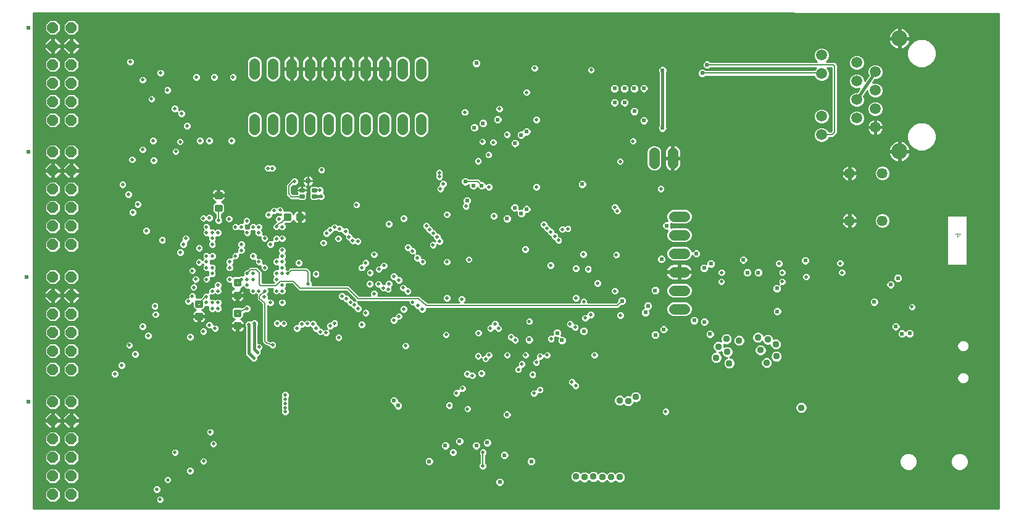
<source format=gbl>
G75*
%MOIN*%
%OFA0B0*%
%FSLAX25Y25*%
%IPPOS*%
%LPD*%
%AMOC8*
5,1,8,0,0,1.08239X$1,22.5*
%
%ADD10C,0.00300*%
%ADD11C,0.05800*%
%ADD12C,0.05906*%
%ADD13C,0.08661*%
%ADD14OC8,0.05800*%
%ADD15C,0.01819*%
%ADD16C,0.05737*%
%ADD17C,0.00904*%
%ADD18C,0.03248*%
%ADD19C,0.03750*%
%ADD20C,0.01000*%
%ADD21C,0.01900*%
%ADD22C,0.02400*%
%ADD23C,0.00800*%
%ADD24C,0.01600*%
%ADD25C,0.00600*%
%ADD26C,0.00500*%
D10*
X0526150Y0180211D02*
X0529052Y0180211D01*
X0527601Y0178760D01*
X0527601Y0180695D01*
D11*
X0380209Y0179748D02*
X0374409Y0179748D01*
X0374409Y0169748D02*
X0380209Y0169748D01*
X0380209Y0159748D02*
X0374409Y0159748D01*
X0374409Y0149748D02*
X0380209Y0149748D01*
X0380209Y0139748D02*
X0374409Y0139748D01*
X0374409Y0189748D02*
X0380209Y0189748D01*
X0373800Y0218357D02*
X0373800Y0224157D01*
X0363800Y0224157D02*
X0363800Y0218357D01*
X0237900Y0236657D02*
X0237900Y0242457D01*
X0227900Y0242457D02*
X0227900Y0236657D01*
X0217900Y0236657D02*
X0217900Y0242457D01*
X0207900Y0242457D02*
X0207900Y0236657D01*
X0197900Y0236657D02*
X0197900Y0242457D01*
X0187900Y0242457D02*
X0187900Y0236657D01*
X0177900Y0236657D02*
X0177900Y0242457D01*
X0167900Y0242457D02*
X0167900Y0236657D01*
X0157900Y0236657D02*
X0157900Y0242457D01*
X0147900Y0242457D02*
X0147900Y0236657D01*
X0147900Y0266657D02*
X0147900Y0272457D01*
X0157900Y0272457D02*
X0157900Y0266657D01*
X0167900Y0266657D02*
X0167900Y0272457D01*
X0177900Y0272457D02*
X0177900Y0266657D01*
X0187900Y0266657D02*
X0187900Y0272457D01*
X0197900Y0272457D02*
X0197900Y0266657D01*
X0207900Y0266657D02*
X0207900Y0272457D01*
X0217900Y0272457D02*
X0217900Y0266657D01*
X0227900Y0266657D02*
X0227900Y0272457D01*
X0237900Y0272457D02*
X0237900Y0266657D01*
D12*
X0454200Y0266857D03*
X0454200Y0276857D03*
X0473200Y0272857D03*
X0483200Y0267857D03*
X0473200Y0262857D03*
X0483200Y0257857D03*
X0473200Y0252857D03*
X0483200Y0247857D03*
X0473200Y0242857D03*
X0483200Y0237857D03*
X0454200Y0233857D03*
X0454200Y0243857D03*
D13*
X0496200Y0224857D03*
X0496200Y0285857D03*
D14*
X0049000Y0281757D03*
X0039000Y0281757D03*
X0039000Y0291757D03*
X0049000Y0291757D03*
X0049000Y0271757D03*
X0039000Y0271757D03*
X0039000Y0261757D03*
X0049000Y0261757D03*
X0049000Y0251757D03*
X0039000Y0251757D03*
X0039000Y0241757D03*
X0049000Y0241757D03*
X0049000Y0224557D03*
X0039000Y0224557D03*
X0039000Y0214557D03*
X0049000Y0214557D03*
X0049000Y0204557D03*
X0039000Y0204557D03*
X0039000Y0194557D03*
X0049000Y0194557D03*
X0049000Y0184557D03*
X0039000Y0184557D03*
X0039000Y0174557D03*
X0049000Y0174557D03*
X0049000Y0157057D03*
X0039000Y0157057D03*
X0039000Y0147057D03*
X0049000Y0147057D03*
X0049000Y0137057D03*
X0039000Y0137057D03*
X0039000Y0127057D03*
X0049000Y0127057D03*
X0049000Y0117057D03*
X0039000Y0117057D03*
X0039000Y0107057D03*
X0049000Y0107057D03*
X0049000Y0089557D03*
X0039000Y0089557D03*
X0039000Y0079557D03*
X0049000Y0079557D03*
X0049000Y0069557D03*
X0039000Y0069557D03*
X0039000Y0059557D03*
X0049000Y0059557D03*
X0049000Y0049557D03*
X0039000Y0049557D03*
X0039000Y0039557D03*
X0049000Y0039557D03*
D15*
X0137583Y0129554D02*
X0137583Y0131870D01*
X0140017Y0131870D01*
X0140017Y0129554D01*
X0137583Y0129554D01*
X0137583Y0131372D02*
X0140017Y0131372D01*
X0137583Y0136444D02*
X0137583Y0138760D01*
X0140017Y0138760D01*
X0140017Y0136444D01*
X0137583Y0136444D01*
X0137583Y0138262D02*
X0140017Y0138262D01*
X0137483Y0146104D02*
X0137483Y0148420D01*
X0139917Y0148420D01*
X0139917Y0146104D01*
X0137483Y0146104D01*
X0137483Y0147922D02*
X0139917Y0147922D01*
X0137483Y0152994D02*
X0137483Y0155310D01*
X0139917Y0155310D01*
X0139917Y0152994D01*
X0137483Y0152994D01*
X0137483Y0154812D02*
X0139917Y0154812D01*
X0116683Y0143760D02*
X0116683Y0141444D01*
X0116683Y0143760D02*
X0119117Y0143760D01*
X0119117Y0141444D01*
X0116683Y0141444D01*
X0116683Y0143262D02*
X0119117Y0143262D01*
X0116683Y0136870D02*
X0116683Y0134554D01*
X0116683Y0136870D02*
X0119117Y0136870D01*
X0119117Y0134554D01*
X0116683Y0134554D01*
X0116683Y0136372D02*
X0119117Y0136372D01*
X0164397Y0188240D02*
X0166713Y0188240D01*
X0164397Y0188240D02*
X0164397Y0190674D01*
X0166713Y0190674D01*
X0166713Y0188240D01*
X0166713Y0190058D02*
X0164397Y0190058D01*
X0171287Y0188240D02*
X0173603Y0188240D01*
X0171287Y0188240D02*
X0171287Y0190674D01*
X0173603Y0190674D01*
X0173603Y0188240D01*
X0173603Y0190058D02*
X0171287Y0190058D01*
X0129717Y0193154D02*
X0129717Y0195470D01*
X0129717Y0193154D02*
X0127283Y0193154D01*
X0127283Y0195470D01*
X0129717Y0195470D01*
X0129717Y0194972D02*
X0127283Y0194972D01*
X0129717Y0200044D02*
X0129717Y0202360D01*
X0129717Y0200044D02*
X0127283Y0200044D01*
X0127283Y0202360D01*
X0129717Y0202360D01*
X0129717Y0201862D02*
X0127283Y0201862D01*
D16*
X0469300Y0213047D03*
X0487017Y0213047D03*
X0487017Y0187457D03*
X0469300Y0187457D03*
D17*
X0181172Y0201266D02*
X0179222Y0201266D01*
X0181172Y0201266D02*
X0181172Y0200116D01*
X0179222Y0200116D01*
X0179222Y0201266D01*
X0179222Y0201019D02*
X0181172Y0201019D01*
X0181172Y0204503D02*
X0179222Y0204503D01*
X0181172Y0204503D02*
X0181172Y0203353D01*
X0179222Y0203353D01*
X0179222Y0204503D01*
X0179222Y0204256D02*
X0181172Y0204256D01*
X0174578Y0204503D02*
X0172628Y0204503D01*
X0174578Y0204503D02*
X0174578Y0203353D01*
X0172628Y0203353D01*
X0172628Y0204503D01*
X0172628Y0204256D02*
X0174578Y0204256D01*
X0174578Y0201266D02*
X0172628Y0201266D01*
X0174578Y0201266D02*
X0174578Y0200116D01*
X0172628Y0200116D01*
X0172628Y0201266D01*
X0172628Y0201019D02*
X0174578Y0201019D01*
D18*
X0176900Y0208857D03*
D19*
X0351300Y0112807D03*
X0328300Y0097757D03*
X0328700Y0092757D03*
X0333200Y0090057D03*
X0345100Y0090357D03*
X0349800Y0090057D03*
X0353800Y0092257D03*
X0360300Y0090957D03*
X0364700Y0090857D03*
X0364800Y0086457D03*
X0360300Y0086457D03*
X0374600Y0074057D03*
X0378100Y0070257D03*
X0377700Y0064957D03*
X0373200Y0063057D03*
X0363600Y0056257D03*
X0363100Y0052157D03*
X0358600Y0050157D03*
X0353800Y0050257D03*
X0345100Y0048857D03*
X0340500Y0048957D03*
X0335700Y0048857D03*
X0330900Y0049157D03*
X0326100Y0048957D03*
X0321600Y0049257D03*
X0399000Y0095557D03*
X0404100Y0095557D03*
X0408500Y0094157D03*
X0413900Y0094257D03*
X0404100Y0100757D03*
X0398900Y0100957D03*
X0404300Y0110457D03*
X0403300Y0116557D03*
X0398500Y0119457D03*
X0402800Y0123557D03*
X0409600Y0122657D03*
X0419800Y0124357D03*
X0425100Y0123257D03*
X0429500Y0120657D03*
X0421200Y0117557D03*
X0429800Y0114157D03*
X0424500Y0110657D03*
X0420900Y0101857D03*
X0420200Y0095357D03*
X0418600Y0086957D03*
X0403800Y0087557D03*
X0383450Y0105657D03*
X0383500Y0109207D03*
X0397300Y0113457D03*
X0436700Y0095257D03*
X0443200Y0086457D03*
X0473500Y0079557D03*
X0485200Y0083257D03*
X0484600Y0091157D03*
X0484500Y0096257D03*
X0480200Y0096257D03*
X0476200Y0096657D03*
X0516500Y0087157D03*
X0520700Y0087357D03*
X0525100Y0087357D03*
X0527900Y0078357D03*
X0532900Y0079157D03*
X0538100Y0078557D03*
X0539700Y0073557D03*
X0526100Y0073357D03*
X0538100Y0087157D03*
X0542500Y0087557D03*
X0546900Y0087357D03*
X0512300Y0118757D03*
X0512200Y0122657D03*
X0512300Y0126757D03*
X0512300Y0130957D03*
X0516100Y0134757D03*
X0520500Y0134957D03*
X0524900Y0134957D03*
X0538300Y0134757D03*
X0542500Y0134957D03*
X0546700Y0134757D03*
X0494800Y0140557D03*
X0494700Y0144457D03*
X0490800Y0144257D03*
X0490800Y0140457D03*
X0417500Y0057357D03*
X0415600Y0050957D03*
X0437100Y0057057D03*
X0498900Y0034257D03*
X0506900Y0035057D03*
D20*
X0028600Y0031957D02*
X0028600Y0299557D01*
X0330900Y0299557D01*
X0550000Y0299457D01*
X0550000Y0031857D01*
X0028600Y0031957D01*
X0028600Y0032436D02*
X0550000Y0032436D01*
X0550000Y0033434D02*
X0028600Y0033434D01*
X0028600Y0034433D02*
X0550000Y0034433D01*
X0550000Y0035431D02*
X0098707Y0035431D01*
X0099200Y0035925D02*
X0097882Y0034607D01*
X0096018Y0034607D01*
X0094700Y0035925D01*
X0094700Y0037789D01*
X0096018Y0039107D01*
X0097882Y0039107D01*
X0099200Y0037789D01*
X0099200Y0035925D01*
X0099200Y0036430D02*
X0550000Y0036430D01*
X0550000Y0037428D02*
X0099200Y0037428D01*
X0098562Y0038427D02*
X0550000Y0038427D01*
X0550000Y0039426D02*
X0053200Y0039426D01*
X0053200Y0040424D02*
X0094001Y0040424D01*
X0094318Y0040107D02*
X0093000Y0041425D01*
X0093000Y0043289D01*
X0094318Y0044607D01*
X0096182Y0044607D01*
X0097500Y0043289D01*
X0097500Y0041425D01*
X0096182Y0040107D01*
X0094318Y0040107D01*
X0093002Y0041423D02*
X0053074Y0041423D01*
X0053200Y0041296D02*
X0050740Y0043757D01*
X0047260Y0043757D01*
X0044800Y0041296D01*
X0044800Y0037817D01*
X0047260Y0035357D01*
X0050740Y0035357D01*
X0053200Y0037817D01*
X0053200Y0041296D01*
X0052075Y0042421D02*
X0093000Y0042421D01*
X0093131Y0043420D02*
X0051077Y0043420D01*
X0050740Y0045357D02*
X0047260Y0045357D01*
X0044800Y0047817D01*
X0044800Y0051296D01*
X0047260Y0053757D01*
X0050740Y0053757D01*
X0053200Y0051296D01*
X0053200Y0047817D01*
X0050740Y0045357D01*
X0050799Y0045417D02*
X0099858Y0045417D01*
X0100118Y0045157D02*
X0101982Y0045157D01*
X0103300Y0046475D01*
X0103300Y0048339D01*
X0101982Y0049657D01*
X0100118Y0049657D01*
X0098800Y0048339D01*
X0098800Y0046475D01*
X0100118Y0045157D01*
X0098860Y0046415D02*
X0051798Y0046415D01*
X0052797Y0047414D02*
X0098800Y0047414D01*
X0098873Y0048412D02*
X0053200Y0048412D01*
X0053200Y0049411D02*
X0099872Y0049411D01*
X0102228Y0049411D02*
X0318425Y0049411D01*
X0318425Y0049888D02*
X0318425Y0048625D01*
X0318908Y0047458D01*
X0319802Y0046565D01*
X0320968Y0046082D01*
X0322232Y0046082D01*
X0323398Y0046565D01*
X0323700Y0046867D01*
X0324302Y0046265D01*
X0325468Y0045782D01*
X0326732Y0045782D01*
X0327898Y0046265D01*
X0328600Y0046967D01*
X0329102Y0046465D01*
X0330268Y0045982D01*
X0331532Y0045982D01*
X0332698Y0046465D01*
X0333150Y0046917D01*
X0333902Y0046165D01*
X0335068Y0045682D01*
X0336332Y0045682D01*
X0337498Y0046165D01*
X0338150Y0046817D01*
X0338702Y0046265D01*
X0339868Y0045782D01*
X0341132Y0045782D01*
X0342298Y0046265D01*
X0342750Y0046717D01*
X0343302Y0046165D01*
X0344468Y0045682D01*
X0345732Y0045682D01*
X0346898Y0046165D01*
X0347792Y0047058D01*
X0348275Y0048225D01*
X0348275Y0049488D01*
X0347792Y0050655D01*
X0346898Y0051548D01*
X0345732Y0052032D01*
X0344468Y0052032D01*
X0343302Y0051548D01*
X0342850Y0051097D01*
X0342298Y0051648D01*
X0341132Y0052132D01*
X0339868Y0052132D01*
X0338702Y0051648D01*
X0338050Y0050997D01*
X0337498Y0051548D01*
X0336332Y0052032D01*
X0335068Y0052032D01*
X0333902Y0051548D01*
X0333450Y0051097D01*
X0332698Y0051848D01*
X0331532Y0052332D01*
X0330268Y0052332D01*
X0329102Y0051848D01*
X0328400Y0051147D01*
X0327898Y0051648D01*
X0326732Y0052132D01*
X0325468Y0052132D01*
X0324302Y0051648D01*
X0324000Y0051347D01*
X0323398Y0051948D01*
X0322232Y0052432D01*
X0320968Y0052432D01*
X0319802Y0051948D01*
X0318908Y0051055D01*
X0318425Y0049888D01*
X0318641Y0050409D02*
X0114484Y0050409D01*
X0114182Y0050107D02*
X0115500Y0051425D01*
X0115500Y0053289D01*
X0114182Y0054607D01*
X0112318Y0054607D01*
X0111000Y0053289D01*
X0111000Y0051425D01*
X0112318Y0050107D01*
X0114182Y0050107D01*
X0115483Y0051408D02*
X0319261Y0051408D01*
X0320907Y0052406D02*
X0115500Y0052406D01*
X0115384Y0053405D02*
X0269570Y0053405D01*
X0268950Y0054025D02*
X0270268Y0052707D01*
X0272132Y0052707D01*
X0273450Y0054025D01*
X0273450Y0055889D01*
X0272800Y0056539D01*
X0272800Y0060675D01*
X0273550Y0061425D01*
X0273550Y0063289D01*
X0272232Y0064607D01*
X0270368Y0064607D01*
X0269050Y0063289D01*
X0269050Y0061425D01*
X0269600Y0060875D01*
X0269600Y0056539D01*
X0268950Y0055889D01*
X0268950Y0054025D01*
X0268950Y0054403D02*
X0114386Y0054403D01*
X0112114Y0054403D02*
X0028600Y0054403D01*
X0028600Y0053405D02*
X0036908Y0053405D01*
X0037260Y0053757D02*
X0034800Y0051296D01*
X0034800Y0047817D01*
X0037260Y0045357D01*
X0040740Y0045357D01*
X0043200Y0047817D01*
X0043200Y0051296D01*
X0040740Y0053757D01*
X0037260Y0053757D01*
X0037260Y0055357D02*
X0040740Y0055357D01*
X0043200Y0057817D01*
X0043200Y0061296D01*
X0040740Y0063757D01*
X0037260Y0063757D01*
X0034800Y0061296D01*
X0034800Y0057817D01*
X0037260Y0055357D01*
X0037215Y0055402D02*
X0028600Y0055402D01*
X0028600Y0056400D02*
X0036217Y0056400D01*
X0035218Y0057399D02*
X0028600Y0057399D01*
X0028600Y0058397D02*
X0034800Y0058397D01*
X0034800Y0059396D02*
X0028600Y0059396D01*
X0028600Y0060394D02*
X0034800Y0060394D01*
X0034896Y0061393D02*
X0028600Y0061393D01*
X0028600Y0062391D02*
X0035895Y0062391D01*
X0036893Y0063390D02*
X0028600Y0063390D01*
X0028600Y0064388D02*
X0104000Y0064388D01*
X0104068Y0064457D02*
X0102750Y0063139D01*
X0102750Y0061275D01*
X0104068Y0059957D01*
X0105932Y0059957D01*
X0107250Y0061275D01*
X0107250Y0063139D01*
X0105932Y0064457D01*
X0104068Y0064457D01*
X0103001Y0063390D02*
X0051107Y0063390D01*
X0050740Y0063757D02*
X0047260Y0063757D01*
X0044800Y0061296D01*
X0044800Y0057817D01*
X0047260Y0055357D01*
X0050740Y0055357D01*
X0053200Y0057817D01*
X0053200Y0061296D01*
X0050740Y0063757D01*
X0050740Y0065357D02*
X0047260Y0065357D01*
X0044800Y0067817D01*
X0044800Y0071296D01*
X0047260Y0073757D01*
X0050740Y0073757D01*
X0053200Y0071296D01*
X0053200Y0067817D01*
X0050740Y0065357D01*
X0050770Y0065387D02*
X0124038Y0065387D01*
X0123500Y0065925D02*
X0124818Y0064607D01*
X0126682Y0064607D01*
X0128000Y0065925D01*
X0128000Y0067789D01*
X0126682Y0069107D01*
X0124818Y0069107D01*
X0123500Y0067789D01*
X0123500Y0065925D01*
X0123500Y0066385D02*
X0051768Y0066385D01*
X0052767Y0067384D02*
X0123500Y0067384D01*
X0124094Y0068382D02*
X0053200Y0068382D01*
X0053200Y0069381D02*
X0256360Y0069381D01*
X0256481Y0069673D02*
X0256100Y0068754D01*
X0256100Y0067759D01*
X0256481Y0066841D01*
X0257184Y0066137D01*
X0258103Y0065757D01*
X0259097Y0065757D01*
X0260016Y0066137D01*
X0260719Y0066841D01*
X0261100Y0067759D01*
X0261100Y0068754D01*
X0260719Y0069673D01*
X0260016Y0070376D01*
X0259097Y0070757D01*
X0258103Y0070757D01*
X0257184Y0070376D01*
X0256481Y0069673D01*
X0257192Y0070379D02*
X0053200Y0070379D01*
X0053119Y0071378D02*
X0122647Y0071378D01*
X0123068Y0070957D02*
X0124932Y0070957D01*
X0126250Y0072275D01*
X0126250Y0074139D01*
X0124932Y0075457D01*
X0123068Y0075457D01*
X0121750Y0074139D01*
X0121750Y0072275D01*
X0123068Y0070957D01*
X0121750Y0072376D02*
X0052120Y0072376D01*
X0051122Y0073375D02*
X0121750Y0073375D01*
X0121985Y0074373D02*
X0028600Y0074373D01*
X0028600Y0073375D02*
X0036878Y0073375D01*
X0037260Y0073757D02*
X0034800Y0071296D01*
X0034800Y0067817D01*
X0037260Y0065357D01*
X0040740Y0065357D01*
X0043200Y0067817D01*
X0043200Y0071296D01*
X0040740Y0073757D01*
X0037260Y0073757D01*
X0037177Y0075157D02*
X0034600Y0077734D01*
X0034600Y0079057D01*
X0038500Y0079057D01*
X0038500Y0080057D01*
X0038500Y0083957D01*
X0037177Y0083957D01*
X0034600Y0081379D01*
X0034600Y0080057D01*
X0038500Y0080057D01*
X0039500Y0080057D01*
X0039500Y0083957D01*
X0040823Y0083957D01*
X0043400Y0081379D01*
X0043400Y0080057D01*
X0039500Y0080057D01*
X0039500Y0079057D01*
X0043400Y0079057D01*
X0043400Y0077734D01*
X0040823Y0075157D01*
X0039500Y0075157D01*
X0039500Y0079057D01*
X0038500Y0079057D01*
X0038500Y0075157D01*
X0037177Y0075157D01*
X0036962Y0075372D02*
X0028600Y0075372D01*
X0028600Y0076370D02*
X0035964Y0076370D01*
X0034965Y0077369D02*
X0028600Y0077369D01*
X0028600Y0078367D02*
X0034600Y0078367D01*
X0034600Y0080364D02*
X0028600Y0080364D01*
X0028600Y0079366D02*
X0038500Y0079366D01*
X0038500Y0080364D02*
X0039500Y0080364D01*
X0039500Y0079366D02*
X0048500Y0079366D01*
X0048500Y0079057D02*
X0044600Y0079057D01*
X0044600Y0077734D01*
X0047177Y0075157D01*
X0048500Y0075157D01*
X0048500Y0079057D01*
X0048500Y0080057D01*
X0048500Y0083957D01*
X0047177Y0083957D01*
X0044600Y0081379D01*
X0044600Y0080057D01*
X0048500Y0080057D01*
X0049500Y0080057D01*
X0049500Y0083957D01*
X0050823Y0083957D01*
X0053400Y0081379D01*
X0053400Y0080057D01*
X0049500Y0080057D01*
X0049500Y0079057D01*
X0053400Y0079057D01*
X0053400Y0077734D01*
X0050823Y0075157D01*
X0049500Y0075157D01*
X0049500Y0079057D01*
X0048500Y0079057D01*
X0048500Y0078367D02*
X0049500Y0078367D01*
X0049500Y0077369D02*
X0048500Y0077369D01*
X0048500Y0076370D02*
X0049500Y0076370D01*
X0049500Y0075372D02*
X0048500Y0075372D01*
X0046962Y0075372D02*
X0041038Y0075372D01*
X0042036Y0076370D02*
X0045964Y0076370D01*
X0044965Y0077369D02*
X0043035Y0077369D01*
X0043400Y0078367D02*
X0044600Y0078367D01*
X0044600Y0080364D02*
X0043400Y0080364D01*
X0043400Y0081363D02*
X0044600Y0081363D01*
X0045582Y0082361D02*
X0042418Y0082361D01*
X0041419Y0083360D02*
X0046581Y0083360D01*
X0048500Y0083360D02*
X0049500Y0083360D01*
X0049500Y0082361D02*
X0048500Y0082361D01*
X0048500Y0081363D02*
X0049500Y0081363D01*
X0049500Y0080364D02*
X0048500Y0080364D01*
X0049500Y0079366D02*
X0550000Y0079366D01*
X0550000Y0080364D02*
X0285199Y0080364D01*
X0285616Y0080537D02*
X0284697Y0080157D01*
X0283703Y0080157D01*
X0282784Y0080537D01*
X0282081Y0081241D01*
X0281700Y0082159D01*
X0281700Y0083154D01*
X0282081Y0084073D01*
X0282784Y0084776D01*
X0283703Y0085157D01*
X0284697Y0085157D01*
X0285616Y0084776D01*
X0286319Y0084073D01*
X0286700Y0083154D01*
X0286700Y0082159D01*
X0286319Y0081241D01*
X0285616Y0080537D01*
X0286370Y0081363D02*
X0550000Y0081363D01*
X0550000Y0082361D02*
X0371187Y0082361D01*
X0370932Y0082107D02*
X0372250Y0083425D01*
X0372250Y0085289D01*
X0370932Y0086607D01*
X0369068Y0086607D01*
X0367750Y0085289D01*
X0367750Y0083425D01*
X0369068Y0082107D01*
X0370932Y0082107D01*
X0372185Y0083360D02*
X0442380Y0083360D01*
X0442568Y0083282D02*
X0443832Y0083282D01*
X0444998Y0083765D01*
X0445892Y0084658D01*
X0446375Y0085825D01*
X0446375Y0087088D01*
X0445892Y0088255D01*
X0444998Y0089148D01*
X0443832Y0089632D01*
X0442568Y0089632D01*
X0441402Y0089148D01*
X0440508Y0088255D01*
X0440025Y0087088D01*
X0440025Y0085825D01*
X0440508Y0084658D01*
X0441402Y0083765D01*
X0442568Y0083282D01*
X0444020Y0083360D02*
X0550000Y0083360D01*
X0550000Y0084359D02*
X0445592Y0084359D01*
X0446181Y0085357D02*
X0550000Y0085357D01*
X0550000Y0086356D02*
X0446375Y0086356D01*
X0446265Y0087354D02*
X0550000Y0087354D01*
X0550000Y0088353D02*
X0445794Y0088353D01*
X0444509Y0089351D02*
X0550000Y0089351D01*
X0550000Y0090350D02*
X0356383Y0090350D01*
X0356492Y0090458D02*
X0356975Y0091625D01*
X0356975Y0092888D01*
X0356492Y0094055D01*
X0355598Y0094948D01*
X0354432Y0095432D01*
X0353168Y0095432D01*
X0352002Y0094948D01*
X0351108Y0094055D01*
X0350718Y0093113D01*
X0350432Y0093232D01*
X0349168Y0093232D01*
X0348002Y0092748D01*
X0347600Y0092347D01*
X0346898Y0093048D01*
X0345732Y0093532D01*
X0344468Y0093532D01*
X0343302Y0093048D01*
X0342408Y0092155D01*
X0341925Y0090988D01*
X0341925Y0089725D01*
X0342408Y0088558D01*
X0343302Y0087665D01*
X0344468Y0087182D01*
X0345732Y0087182D01*
X0346898Y0087665D01*
X0347300Y0088067D01*
X0348002Y0087365D01*
X0349168Y0086882D01*
X0350432Y0086882D01*
X0351598Y0087365D01*
X0352492Y0088258D01*
X0352882Y0089200D01*
X0353168Y0089082D01*
X0354432Y0089082D01*
X0355598Y0089565D01*
X0356492Y0090458D01*
X0356860Y0091348D02*
X0550000Y0091348D01*
X0550000Y0092347D02*
X0356975Y0092347D01*
X0356786Y0093345D02*
X0550000Y0093345D01*
X0550000Y0094344D02*
X0356203Y0094344D01*
X0354648Y0095342D02*
X0550000Y0095342D01*
X0550000Y0096341D02*
X0322666Y0096341D01*
X0322332Y0096007D02*
X0323650Y0097325D01*
X0323650Y0099189D01*
X0322332Y0100507D01*
X0321550Y0100507D01*
X0321550Y0101289D01*
X0320232Y0102607D01*
X0318368Y0102607D01*
X0317050Y0101289D01*
X0317050Y0099425D01*
X0318368Y0098107D01*
X0319150Y0098107D01*
X0319150Y0097325D01*
X0320468Y0096007D01*
X0322332Y0096007D01*
X0323650Y0097339D02*
X0550000Y0097339D01*
X0550000Y0098338D02*
X0323650Y0098338D01*
X0323503Y0099336D02*
X0529677Y0099336D01*
X0529971Y0099214D02*
X0531273Y0099214D01*
X0532475Y0099712D01*
X0533396Y0100633D01*
X0533894Y0101835D01*
X0533894Y0103137D01*
X0533396Y0104339D01*
X0532475Y0105259D01*
X0531273Y0105758D01*
X0529971Y0105758D01*
X0528769Y0105259D01*
X0527848Y0104339D01*
X0527350Y0103137D01*
X0527350Y0101835D01*
X0527848Y0100633D01*
X0528769Y0099712D01*
X0529971Y0099214D01*
X0531567Y0099336D02*
X0550000Y0099336D01*
X0550000Y0100335D02*
X0533098Y0100335D01*
X0533686Y0101333D02*
X0550000Y0101333D01*
X0550000Y0102332D02*
X0533894Y0102332D01*
X0533814Y0103330D02*
X0550000Y0103330D01*
X0550000Y0104329D02*
X0533400Y0104329D01*
X0532312Y0105327D02*
X0550000Y0105327D01*
X0550000Y0106326D02*
X0299313Y0106326D01*
X0299032Y0106607D02*
X0297168Y0106607D01*
X0295850Y0105289D01*
X0295850Y0103425D01*
X0297168Y0102107D01*
X0299032Y0102107D01*
X0300350Y0103425D01*
X0300350Y0105289D01*
X0299032Y0106607D01*
X0300311Y0105327D02*
X0528932Y0105327D01*
X0527844Y0104329D02*
X0300350Y0104329D01*
X0300255Y0103330D02*
X0527431Y0103330D01*
X0527350Y0102332D02*
X0320507Y0102332D01*
X0321506Y0101333D02*
X0527558Y0101333D01*
X0528146Y0100335D02*
X0322504Y0100335D01*
X0319150Y0097339D02*
X0304000Y0097339D01*
X0304350Y0096989D02*
X0303032Y0098307D01*
X0301168Y0098307D01*
X0299850Y0096989D01*
X0299850Y0096389D01*
X0299832Y0096407D01*
X0297968Y0096407D01*
X0296650Y0095089D01*
X0296650Y0093225D01*
X0297968Y0091907D01*
X0299832Y0091907D01*
X0301150Y0093225D01*
X0301150Y0093825D01*
X0301168Y0093807D01*
X0303032Y0093807D01*
X0304350Y0095125D01*
X0304350Y0096989D01*
X0304350Y0096341D02*
X0320134Y0096341D01*
X0318137Y0098338D02*
X0262001Y0098338D01*
X0262550Y0097789D02*
X0261232Y0099107D01*
X0259368Y0099107D01*
X0258050Y0097789D01*
X0258050Y0096489D01*
X0257932Y0096607D01*
X0256068Y0096607D01*
X0254750Y0095289D01*
X0254750Y0093425D01*
X0256068Y0092107D01*
X0257932Y0092107D01*
X0259250Y0093425D01*
X0259250Y0094725D01*
X0259368Y0094607D01*
X0261232Y0094607D01*
X0262550Y0095925D01*
X0262550Y0097789D01*
X0262550Y0097339D02*
X0300200Y0097339D01*
X0297902Y0096341D02*
X0262550Y0096341D01*
X0261967Y0095342D02*
X0296903Y0095342D01*
X0296650Y0094344D02*
X0259250Y0094344D01*
X0259170Y0093345D02*
X0296650Y0093345D01*
X0297528Y0092347D02*
X0258172Y0092347D01*
X0255828Y0092347D02*
X0224646Y0092347D01*
X0224616Y0092376D02*
X0223697Y0092757D01*
X0222703Y0092757D01*
X0221784Y0092376D01*
X0221081Y0091673D01*
X0220700Y0090754D01*
X0220700Y0089759D01*
X0221081Y0088841D01*
X0221784Y0088137D01*
X0222703Y0087757D01*
X0223000Y0087757D01*
X0223000Y0087059D01*
X0223381Y0086141D01*
X0224084Y0085437D01*
X0225003Y0085057D01*
X0225997Y0085057D01*
X0226916Y0085437D01*
X0227619Y0086141D01*
X0228000Y0087059D01*
X0228000Y0088054D01*
X0227619Y0088973D01*
X0226916Y0089676D01*
X0225997Y0090057D01*
X0225700Y0090057D01*
X0225700Y0090754D01*
X0225319Y0091673D01*
X0224616Y0092376D01*
X0225454Y0091348D02*
X0342074Y0091348D01*
X0341925Y0090350D02*
X0225700Y0090350D01*
X0227241Y0089351D02*
X0251612Y0089351D01*
X0252168Y0089907D02*
X0250850Y0088589D01*
X0250850Y0086725D01*
X0252168Y0085407D01*
X0254032Y0085407D01*
X0255350Y0086725D01*
X0255350Y0088589D01*
X0254032Y0089907D01*
X0252168Y0089907D01*
X0250850Y0088353D02*
X0227876Y0088353D01*
X0228000Y0087354D02*
X0250850Y0087354D01*
X0251219Y0086356D02*
X0227708Y0086356D01*
X0226722Y0085357D02*
X0260750Y0085357D01*
X0260750Y0084825D02*
X0262068Y0083507D01*
X0263932Y0083507D01*
X0265250Y0084825D01*
X0265250Y0086689D01*
X0263932Y0088007D01*
X0262068Y0088007D01*
X0260750Y0086689D01*
X0260750Y0084825D01*
X0261216Y0084359D02*
X0166750Y0084359D01*
X0166750Y0085089D02*
X0166482Y0085357D01*
X0224278Y0085357D01*
X0223292Y0086356D02*
X0166650Y0086356D01*
X0166650Y0085525D02*
X0166650Y0087389D01*
X0166482Y0087557D01*
X0166650Y0087725D01*
X0166650Y0089589D01*
X0166432Y0089807D01*
X0166650Y0090025D01*
X0166650Y0091889D01*
X0166482Y0092057D01*
X0166750Y0092325D01*
X0166750Y0094189D01*
X0165432Y0095507D01*
X0163568Y0095507D01*
X0162250Y0094189D01*
X0162250Y0092325D01*
X0162418Y0092157D01*
X0162150Y0091889D01*
X0162150Y0090025D01*
X0162368Y0089807D01*
X0162150Y0089589D01*
X0162150Y0087725D01*
X0162318Y0087557D01*
X0162150Y0087389D01*
X0162150Y0085525D01*
X0162418Y0085257D01*
X0162250Y0085089D01*
X0162250Y0083225D01*
X0163568Y0081907D01*
X0165432Y0081907D01*
X0166750Y0083225D01*
X0166750Y0085089D01*
X0166482Y0085357D02*
X0166650Y0085525D01*
X0166650Y0087354D02*
X0223000Y0087354D01*
X0221569Y0088353D02*
X0166650Y0088353D01*
X0166650Y0089351D02*
X0220869Y0089351D01*
X0220700Y0090350D02*
X0166650Y0090350D01*
X0166650Y0091348D02*
X0220946Y0091348D01*
X0221754Y0092347D02*
X0166750Y0092347D01*
X0166750Y0093345D02*
X0254830Y0093345D01*
X0254750Y0094344D02*
X0166595Y0094344D01*
X0165597Y0095342D02*
X0254803Y0095342D01*
X0255802Y0096341D02*
X0028600Y0096341D01*
X0028600Y0097339D02*
X0258050Y0097339D01*
X0258599Y0098338D02*
X0028600Y0098338D01*
X0028600Y0099336D02*
X0317139Y0099336D01*
X0317050Y0100335D02*
X0028600Y0100335D01*
X0028600Y0101333D02*
X0317094Y0101333D01*
X0318093Y0102332D02*
X0299257Y0102332D01*
X0296943Y0102332D02*
X0267357Y0102332D01*
X0267850Y0102825D02*
X0267850Y0104689D01*
X0266532Y0106007D01*
X0264732Y0106007D01*
X0263832Y0106907D01*
X0261968Y0106907D01*
X0260650Y0105589D01*
X0260650Y0103725D01*
X0261968Y0102407D01*
X0263768Y0102407D01*
X0264668Y0101507D01*
X0266532Y0101507D01*
X0267850Y0102825D01*
X0267850Y0103330D02*
X0269045Y0103330D01*
X0269668Y0102707D02*
X0271532Y0102707D01*
X0272850Y0104025D01*
X0272850Y0105889D01*
X0271532Y0107207D01*
X0269668Y0107207D01*
X0268350Y0105889D01*
X0268350Y0104025D01*
X0269668Y0102707D01*
X0268350Y0104329D02*
X0267850Y0104329D01*
X0268350Y0105327D02*
X0267211Y0105327D01*
X0268787Y0106326D02*
X0264413Y0106326D01*
X0261387Y0106326D02*
X0074013Y0106326D01*
X0073382Y0106957D02*
X0071518Y0106957D01*
X0070200Y0105639D01*
X0070200Y0103775D01*
X0071518Y0102457D01*
X0073382Y0102457D01*
X0074700Y0103775D01*
X0074700Y0105639D01*
X0073382Y0106957D01*
X0073902Y0108323D02*
X0053200Y0108323D01*
X0053200Y0108796D02*
X0050740Y0111257D01*
X0047260Y0111257D01*
X0044800Y0108796D01*
X0044800Y0105317D01*
X0047260Y0102857D01*
X0050740Y0102857D01*
X0053200Y0105317D01*
X0053200Y0108796D01*
X0052675Y0109321D02*
X0073900Y0109321D01*
X0073900Y0110189D02*
X0073900Y0108325D01*
X0075218Y0107007D01*
X0077082Y0107007D01*
X0078400Y0108325D01*
X0078400Y0110189D01*
X0077082Y0111507D01*
X0075218Y0111507D01*
X0073900Y0110189D01*
X0074031Y0110320D02*
X0051677Y0110320D01*
X0050740Y0112857D02*
X0047260Y0112857D01*
X0044800Y0115317D01*
X0044800Y0118796D01*
X0047260Y0121257D01*
X0050740Y0121257D01*
X0053200Y0118796D01*
X0053200Y0115317D01*
X0050740Y0112857D01*
X0051198Y0113315D02*
X0082359Y0113315D01*
X0082668Y0113007D02*
X0084532Y0113007D01*
X0085850Y0114325D01*
X0085850Y0116189D01*
X0084532Y0117507D01*
X0082668Y0117507D01*
X0081350Y0116189D01*
X0081350Y0114325D01*
X0082668Y0113007D01*
X0081361Y0114314D02*
X0052197Y0114314D01*
X0053195Y0115312D02*
X0081350Y0115312D01*
X0081472Y0116311D02*
X0053200Y0116311D01*
X0053200Y0117309D02*
X0082471Y0117309D01*
X0081683Y0118308D02*
X0142800Y0118308D01*
X0142800Y0119306D02*
X0082600Y0119306D01*
X0082600Y0119225D02*
X0081282Y0117907D01*
X0079418Y0117907D01*
X0078100Y0119225D01*
X0078100Y0121089D01*
X0079418Y0122407D01*
X0081282Y0122407D01*
X0082600Y0121089D01*
X0082600Y0119225D01*
X0082600Y0120305D02*
X0142800Y0120305D01*
X0142800Y0121303D02*
X0082385Y0121303D01*
X0081387Y0122302D02*
X0142800Y0122302D01*
X0142800Y0123300D02*
X0115026Y0123300D01*
X0115450Y0123725D02*
X0114132Y0122407D01*
X0112268Y0122407D01*
X0110950Y0123725D01*
X0110950Y0125589D01*
X0112268Y0126907D01*
X0114132Y0126907D01*
X0115450Y0125589D01*
X0115450Y0123725D01*
X0115450Y0124299D02*
X0142800Y0124299D01*
X0142800Y0125297D02*
X0115450Y0125297D01*
X0114743Y0126296D02*
X0118429Y0126296D01*
X0118100Y0126625D02*
X0119418Y0125307D01*
X0121282Y0125307D01*
X0122600Y0126625D01*
X0122600Y0128489D01*
X0121282Y0129807D01*
X0119418Y0129807D01*
X0118100Y0128489D01*
X0118100Y0126625D01*
X0118100Y0127295D02*
X0091794Y0127295D01*
X0091532Y0127557D02*
X0089668Y0127557D01*
X0088350Y0126239D01*
X0088350Y0124375D01*
X0089668Y0123057D01*
X0091532Y0123057D01*
X0092850Y0124375D01*
X0092850Y0126239D01*
X0091532Y0127557D01*
X0092793Y0126296D02*
X0111657Y0126296D01*
X0110950Y0125297D02*
X0092850Y0125297D01*
X0092774Y0124299D02*
X0110950Y0124299D01*
X0111374Y0123300D02*
X0091776Y0123300D01*
X0089424Y0123300D02*
X0051183Y0123300D01*
X0050740Y0122857D02*
X0053200Y0125317D01*
X0053200Y0128796D01*
X0050740Y0131257D01*
X0047260Y0131257D01*
X0044800Y0128796D01*
X0044800Y0125317D01*
X0047260Y0122857D01*
X0050740Y0122857D01*
X0052182Y0124299D02*
X0088426Y0124299D01*
X0088350Y0125297D02*
X0053180Y0125297D01*
X0053200Y0126296D02*
X0088407Y0126296D01*
X0089406Y0127295D02*
X0053200Y0127295D01*
X0053200Y0128293D02*
X0086382Y0128293D01*
X0086568Y0128107D02*
X0088432Y0128107D01*
X0089750Y0129425D01*
X0089750Y0131289D01*
X0088432Y0132607D01*
X0086568Y0132607D01*
X0085250Y0131289D01*
X0085250Y0129425D01*
X0086568Y0128107D01*
X0085383Y0129292D02*
X0052705Y0129292D01*
X0051706Y0130290D02*
X0085250Y0130290D01*
X0085250Y0131289D02*
X0028600Y0131289D01*
X0028600Y0132287D02*
X0086248Y0132287D01*
X0088752Y0132287D02*
X0115861Y0132287D01*
X0115981Y0132238D02*
X0116446Y0132145D01*
X0117400Y0132145D01*
X0117400Y0135212D01*
X0114274Y0135212D01*
X0114274Y0134317D01*
X0114367Y0133852D01*
X0114548Y0133413D01*
X0114812Y0133018D01*
X0115148Y0132683D01*
X0115542Y0132419D01*
X0115981Y0132238D01*
X0117400Y0132287D02*
X0118400Y0132287D01*
X0118400Y0132145D02*
X0119354Y0132145D01*
X0119819Y0132238D01*
X0120258Y0132419D01*
X0120652Y0132683D01*
X0120988Y0133018D01*
X0121252Y0133413D01*
X0121433Y0133852D01*
X0121526Y0134317D01*
X0121526Y0135212D01*
X0118400Y0135212D01*
X0118400Y0136212D01*
X0121526Y0136212D01*
X0121526Y0137107D01*
X0121433Y0137572D01*
X0121252Y0138011D01*
X0120988Y0138405D01*
X0120652Y0138741D01*
X0120258Y0139005D01*
X0119819Y0139186D01*
X0119575Y0139235D01*
X0120032Y0139235D01*
X0121326Y0140529D01*
X0121326Y0140907D01*
X0122850Y0140907D01*
X0122850Y0139075D01*
X0124168Y0137757D01*
X0126032Y0137757D01*
X0126675Y0138400D01*
X0127318Y0137757D01*
X0129182Y0137757D01*
X0130500Y0139075D01*
X0130500Y0140939D01*
X0129807Y0141632D01*
X0130450Y0142275D01*
X0130450Y0144139D01*
X0129132Y0145457D01*
X0127268Y0145457D01*
X0126625Y0144814D01*
X0126032Y0145407D01*
X0124200Y0145407D01*
X0124200Y0147207D01*
X0126032Y0147207D01*
X0126675Y0147850D01*
X0127318Y0147207D01*
X0129182Y0147207D01*
X0130500Y0148525D01*
X0130500Y0150389D01*
X0129857Y0151032D01*
X0130500Y0151675D01*
X0130500Y0153539D01*
X0129182Y0154857D01*
X0127318Y0154857D01*
X0126000Y0153539D01*
X0126000Y0151707D01*
X0124168Y0151707D01*
X0122850Y0150389D01*
X0122850Y0148557D01*
X0121018Y0148557D01*
X0119700Y0147239D01*
X0119700Y0146806D01*
X0118863Y0145969D01*
X0116550Y0145969D01*
X0116550Y0147639D01*
X0115232Y0148957D01*
X0113368Y0148957D01*
X0112050Y0147639D01*
X0112050Y0146057D01*
X0111318Y0146057D01*
X0110000Y0144739D01*
X0110000Y0142875D01*
X0111318Y0141557D01*
X0113182Y0141557D01*
X0114474Y0142849D01*
X0114474Y0140529D01*
X0115768Y0139235D01*
X0116225Y0139235D01*
X0115981Y0139186D01*
X0115542Y0139005D01*
X0115148Y0138741D01*
X0114812Y0138405D01*
X0114548Y0138011D01*
X0114367Y0137572D01*
X0114274Y0137107D01*
X0114274Y0136212D01*
X0117400Y0136212D01*
X0117400Y0135212D01*
X0118400Y0135212D01*
X0118400Y0132145D01*
X0118400Y0133286D02*
X0117400Y0133286D01*
X0117400Y0134284D02*
X0118400Y0134284D01*
X0118400Y0135283D02*
X0135620Y0135283D01*
X0135374Y0135529D02*
X0136668Y0134235D01*
X0137125Y0134235D01*
X0136881Y0134186D01*
X0136442Y0134005D01*
X0136048Y0133741D01*
X0135712Y0133405D01*
X0135448Y0133011D01*
X0135267Y0132572D01*
X0135174Y0132107D01*
X0135174Y0131212D01*
X0138300Y0131212D01*
X0138300Y0130212D01*
X0135174Y0130212D01*
X0135174Y0129317D01*
X0135267Y0128852D01*
X0135448Y0128413D01*
X0135712Y0128018D01*
X0136048Y0127683D01*
X0136442Y0127419D01*
X0136881Y0127238D01*
X0137346Y0127145D01*
X0138300Y0127145D01*
X0138300Y0130212D01*
X0139300Y0130212D01*
X0139300Y0131212D01*
X0142426Y0131212D01*
X0142426Y0132107D01*
X0142333Y0132572D01*
X0142152Y0133011D01*
X0141888Y0133405D01*
X0141552Y0133741D01*
X0141158Y0134005D01*
X0140719Y0134186D01*
X0140475Y0134235D01*
X0140932Y0134235D01*
X0142226Y0135529D01*
X0142226Y0137461D01*
X0143037Y0137787D01*
X0143068Y0137757D01*
X0144932Y0137757D01*
X0146250Y0139075D01*
X0146250Y0140939D01*
X0144932Y0142257D01*
X0143068Y0142257D01*
X0141750Y0140939D01*
X0141750Y0140934D01*
X0141432Y0140807D01*
X0141343Y0140835D01*
X0141160Y0140740D01*
X0140932Y0140969D01*
X0136668Y0140969D01*
X0135374Y0139674D01*
X0135374Y0135529D01*
X0135374Y0136281D02*
X0121526Y0136281D01*
X0121492Y0137280D02*
X0135374Y0137280D01*
X0135374Y0138278D02*
X0129703Y0138278D01*
X0130500Y0139277D02*
X0135374Y0139277D01*
X0135975Y0140275D02*
X0130500Y0140275D01*
X0130165Y0141274D02*
X0142085Y0141274D01*
X0141058Y0143969D02*
X0141452Y0144233D01*
X0141788Y0144568D01*
X0142052Y0144963D01*
X0142233Y0145402D01*
X0142326Y0145867D01*
X0142326Y0146762D01*
X0139200Y0146762D01*
X0139200Y0147762D01*
X0142326Y0147762D01*
X0142326Y0148657D01*
X0142233Y0149122D01*
X0142052Y0149561D01*
X0141788Y0149955D01*
X0141452Y0150291D01*
X0141058Y0150555D01*
X0140619Y0150736D01*
X0140375Y0150785D01*
X0140832Y0150785D01*
X0141750Y0151703D01*
X0141750Y0151675D01*
X0143068Y0150357D01*
X0144900Y0150357D01*
X0144900Y0148525D01*
X0146218Y0147207D01*
X0148082Y0147207D01*
X0148725Y0147850D01*
X0149213Y0147362D01*
X0149050Y0147199D01*
X0149050Y0147191D01*
X0149044Y0147185D01*
X0149050Y0146550D01*
X0149050Y0146015D01*
X0148997Y0145950D01*
X0149050Y0145384D01*
X0149050Y0144815D01*
X0149109Y0144755D01*
X0149117Y0144672D01*
X0149556Y0144309D01*
X0149958Y0143907D01*
X0150042Y0143907D01*
X0151950Y0142328D01*
X0151950Y0121715D01*
X0153237Y0120428D01*
X0153425Y0120069D01*
X0153674Y0119991D01*
X0153858Y0119807D01*
X0154263Y0119807D01*
X0155450Y0119436D01*
X0155450Y0119425D01*
X0156768Y0118107D01*
X0158632Y0118107D01*
X0159950Y0119425D01*
X0159950Y0121289D01*
X0158632Y0122607D01*
X0156768Y0122607D01*
X0156513Y0122352D01*
X0155326Y0122722D01*
X0155050Y0122999D01*
X0155050Y0141525D01*
X0155668Y0140907D01*
X0157532Y0140907D01*
X0158850Y0142225D01*
X0158850Y0144089D01*
X0157532Y0145407D01*
X0155668Y0145407D01*
X0155600Y0145339D01*
X0155600Y0147139D01*
X0154957Y0147782D01*
X0155700Y0148525D01*
X0155700Y0150389D01*
X0155332Y0150757D01*
X0157868Y0150757D01*
X0157500Y0150389D01*
X0157500Y0148525D01*
X0158818Y0147207D01*
X0160682Y0147207D01*
X0161325Y0147850D01*
X0161968Y0147207D01*
X0163832Y0147207D01*
X0165150Y0148525D01*
X0165150Y0150389D01*
X0164507Y0151032D01*
X0165150Y0151675D01*
X0165150Y0153157D01*
X0168237Y0153157D01*
X0171937Y0149457D01*
X0197437Y0149457D01*
X0202687Y0144207D01*
X0201932Y0144207D01*
X0200632Y0145507D01*
X0199850Y0145507D01*
X0199850Y0146289D01*
X0198532Y0147607D01*
X0197432Y0147607D01*
X0196132Y0148907D01*
X0194268Y0148907D01*
X0192950Y0147589D01*
X0192950Y0145725D01*
X0194268Y0144407D01*
X0195368Y0144407D01*
X0196668Y0143107D01*
X0197450Y0143107D01*
X0197450Y0142325D01*
X0198768Y0141007D01*
X0199668Y0141007D01*
X0200968Y0139707D01*
X0201550Y0139707D01*
X0201550Y0139075D01*
X0202868Y0137757D01*
X0204732Y0137757D01*
X0206050Y0139075D01*
X0206050Y0140939D01*
X0204732Y0142257D01*
X0204150Y0142257D01*
X0204150Y0142889D01*
X0203382Y0143657D01*
X0231050Y0143657D01*
X0231050Y0142525D01*
X0232368Y0141207D01*
X0233850Y0141207D01*
X0233850Y0140625D01*
X0235168Y0139307D01*
X0236350Y0139307D01*
X0236350Y0138725D01*
X0237668Y0137407D01*
X0239532Y0137407D01*
X0240850Y0138725D01*
X0240850Y0139944D01*
X0240978Y0139957D01*
X0344563Y0139957D01*
X0345500Y0140894D01*
X0346163Y0141557D01*
X0346897Y0141557D01*
X0347816Y0141937D01*
X0348519Y0142641D01*
X0348900Y0143559D01*
X0348900Y0144554D01*
X0348519Y0145473D01*
X0347816Y0146176D01*
X0346897Y0146557D01*
X0345903Y0146557D01*
X0344984Y0146176D01*
X0344281Y0145473D01*
X0343900Y0144554D01*
X0343900Y0143820D01*
X0343237Y0143157D01*
X0327950Y0143157D01*
X0327950Y0144489D01*
X0326632Y0145807D01*
X0324768Y0145807D01*
X0323850Y0144889D01*
X0323850Y0146489D01*
X0322532Y0147807D01*
X0320668Y0147807D01*
X0319350Y0146489D01*
X0319350Y0144625D01*
X0320668Y0143307D01*
X0322532Y0143307D01*
X0323450Y0144225D01*
X0323450Y0143157D01*
X0261282Y0143157D01*
X0262150Y0144025D01*
X0262150Y0145889D01*
X0260832Y0147207D01*
X0258968Y0147207D01*
X0257650Y0145889D01*
X0257650Y0144025D01*
X0258518Y0143157D01*
X0241473Y0143157D01*
X0237476Y0146443D01*
X0237063Y0146857D01*
X0236973Y0146857D01*
X0236904Y0146914D01*
X0236322Y0146857D01*
X0214632Y0146857D01*
X0214750Y0146975D01*
X0214750Y0148839D01*
X0213432Y0150157D01*
X0211568Y0150157D01*
X0210250Y0148839D01*
X0210250Y0146975D01*
X0210368Y0146857D01*
X0204563Y0146857D01*
X0199700Y0151720D01*
X0198763Y0152657D01*
X0179050Y0152657D01*
X0179050Y0154289D01*
X0178401Y0154938D01*
X0178530Y0158994D01*
X0178550Y0159015D01*
X0178550Y0159632D01*
X0178570Y0160249D01*
X0178550Y0160270D01*
X0178550Y0160299D01*
X0178113Y0160735D01*
X0177691Y0161186D01*
X0177662Y0161187D01*
X0176642Y0162207D01*
X0168316Y0162207D01*
X0168298Y0162224D01*
X0167678Y0162207D01*
X0167058Y0162207D01*
X0167040Y0162189D01*
X0167014Y0162188D01*
X0166588Y0161737D01*
X0166150Y0161299D01*
X0166150Y0161273D01*
X0165993Y0161107D01*
X0165132Y0161107D01*
X0165150Y0161125D01*
X0165150Y0162989D01*
X0164557Y0163582D01*
X0165200Y0164225D01*
X0165200Y0166089D01*
X0164507Y0166782D01*
X0165150Y0167425D01*
X0165150Y0169289D01*
X0164507Y0169932D01*
X0165150Y0170575D01*
X0165150Y0172439D01*
X0163832Y0173757D01*
X0161968Y0173757D01*
X0160650Y0172439D01*
X0160650Y0170575D01*
X0161293Y0169932D01*
X0160650Y0169289D01*
X0160650Y0167507D01*
X0158868Y0167507D01*
X0157550Y0166189D01*
X0157550Y0164325D01*
X0158868Y0163007D01*
X0160668Y0163007D01*
X0160650Y0162989D01*
X0160650Y0161207D01*
X0158868Y0161207D01*
X0157550Y0159889D01*
X0157550Y0158025D01*
X0158243Y0157332D01*
X0157550Y0156639D01*
X0157550Y0154775D01*
X0158368Y0153957D01*
X0152100Y0153957D01*
X0152100Y0160120D01*
X0150600Y0161620D01*
X0149663Y0162557D01*
X0146651Y0162557D01*
X0146643Y0162565D01*
X0145990Y0162557D01*
X0145337Y0162557D01*
X0145329Y0162549D01*
X0145318Y0162548D01*
X0144861Y0162081D01*
X0144400Y0161620D01*
X0144400Y0161608D01*
X0143960Y0161157D01*
X0143068Y0161157D01*
X0141750Y0159839D01*
X0141750Y0157975D01*
X0141768Y0157957D01*
X0139968Y0157957D01*
X0139530Y0157519D01*
X0136568Y0157519D01*
X0136269Y0157220D01*
X0135482Y0158007D01*
X0133618Y0158007D01*
X0132300Y0156689D01*
X0132300Y0154825D01*
X0133618Y0153507D01*
X0135274Y0153507D01*
X0135274Y0152079D01*
X0136568Y0150785D01*
X0137025Y0150785D01*
X0136781Y0150736D01*
X0136342Y0150555D01*
X0135948Y0150291D01*
X0135612Y0149955D01*
X0135348Y0149561D01*
X0135167Y0149122D01*
X0135074Y0148657D01*
X0135074Y0147762D01*
X0138200Y0147762D01*
X0138200Y0146762D01*
X0135074Y0146762D01*
X0135074Y0145867D01*
X0135167Y0145402D01*
X0135348Y0144963D01*
X0135612Y0144568D01*
X0135948Y0144233D01*
X0136342Y0143969D01*
X0136781Y0143788D01*
X0137246Y0143695D01*
X0138200Y0143695D01*
X0138200Y0146762D01*
X0139200Y0146762D01*
X0139200Y0143695D01*
X0140154Y0143695D01*
X0140619Y0143788D01*
X0141058Y0143969D01*
X0141489Y0144269D02*
X0149596Y0144269D01*
X0149050Y0145268D02*
X0142178Y0145268D01*
X0142326Y0146266D02*
X0149050Y0146266D01*
X0149116Y0147265D02*
X0148140Y0147265D01*
X0146160Y0147265D02*
X0139200Y0147265D01*
X0139200Y0146266D02*
X0138200Y0146266D01*
X0138200Y0145268D02*
X0139200Y0145268D01*
X0139200Y0144269D02*
X0138200Y0144269D01*
X0135911Y0144269D02*
X0130320Y0144269D01*
X0130450Y0143271D02*
X0150810Y0143271D01*
X0151950Y0142272D02*
X0130447Y0142272D01*
X0129321Y0145268D02*
X0135222Y0145268D01*
X0135074Y0146266D02*
X0124200Y0146266D01*
X0126090Y0147265D02*
X0127260Y0147265D01*
X0129240Y0147265D02*
X0138200Y0147265D01*
X0135074Y0148263D02*
X0130238Y0148263D01*
X0130500Y0149262D02*
X0135224Y0149262D01*
X0135917Y0150260D02*
X0130500Y0150260D01*
X0130084Y0151259D02*
X0136094Y0151259D01*
X0135274Y0152257D02*
X0130500Y0152257D01*
X0130500Y0153256D02*
X0135274Y0153256D01*
X0132870Y0154254D02*
X0129784Y0154254D01*
X0132300Y0155253D02*
X0124250Y0155253D01*
X0124250Y0154825D02*
X0124250Y0156657D01*
X0126032Y0156657D01*
X0127350Y0157975D01*
X0127350Y0159839D01*
X0126707Y0160482D01*
X0127350Y0161125D01*
X0127350Y0162989D01*
X0126032Y0164307D01*
X0124200Y0164307D01*
X0124200Y0166075D01*
X0124218Y0166057D01*
X0126082Y0166057D01*
X0127400Y0167375D01*
X0127400Y0169239D01*
X0126082Y0170557D01*
X0124218Y0170557D01*
X0123575Y0169914D01*
X0122882Y0170607D01*
X0121018Y0170607D01*
X0119700Y0169289D01*
X0119700Y0167425D01*
X0120343Y0166782D01*
X0119825Y0166264D01*
X0118932Y0167157D01*
X0117068Y0167157D01*
X0115750Y0165839D01*
X0115750Y0163975D01*
X0117068Y0162657D01*
X0118932Y0162657D01*
X0120125Y0163850D01*
X0120343Y0163632D01*
X0119700Y0162989D01*
X0119700Y0161125D01*
X0121018Y0159807D01*
X0122850Y0159807D01*
X0122850Y0158007D01*
X0121068Y0158007D01*
X0119750Y0156689D01*
X0119750Y0154825D01*
X0121068Y0153507D01*
X0122932Y0153507D01*
X0124250Y0154825D01*
X0123680Y0154254D02*
X0126716Y0154254D01*
X0126000Y0153256D02*
X0116433Y0153256D01*
X0116132Y0153557D02*
X0117132Y0153557D01*
X0118450Y0154875D01*
X0118450Y0156739D01*
X0117132Y0158057D01*
X0115268Y0158057D01*
X0113950Y0156739D01*
X0113950Y0154875D01*
X0115118Y0153707D01*
X0114118Y0153707D01*
X0112800Y0152389D01*
X0112800Y0150525D01*
X0114118Y0149207D01*
X0115982Y0149207D01*
X0117300Y0150525D01*
X0117300Y0152389D01*
X0116132Y0153557D01*
X0114570Y0154254D02*
X0052137Y0154254D01*
X0051139Y0153256D02*
X0113667Y0153256D01*
X0112800Y0152257D02*
X0028600Y0152257D01*
X0028600Y0151259D02*
X0036979Y0151259D01*
X0037177Y0151457D02*
X0034600Y0148879D01*
X0034600Y0147557D01*
X0038500Y0147557D01*
X0038500Y0151457D01*
X0037177Y0151457D01*
X0038500Y0151259D02*
X0039500Y0151259D01*
X0039500Y0151457D02*
X0039500Y0147557D01*
X0038500Y0147557D01*
X0038500Y0146557D01*
X0034600Y0146557D01*
X0034600Y0145234D01*
X0037177Y0142657D01*
X0038500Y0142657D01*
X0038500Y0146557D01*
X0039500Y0146557D01*
X0039500Y0147557D01*
X0043400Y0147557D01*
X0043400Y0148879D01*
X0040823Y0151457D01*
X0039500Y0151457D01*
X0039500Y0150260D02*
X0038500Y0150260D01*
X0038500Y0149262D02*
X0039500Y0149262D01*
X0039500Y0148263D02*
X0038500Y0148263D01*
X0038500Y0147265D02*
X0028600Y0147265D01*
X0028600Y0148263D02*
X0034600Y0148263D01*
X0034982Y0149262D02*
X0028600Y0149262D01*
X0028600Y0150260D02*
X0035981Y0150260D01*
X0037260Y0152857D02*
X0040740Y0152857D01*
X0043200Y0155317D01*
X0043200Y0158796D01*
X0040740Y0161257D01*
X0037260Y0161257D01*
X0034800Y0158796D01*
X0034800Y0155317D01*
X0037260Y0152857D01*
X0036861Y0153256D02*
X0028600Y0153256D01*
X0028600Y0154254D02*
X0035863Y0154254D01*
X0034864Y0155253D02*
X0028600Y0155253D01*
X0028600Y0156251D02*
X0034800Y0156251D01*
X0034800Y0157250D02*
X0028600Y0157250D01*
X0028600Y0158248D02*
X0034800Y0158248D01*
X0035250Y0159247D02*
X0028600Y0159247D01*
X0028600Y0160245D02*
X0036249Y0160245D01*
X0037247Y0161244D02*
X0028600Y0161244D01*
X0028600Y0162242D02*
X0112954Y0162242D01*
X0113368Y0162657D02*
X0112050Y0161339D01*
X0112050Y0159475D01*
X0113368Y0158157D01*
X0115232Y0158157D01*
X0116550Y0159475D01*
X0116550Y0161339D01*
X0115232Y0162657D01*
X0113368Y0162657D01*
X0112050Y0161244D02*
X0050753Y0161244D01*
X0050740Y0161257D02*
X0047260Y0161257D01*
X0044800Y0158796D01*
X0044800Y0155317D01*
X0047260Y0152857D01*
X0050740Y0152857D01*
X0053200Y0155317D01*
X0053200Y0158796D01*
X0050740Y0161257D01*
X0051751Y0160245D02*
X0112050Y0160245D01*
X0112278Y0159247D02*
X0052750Y0159247D01*
X0053200Y0158248D02*
X0113276Y0158248D01*
X0114461Y0157250D02*
X0053200Y0157250D01*
X0053200Y0156251D02*
X0113950Y0156251D01*
X0113950Y0155253D02*
X0053136Y0155253D01*
X0050823Y0151457D02*
X0049500Y0151457D01*
X0049500Y0147557D01*
X0048500Y0147557D01*
X0048500Y0151457D01*
X0047177Y0151457D01*
X0044600Y0148879D01*
X0044600Y0147557D01*
X0048500Y0147557D01*
X0048500Y0146557D01*
X0044600Y0146557D01*
X0044600Y0145234D01*
X0047177Y0142657D01*
X0048500Y0142657D01*
X0048500Y0146557D01*
X0049500Y0146557D01*
X0049500Y0147557D01*
X0053400Y0147557D01*
X0053400Y0148879D01*
X0050823Y0151457D01*
X0051021Y0151259D02*
X0112800Y0151259D01*
X0113065Y0150260D02*
X0052019Y0150260D01*
X0053018Y0149262D02*
X0114063Y0149262D01*
X0112674Y0148263D02*
X0053400Y0148263D01*
X0053400Y0146557D02*
X0049500Y0146557D01*
X0049500Y0142657D01*
X0050823Y0142657D01*
X0053400Y0145234D01*
X0053400Y0146557D01*
X0053400Y0146266D02*
X0112050Y0146266D01*
X0112050Y0147265D02*
X0049500Y0147265D01*
X0049500Y0148263D02*
X0048500Y0148263D01*
X0048500Y0147265D02*
X0039500Y0147265D01*
X0039500Y0146557D02*
X0043400Y0146557D01*
X0043400Y0145234D01*
X0040823Y0142657D01*
X0039500Y0142657D01*
X0039500Y0146557D01*
X0039500Y0146266D02*
X0038500Y0146266D01*
X0038500Y0145268D02*
X0039500Y0145268D01*
X0039500Y0144269D02*
X0038500Y0144269D01*
X0038500Y0143271D02*
X0039500Y0143271D01*
X0041436Y0143271D02*
X0046564Y0143271D01*
X0045565Y0144269D02*
X0042435Y0144269D01*
X0043400Y0145268D02*
X0044600Y0145268D01*
X0044600Y0146266D02*
X0043400Y0146266D01*
X0043400Y0148263D02*
X0044600Y0148263D01*
X0044982Y0149262D02*
X0043018Y0149262D01*
X0042019Y0150260D02*
X0045981Y0150260D01*
X0046979Y0151259D02*
X0041021Y0151259D01*
X0041139Y0153256D02*
X0046861Y0153256D01*
X0045863Y0154254D02*
X0042137Y0154254D01*
X0043136Y0155253D02*
X0044864Y0155253D01*
X0044800Y0156251D02*
X0043200Y0156251D01*
X0043200Y0157250D02*
X0044800Y0157250D01*
X0044800Y0158248D02*
X0043200Y0158248D01*
X0042750Y0159247D02*
X0045250Y0159247D01*
X0046249Y0160245D02*
X0041751Y0160245D01*
X0040753Y0161244D02*
X0047247Y0161244D01*
X0048500Y0151259D02*
X0049500Y0151259D01*
X0049500Y0150260D02*
X0048500Y0150260D01*
X0048500Y0149262D02*
X0049500Y0149262D01*
X0049500Y0146266D02*
X0048500Y0146266D01*
X0048500Y0145268D02*
X0049500Y0145268D01*
X0049500Y0144269D02*
X0048500Y0144269D01*
X0048500Y0143271D02*
X0049500Y0143271D01*
X0051436Y0143271D02*
X0092832Y0143271D01*
X0093168Y0143607D02*
X0091850Y0142289D01*
X0091850Y0140425D01*
X0093168Y0139107D01*
X0095032Y0139107D01*
X0096350Y0140425D01*
X0096350Y0142289D01*
X0095032Y0143607D01*
X0093168Y0143607D01*
X0091850Y0142272D02*
X0028600Y0142272D01*
X0028600Y0141274D02*
X0091850Y0141274D01*
X0092000Y0140275D02*
X0051721Y0140275D01*
X0050740Y0141257D02*
X0053200Y0138796D01*
X0053200Y0135317D01*
X0050740Y0132857D01*
X0047260Y0132857D01*
X0044800Y0135317D01*
X0044800Y0138796D01*
X0047260Y0141257D01*
X0050740Y0141257D01*
X0052720Y0139277D02*
X0092998Y0139277D01*
X0093518Y0139007D02*
X0092200Y0137689D01*
X0092200Y0135825D01*
X0093518Y0134507D01*
X0095382Y0134507D01*
X0096700Y0135825D01*
X0096700Y0137689D01*
X0095382Y0139007D01*
X0093518Y0139007D01*
X0092789Y0138278D02*
X0053200Y0138278D01*
X0053200Y0137280D02*
X0092200Y0137280D01*
X0092200Y0136281D02*
X0053200Y0136281D01*
X0053166Y0135283D02*
X0092742Y0135283D01*
X0096158Y0135283D02*
X0117400Y0135283D01*
X0114281Y0134284D02*
X0052167Y0134284D01*
X0051168Y0133286D02*
X0114633Y0133286D01*
X0114274Y0136281D02*
X0096700Y0136281D01*
X0096700Y0137280D02*
X0114308Y0137280D01*
X0114727Y0138278D02*
X0096111Y0138278D01*
X0095202Y0139277D02*
X0115726Y0139277D01*
X0114728Y0140275D02*
X0096200Y0140275D01*
X0096350Y0141274D02*
X0114474Y0141274D01*
X0114474Y0142272D02*
X0113897Y0142272D01*
X0110603Y0142272D02*
X0096350Y0142272D01*
X0095368Y0143271D02*
X0110000Y0143271D01*
X0110000Y0144269D02*
X0052435Y0144269D01*
X0053400Y0145268D02*
X0110529Y0145268D01*
X0116550Y0146266D02*
X0119160Y0146266D01*
X0119726Y0147265D02*
X0116550Y0147265D01*
X0115925Y0148263D02*
X0120724Y0148263D01*
X0122850Y0149262D02*
X0116037Y0149262D01*
X0117035Y0150260D02*
X0122850Y0150260D01*
X0123720Y0151259D02*
X0117300Y0151259D01*
X0117300Y0152257D02*
X0126000Y0152257D01*
X0124250Y0156251D02*
X0132300Y0156251D01*
X0132861Y0157250D02*
X0126625Y0157250D01*
X0127350Y0158248D02*
X0141750Y0158248D01*
X0141750Y0159247D02*
X0127350Y0159247D01*
X0126943Y0160245D02*
X0133179Y0160245D01*
X0133618Y0159807D02*
X0135482Y0159807D01*
X0136800Y0161125D01*
X0136800Y0162989D01*
X0136157Y0163632D01*
X0136850Y0164325D01*
X0136850Y0166157D01*
X0138582Y0166157D01*
X0139900Y0167475D01*
X0139900Y0169275D01*
X0139968Y0169207D01*
X0141832Y0169207D01*
X0143150Y0170525D01*
X0143150Y0172389D01*
X0142507Y0173032D01*
X0143150Y0173675D01*
X0143150Y0175539D01*
X0141832Y0176857D01*
X0139968Y0176857D01*
X0138650Y0175539D01*
X0138650Y0173675D01*
X0139293Y0173032D01*
X0138650Y0172389D01*
X0138650Y0170589D01*
X0138582Y0170657D01*
X0136718Y0170657D01*
X0135400Y0169339D01*
X0135400Y0167507D01*
X0133668Y0167507D01*
X0132350Y0166189D01*
X0132350Y0164325D01*
X0132993Y0163682D01*
X0132300Y0162989D01*
X0132300Y0161125D01*
X0133618Y0159807D01*
X0132300Y0161244D02*
X0127350Y0161244D01*
X0127350Y0162242D02*
X0132300Y0162242D01*
X0132552Y0163241D02*
X0127098Y0163241D01*
X0126099Y0164239D02*
X0132435Y0164239D01*
X0132350Y0165238D02*
X0124200Y0165238D01*
X0126262Y0166236D02*
X0132398Y0166236D01*
X0133396Y0167235D02*
X0127260Y0167235D01*
X0127400Y0168233D02*
X0135400Y0168233D01*
X0135400Y0169232D02*
X0127400Y0169232D01*
X0126408Y0170230D02*
X0136292Y0170230D01*
X0138650Y0171229D02*
X0119754Y0171229D01*
X0120300Y0171775D02*
X0118982Y0170457D01*
X0117118Y0170457D01*
X0115800Y0171775D01*
X0115800Y0173639D01*
X0117118Y0174957D01*
X0118982Y0174957D01*
X0120300Y0173639D01*
X0120300Y0171775D01*
X0120300Y0172228D02*
X0138650Y0172228D01*
X0139099Y0173226D02*
X0126851Y0173226D01*
X0127350Y0173725D02*
X0127350Y0175589D01*
X0126707Y0176232D01*
X0127350Y0176875D01*
X0127350Y0178707D01*
X0129182Y0178707D01*
X0130500Y0180025D01*
X0130500Y0181889D01*
X0129182Y0183207D01*
X0127318Y0183207D01*
X0126675Y0182564D01*
X0126032Y0183207D01*
X0124200Y0183207D01*
X0124200Y0185039D01*
X0122882Y0186357D01*
X0121018Y0186357D01*
X0119700Y0185039D01*
X0119700Y0183175D01*
X0120393Y0182482D01*
X0119750Y0181839D01*
X0119750Y0179975D01*
X0121068Y0178657D01*
X0122850Y0178657D01*
X0122850Y0176875D01*
X0123493Y0176232D01*
X0122850Y0175589D01*
X0122850Y0173725D01*
X0124168Y0172407D01*
X0126032Y0172407D01*
X0127350Y0173725D01*
X0127350Y0174225D02*
X0138650Y0174225D01*
X0138650Y0175223D02*
X0127350Y0175223D01*
X0126717Y0176222D02*
X0139333Y0176222D01*
X0142467Y0176222D02*
X0151853Y0176222D01*
X0152468Y0175607D02*
X0154332Y0175607D01*
X0155650Y0176925D01*
X0155650Y0178789D01*
X0154332Y0180107D01*
X0152468Y0180107D01*
X0152450Y0180089D01*
X0152450Y0181787D01*
X0151806Y0182431D01*
X0152550Y0183175D01*
X0152550Y0185039D01*
X0151232Y0186357D01*
X0149368Y0186357D01*
X0148725Y0185714D01*
X0148082Y0186357D01*
X0146218Y0186357D01*
X0144900Y0185039D01*
X0144900Y0183207D01*
X0143068Y0183207D01*
X0143050Y0183189D01*
X0143050Y0184989D01*
X0142982Y0185057D01*
X0144632Y0185057D01*
X0145950Y0186375D01*
X0145950Y0188239D01*
X0144632Y0189557D01*
X0142768Y0189557D01*
X0141450Y0188239D01*
X0141450Y0186375D01*
X0141518Y0186307D01*
X0139868Y0186307D01*
X0139225Y0185664D01*
X0138582Y0186307D01*
X0136718Y0186307D01*
X0135400Y0184989D01*
X0135400Y0183125D01*
X0136718Y0181807D01*
X0138582Y0181807D01*
X0139225Y0182450D01*
X0139868Y0181807D01*
X0141732Y0181807D01*
X0141750Y0181825D01*
X0141750Y0180025D01*
X0143068Y0178707D01*
X0144932Y0178707D01*
X0146250Y0180025D01*
X0146250Y0181857D01*
X0148020Y0181857D01*
X0147950Y0181787D01*
X0147950Y0179923D01*
X0149268Y0178605D01*
X0151132Y0178605D01*
X0151150Y0178623D01*
X0151150Y0176925D01*
X0152468Y0175607D01*
X0154350Y0175589D02*
X0154350Y0173725D01*
X0155668Y0172407D01*
X0157532Y0172407D01*
X0158850Y0173725D01*
X0158850Y0175525D01*
X0158868Y0175507D01*
X0160732Y0175507D01*
X0161425Y0176200D01*
X0162018Y0175607D01*
X0163882Y0175607D01*
X0165200Y0176925D01*
X0165200Y0178789D01*
X0163882Y0180107D01*
X0162018Y0180107D01*
X0161325Y0179414D01*
X0160732Y0180007D01*
X0158868Y0180007D01*
X0157550Y0178689D01*
X0157550Y0176889D01*
X0157532Y0176907D01*
X0155668Y0176907D01*
X0154350Y0175589D01*
X0154350Y0175223D02*
X0143150Y0175223D01*
X0143150Y0174225D02*
X0154350Y0174225D01*
X0154849Y0173226D02*
X0142701Y0173226D01*
X0143150Y0172228D02*
X0160650Y0172228D01*
X0160650Y0171229D02*
X0143150Y0171229D01*
X0142856Y0170230D02*
X0145842Y0170230D01*
X0146218Y0170607D02*
X0144900Y0169289D01*
X0144900Y0167425D01*
X0146218Y0166107D01*
X0148050Y0166107D01*
X0148050Y0164275D01*
X0149368Y0162957D01*
X0151150Y0162957D01*
X0151150Y0161175D01*
X0152468Y0159857D01*
X0154332Y0159857D01*
X0155650Y0161175D01*
X0155650Y0163039D01*
X0154332Y0164357D01*
X0152550Y0164357D01*
X0152550Y0166139D01*
X0151232Y0167457D01*
X0149400Y0167457D01*
X0149400Y0169289D01*
X0148082Y0170607D01*
X0146218Y0170607D01*
X0144900Y0169232D02*
X0141857Y0169232D01*
X0139943Y0169232D02*
X0139900Y0169232D01*
X0139900Y0168233D02*
X0144900Y0168233D01*
X0145090Y0167235D02*
X0139660Y0167235D01*
X0138662Y0166236D02*
X0146088Y0166236D01*
X0148050Y0165238D02*
X0136850Y0165238D01*
X0136765Y0164239D02*
X0148085Y0164239D01*
X0149084Y0163241D02*
X0136548Y0163241D01*
X0136800Y0162242D02*
X0145019Y0162242D01*
X0144045Y0161244D02*
X0136800Y0161244D01*
X0135921Y0160245D02*
X0142157Y0160245D01*
X0136300Y0157250D02*
X0136239Y0157250D01*
X0141306Y0151259D02*
X0142166Y0151259D01*
X0141483Y0150260D02*
X0144900Y0150260D01*
X0144900Y0149262D02*
X0142176Y0149262D01*
X0142326Y0148263D02*
X0145162Y0148263D01*
X0145915Y0141274D02*
X0151950Y0141274D01*
X0151950Y0140275D02*
X0146250Y0140275D01*
X0146250Y0139277D02*
X0151950Y0139277D01*
X0151950Y0138278D02*
X0145453Y0138278D01*
X0142226Y0137280D02*
X0151950Y0137280D01*
X0151950Y0136281D02*
X0142226Y0136281D01*
X0141980Y0135283D02*
X0151950Y0135283D01*
X0151950Y0134284D02*
X0148755Y0134284D01*
X0148732Y0134307D02*
X0146868Y0134307D01*
X0146050Y0133489D01*
X0145832Y0133707D01*
X0143968Y0133707D01*
X0142650Y0132389D01*
X0142650Y0130525D01*
X0142800Y0130375D01*
X0142800Y0114987D01*
X0145350Y0112437D01*
X0145350Y0112225D01*
X0146668Y0110907D01*
X0148532Y0110907D01*
X0149850Y0112225D01*
X0149850Y0114007D01*
X0150332Y0114007D01*
X0151650Y0115325D01*
X0151650Y0117189D01*
X0151632Y0117207D01*
X0152650Y0118225D01*
X0152650Y0120089D01*
X0151332Y0121407D01*
X0149900Y0121407D01*
X0149900Y0130975D01*
X0150050Y0131125D01*
X0150050Y0132989D01*
X0148732Y0134307D01*
X0149753Y0133286D02*
X0151950Y0133286D01*
X0151950Y0132287D02*
X0150050Y0132287D01*
X0150050Y0131289D02*
X0151950Y0131289D01*
X0151950Y0130290D02*
X0149900Y0130290D01*
X0149900Y0129292D02*
X0151950Y0129292D01*
X0151950Y0128293D02*
X0149900Y0128293D01*
X0149900Y0127295D02*
X0151950Y0127295D01*
X0151950Y0126296D02*
X0149900Y0126296D01*
X0149900Y0125297D02*
X0151950Y0125297D01*
X0151950Y0124299D02*
X0149900Y0124299D01*
X0149900Y0123300D02*
X0151950Y0123300D01*
X0151950Y0122302D02*
X0149900Y0122302D01*
X0151435Y0121303D02*
X0152361Y0121303D01*
X0152434Y0120305D02*
X0153301Y0120305D01*
X0152650Y0119306D02*
X0155568Y0119306D01*
X0156567Y0118308D02*
X0152650Y0118308D01*
X0151735Y0117309D02*
X0396157Y0117309D01*
X0395808Y0117658D02*
X0396702Y0116765D01*
X0397024Y0116632D01*
X0396668Y0116632D01*
X0395502Y0116148D01*
X0394608Y0115255D01*
X0394125Y0114088D01*
X0394125Y0112825D01*
X0394608Y0111658D01*
X0395502Y0110765D01*
X0396668Y0110282D01*
X0397932Y0110282D01*
X0399098Y0110765D01*
X0399992Y0111658D01*
X0400475Y0112825D01*
X0400475Y0114088D01*
X0399992Y0115255D01*
X0399098Y0116148D01*
X0398776Y0116282D01*
X0399132Y0116282D01*
X0400125Y0116693D01*
X0400125Y0115925D01*
X0400608Y0114758D01*
X0401502Y0113865D01*
X0402668Y0113382D01*
X0403065Y0113382D01*
X0402502Y0113148D01*
X0401608Y0112255D01*
X0401125Y0111088D01*
X0401125Y0109825D01*
X0401608Y0108658D01*
X0402502Y0107765D01*
X0403668Y0107282D01*
X0404932Y0107282D01*
X0406098Y0107765D01*
X0406992Y0108658D01*
X0407475Y0109825D01*
X0407475Y0111088D01*
X0406992Y0112255D01*
X0406098Y0113148D01*
X0404932Y0113632D01*
X0404535Y0113632D01*
X0405098Y0113865D01*
X0405992Y0114758D01*
X0406475Y0115925D01*
X0406475Y0117188D01*
X0405992Y0118355D01*
X0405098Y0119248D01*
X0403932Y0119732D01*
X0402668Y0119732D01*
X0401675Y0119320D01*
X0401675Y0120088D01*
X0401426Y0120689D01*
X0402168Y0120382D01*
X0403432Y0120382D01*
X0404598Y0120865D01*
X0405492Y0121758D01*
X0405975Y0122925D01*
X0405975Y0124188D01*
X0405492Y0125355D01*
X0404598Y0126248D01*
X0403432Y0126732D01*
X0402168Y0126732D01*
X0401002Y0126248D01*
X0400108Y0125355D01*
X0399625Y0124188D01*
X0399625Y0122925D01*
X0399874Y0122324D01*
X0399132Y0122632D01*
X0397868Y0122632D01*
X0396702Y0122148D01*
X0395808Y0121255D01*
X0395325Y0120088D01*
X0395325Y0118825D01*
X0395808Y0117658D01*
X0395539Y0118308D02*
X0231133Y0118308D01*
X0231750Y0118925D02*
X0230432Y0117607D01*
X0228568Y0117607D01*
X0227250Y0118925D01*
X0227250Y0120789D01*
X0228568Y0122107D01*
X0230432Y0122107D01*
X0231750Y0120789D01*
X0231750Y0118925D01*
X0231750Y0119306D02*
X0395325Y0119306D01*
X0395415Y0120305D02*
X0231750Y0120305D01*
X0231235Y0121303D02*
X0287171Y0121303D01*
X0287768Y0120707D02*
X0286450Y0122025D01*
X0286450Y0122307D01*
X0285468Y0122307D01*
X0284150Y0123625D01*
X0284150Y0125489D01*
X0285468Y0126807D01*
X0287332Y0126807D01*
X0288650Y0125489D01*
X0288650Y0125207D01*
X0289632Y0125207D01*
X0290950Y0123889D01*
X0290950Y0122025D01*
X0289632Y0120707D01*
X0287768Y0120707D01*
X0286450Y0122302D02*
X0194627Y0122302D01*
X0194332Y0122007D02*
X0195650Y0123325D01*
X0195650Y0125189D01*
X0194332Y0126507D01*
X0192468Y0126507D01*
X0191150Y0125189D01*
X0191150Y0123325D01*
X0192468Y0122007D01*
X0194332Y0122007D01*
X0195626Y0123300D02*
X0284474Y0123300D01*
X0284150Y0124299D02*
X0253073Y0124299D01*
X0253650Y0124876D02*
X0252332Y0123558D01*
X0250468Y0123558D01*
X0249150Y0124876D01*
X0249150Y0126740D01*
X0250468Y0128058D01*
X0252332Y0128058D01*
X0253650Y0126740D01*
X0253650Y0124876D01*
X0253650Y0125297D02*
X0267177Y0125297D01*
X0266650Y0125825D02*
X0267968Y0124507D01*
X0269832Y0124507D01*
X0271150Y0125825D01*
X0271150Y0127689D01*
X0269832Y0129007D01*
X0267968Y0129007D01*
X0266650Y0127689D01*
X0266650Y0125825D01*
X0266650Y0126296D02*
X0253650Y0126296D01*
X0253095Y0127295D02*
X0266650Y0127295D01*
X0267254Y0128293D02*
X0188346Y0128293D01*
X0188332Y0128307D02*
X0189732Y0128307D01*
X0191050Y0129625D01*
X0191050Y0129707D01*
X0192032Y0129707D01*
X0193350Y0131025D01*
X0193350Y0132889D01*
X0192032Y0134207D01*
X0190168Y0134207D01*
X0188850Y0132889D01*
X0188850Y0132807D01*
X0187868Y0132807D01*
X0186550Y0131489D01*
X0186550Y0129625D01*
X0187068Y0129107D01*
X0185668Y0129107D01*
X0185350Y0128789D01*
X0184432Y0129707D01*
X0183450Y0129707D01*
X0183450Y0130189D01*
X0182132Y0131507D01*
X0181750Y0131507D01*
X0181750Y0132589D01*
X0180432Y0133907D01*
X0178568Y0133907D01*
X0178050Y0133389D01*
X0177332Y0134107D01*
X0175468Y0134107D01*
X0174750Y0133389D01*
X0174332Y0133807D01*
X0172468Y0133807D01*
X0171150Y0132489D01*
X0171150Y0131507D01*
X0169968Y0131507D01*
X0168650Y0130189D01*
X0168650Y0128325D01*
X0169968Y0127007D01*
X0171832Y0127007D01*
X0173150Y0128325D01*
X0173150Y0129307D01*
X0174332Y0129307D01*
X0175050Y0130025D01*
X0175468Y0129607D01*
X0177332Y0129607D01*
X0177850Y0130125D01*
X0178568Y0129407D01*
X0178950Y0129407D01*
X0178950Y0128325D01*
X0180268Y0127007D01*
X0181250Y0127007D01*
X0181250Y0126525D01*
X0182568Y0125207D01*
X0184432Y0125207D01*
X0184750Y0125525D01*
X0185668Y0124607D01*
X0187532Y0124607D01*
X0188850Y0125925D01*
X0188850Y0127789D01*
X0188332Y0128307D01*
X0188850Y0127295D02*
X0249705Y0127295D01*
X0249150Y0126296D02*
X0194543Y0126296D01*
X0195541Y0125297D02*
X0249150Y0125297D01*
X0249727Y0124299D02*
X0195650Y0124299D01*
X0192257Y0126296D02*
X0188850Y0126296D01*
X0188223Y0125297D02*
X0191259Y0125297D01*
X0191150Y0124299D02*
X0155050Y0124299D01*
X0155050Y0125297D02*
X0182477Y0125297D01*
X0181479Y0126296D02*
X0155050Y0126296D01*
X0155050Y0127295D02*
X0169680Y0127295D01*
X0168682Y0128293D02*
X0155050Y0128293D01*
X0155050Y0129292D02*
X0168650Y0129292D01*
X0168751Y0130290D02*
X0165315Y0130290D01*
X0165950Y0130925D02*
X0165950Y0132789D01*
X0164632Y0134107D01*
X0162768Y0134107D01*
X0162000Y0133339D01*
X0161132Y0134207D01*
X0159268Y0134207D01*
X0157950Y0132889D01*
X0157950Y0131025D01*
X0159268Y0129707D01*
X0161132Y0129707D01*
X0161900Y0130475D01*
X0162768Y0129607D01*
X0164632Y0129607D01*
X0165950Y0130925D01*
X0165950Y0131289D02*
X0169750Y0131289D01*
X0171150Y0132287D02*
X0165950Y0132287D01*
X0165453Y0133286D02*
X0171947Y0133286D01*
X0173150Y0129292D02*
X0178950Y0129292D01*
X0178982Y0128293D02*
X0173118Y0128293D01*
X0172120Y0127295D02*
X0179980Y0127295D01*
X0183349Y0130290D02*
X0186550Y0130290D01*
X0186550Y0131289D02*
X0182350Y0131289D01*
X0181750Y0132287D02*
X0187348Y0132287D01*
X0189247Y0133286D02*
X0181053Y0133286D01*
X0184847Y0129292D02*
X0186883Y0129292D01*
X0190717Y0129292D02*
X0204683Y0129292D01*
X0204968Y0129007D02*
X0206832Y0129007D01*
X0208150Y0130325D01*
X0208150Y0132189D01*
X0206832Y0133507D01*
X0204968Y0133507D01*
X0203650Y0132189D01*
X0203650Y0130325D01*
X0204968Y0129007D01*
X0203685Y0130290D02*
X0192615Y0130290D01*
X0193350Y0131289D02*
X0203650Y0131289D01*
X0203748Y0132287D02*
X0193350Y0132287D01*
X0192953Y0133286D02*
X0204747Y0133286D01*
X0207053Y0133286D02*
X0221000Y0133286D01*
X0221000Y0132775D02*
X0222318Y0131457D01*
X0224182Y0131457D01*
X0225500Y0132775D01*
X0225500Y0133507D01*
X0226932Y0133507D01*
X0228250Y0134825D01*
X0228250Y0136689D01*
X0226932Y0138007D01*
X0225068Y0138007D01*
X0223750Y0136689D01*
X0223750Y0135957D01*
X0222318Y0135957D01*
X0221000Y0134639D01*
X0221000Y0132775D01*
X0221488Y0132287D02*
X0208052Y0132287D01*
X0208150Y0131289D02*
X0274050Y0131289D01*
X0274368Y0131607D02*
X0273050Y0130289D01*
X0273050Y0128425D01*
X0274368Y0127107D01*
X0276232Y0127107D01*
X0277450Y0128325D01*
X0277450Y0128225D01*
X0278768Y0126907D01*
X0280632Y0126907D01*
X0281950Y0128225D01*
X0281950Y0130089D01*
X0280632Y0131407D01*
X0280150Y0131407D01*
X0280150Y0132689D01*
X0278832Y0134007D01*
X0276968Y0134007D01*
X0275650Y0132689D01*
X0275650Y0131607D01*
X0274368Y0131607D01*
X0275650Y0132287D02*
X0225012Y0132287D01*
X0225500Y0133286D02*
X0276247Y0133286D01*
X0279553Y0133286D02*
X0294050Y0133286D01*
X0294050Y0133989D02*
X0294050Y0132125D01*
X0295368Y0130807D01*
X0297232Y0130807D01*
X0298550Y0132125D01*
X0298550Y0133989D01*
X0297232Y0135307D01*
X0295368Y0135307D01*
X0294050Y0133989D01*
X0294345Y0134284D02*
X0227709Y0134284D01*
X0228250Y0135283D02*
X0295344Y0135283D01*
X0297256Y0135283D02*
X0324250Y0135283D01*
X0324250Y0135789D02*
X0324250Y0133925D01*
X0325568Y0132607D01*
X0327432Y0132607D01*
X0328750Y0133925D01*
X0328750Y0134407D01*
X0330432Y0134407D01*
X0331750Y0135725D01*
X0331750Y0137589D01*
X0330432Y0138907D01*
X0328568Y0138907D01*
X0327250Y0137589D01*
X0327250Y0137107D01*
X0325568Y0137107D01*
X0324250Y0135789D01*
X0324742Y0136281D02*
X0228250Y0136281D01*
X0227659Y0137280D02*
X0327250Y0137280D01*
X0327939Y0138278D02*
X0240403Y0138278D01*
X0240850Y0139277D02*
X0356984Y0139277D01*
X0356981Y0139273D02*
X0356600Y0138354D01*
X0356600Y0137359D01*
X0356981Y0136441D01*
X0357684Y0135737D01*
X0358603Y0135357D01*
X0359597Y0135357D01*
X0360516Y0135737D01*
X0361219Y0136441D01*
X0361600Y0137359D01*
X0361600Y0138354D01*
X0361319Y0139032D01*
X0361816Y0139237D01*
X0362519Y0139941D01*
X0362900Y0140859D01*
X0362900Y0141854D01*
X0362519Y0142773D01*
X0361816Y0143476D01*
X0360897Y0143857D01*
X0359903Y0143857D01*
X0358984Y0143476D01*
X0358281Y0142773D01*
X0357900Y0141854D01*
X0357900Y0140859D01*
X0358181Y0140182D01*
X0357684Y0139976D01*
X0356981Y0139273D01*
X0356600Y0138278D02*
X0346861Y0138278D01*
X0346532Y0138607D02*
X0344668Y0138607D01*
X0343350Y0137289D01*
X0343350Y0135425D01*
X0344668Y0134107D01*
X0346532Y0134107D01*
X0347850Y0135425D01*
X0347850Y0137289D01*
X0346532Y0138607D01*
X0347850Y0137280D02*
X0356633Y0137280D01*
X0357140Y0136281D02*
X0347850Y0136281D01*
X0347708Y0135283D02*
X0383590Y0135283D01*
X0383281Y0134973D02*
X0382900Y0134054D01*
X0382900Y0133059D01*
X0383281Y0132141D01*
X0383984Y0131437D01*
X0384903Y0131057D01*
X0385897Y0131057D01*
X0386816Y0131437D01*
X0387519Y0132141D01*
X0387900Y0133059D01*
X0387900Y0134054D01*
X0387519Y0134973D01*
X0386816Y0135676D01*
X0385897Y0136057D01*
X0384903Y0136057D01*
X0383984Y0135676D01*
X0383281Y0134973D01*
X0382995Y0134284D02*
X0346709Y0134284D01*
X0344491Y0134284D02*
X0328750Y0134284D01*
X0328111Y0133286D02*
X0382900Y0133286D01*
X0383220Y0132287D02*
X0320550Y0132287D01*
X0320550Y0132107D02*
X0320550Y0132589D01*
X0319232Y0133907D01*
X0317368Y0133907D01*
X0316050Y0132589D01*
X0316050Y0130725D01*
X0317368Y0129407D01*
X0318850Y0129407D01*
X0318850Y0128925D01*
X0320168Y0127607D01*
X0322032Y0127607D01*
X0323350Y0128925D01*
X0323350Y0130789D01*
X0322032Y0132107D01*
X0320550Y0132107D01*
X0319853Y0133286D02*
X0324889Y0133286D01*
X0324250Y0134284D02*
X0298255Y0134284D01*
X0298550Y0133286D02*
X0316747Y0133286D01*
X0316050Y0132287D02*
X0298550Y0132287D01*
X0297714Y0131289D02*
X0316050Y0131289D01*
X0316485Y0130290D02*
X0281749Y0130290D01*
X0281950Y0129292D02*
X0318850Y0129292D01*
X0319482Y0128293D02*
X0313399Y0128293D01*
X0313519Y0128173D02*
X0312816Y0128876D01*
X0311897Y0129257D01*
X0310903Y0129257D01*
X0309984Y0128876D01*
X0309281Y0128173D01*
X0308900Y0127254D01*
X0308900Y0126259D01*
X0309056Y0125883D01*
X0309032Y0125907D01*
X0307168Y0125907D01*
X0305850Y0124589D01*
X0305850Y0122725D01*
X0307168Y0121407D01*
X0309032Y0121407D01*
X0310350Y0122725D01*
X0310350Y0124486D01*
X0310903Y0124257D01*
X0311827Y0124257D01*
X0311813Y0124242D01*
X0311432Y0123323D01*
X0311432Y0122329D01*
X0311813Y0121410D01*
X0312516Y0120707D01*
X0313435Y0120326D01*
X0314430Y0120326D01*
X0315348Y0120707D01*
X0316052Y0121410D01*
X0316432Y0122329D01*
X0316432Y0123323D01*
X0316052Y0124242D01*
X0315348Y0124945D01*
X0314430Y0125326D01*
X0313505Y0125326D01*
X0313519Y0125341D01*
X0313900Y0126259D01*
X0313900Y0127254D01*
X0313519Y0128173D01*
X0313883Y0127295D02*
X0323300Y0127295D01*
X0323300Y0127259D02*
X0323681Y0126341D01*
X0324384Y0125637D01*
X0325303Y0125257D01*
X0326297Y0125257D01*
X0327216Y0125637D01*
X0327919Y0126341D01*
X0328300Y0127259D01*
X0328300Y0128254D01*
X0327919Y0129173D01*
X0327216Y0129876D01*
X0326297Y0130257D01*
X0325303Y0130257D01*
X0324384Y0129876D01*
X0323681Y0129173D01*
X0323300Y0128254D01*
X0323300Y0127259D01*
X0323316Y0128293D02*
X0322718Y0128293D01*
X0323350Y0129292D02*
X0323799Y0129292D01*
X0323350Y0130290D02*
X0366998Y0130290D01*
X0366781Y0130073D02*
X0366400Y0129154D01*
X0366400Y0128159D01*
X0366781Y0127241D01*
X0367484Y0126537D01*
X0368403Y0126157D01*
X0369397Y0126157D01*
X0370316Y0126537D01*
X0371019Y0127241D01*
X0371400Y0128159D01*
X0371400Y0129154D01*
X0371019Y0130073D01*
X0370316Y0130776D01*
X0369397Y0131157D01*
X0368403Y0131157D01*
X0367484Y0130776D01*
X0366781Y0130073D01*
X0366457Y0129292D02*
X0327801Y0129292D01*
X0328284Y0128293D02*
X0366400Y0128293D01*
X0365816Y0127876D02*
X0364897Y0128257D01*
X0363903Y0128257D01*
X0362984Y0127876D01*
X0362281Y0127173D01*
X0361900Y0126254D01*
X0361900Y0125259D01*
X0362281Y0124341D01*
X0362984Y0123637D01*
X0363903Y0123257D01*
X0364897Y0123257D01*
X0365816Y0123637D01*
X0366519Y0124341D01*
X0366900Y0125259D01*
X0366900Y0126254D01*
X0366519Y0127173D01*
X0365816Y0127876D01*
X0366398Y0127295D02*
X0366758Y0127295D01*
X0366883Y0126296D02*
X0368067Y0126296D01*
X0366900Y0125297D02*
X0391550Y0125297D01*
X0391400Y0125659D02*
X0391781Y0124741D01*
X0392484Y0124037D01*
X0393403Y0123657D01*
X0394397Y0123657D01*
X0395316Y0124037D01*
X0396019Y0124741D01*
X0396400Y0125659D01*
X0396400Y0126654D01*
X0396019Y0127573D01*
X0395316Y0128276D01*
X0394397Y0128657D01*
X0393403Y0128657D01*
X0392484Y0128276D01*
X0391781Y0127573D01*
X0391400Y0126654D01*
X0391400Y0125659D01*
X0391400Y0126296D02*
X0369733Y0126296D01*
X0371042Y0127295D02*
X0391665Y0127295D01*
X0392525Y0128293D02*
X0371400Y0128293D01*
X0371343Y0129292D02*
X0491894Y0129292D01*
X0492081Y0128841D02*
X0492784Y0128137D01*
X0493703Y0127757D01*
X0494697Y0127757D01*
X0495616Y0128137D01*
X0496319Y0128841D01*
X0496700Y0129759D01*
X0496700Y0130754D01*
X0496319Y0131673D01*
X0495616Y0132376D01*
X0494697Y0132757D01*
X0493703Y0132757D01*
X0492784Y0132376D01*
X0492081Y0131673D01*
X0491700Y0130754D01*
X0491700Y0129759D01*
X0492081Y0128841D01*
X0492628Y0128293D02*
X0395275Y0128293D01*
X0396135Y0127295D02*
X0418596Y0127295D01*
X0419168Y0127532D02*
X0418002Y0127048D01*
X0417108Y0126155D01*
X0416625Y0124988D01*
X0416625Y0123725D01*
X0417108Y0122558D01*
X0418002Y0121665D01*
X0419168Y0121182D01*
X0420432Y0121182D01*
X0421598Y0121665D01*
X0422111Y0122177D01*
X0422408Y0121458D01*
X0423302Y0120565D01*
X0424468Y0120082D01*
X0425732Y0120082D01*
X0426325Y0120328D01*
X0426325Y0120025D01*
X0426808Y0118858D01*
X0427702Y0117965D01*
X0428868Y0117482D01*
X0430132Y0117482D01*
X0431298Y0117965D01*
X0432192Y0118858D01*
X0432675Y0120025D01*
X0432675Y0121288D01*
X0432192Y0122455D01*
X0431298Y0123348D01*
X0430132Y0123832D01*
X0428868Y0123832D01*
X0428275Y0123586D01*
X0428275Y0123888D01*
X0427792Y0125055D01*
X0426898Y0125948D01*
X0425732Y0126432D01*
X0424468Y0126432D01*
X0423302Y0125948D01*
X0422789Y0125436D01*
X0422492Y0126155D01*
X0421598Y0127048D01*
X0420432Y0127532D01*
X0419168Y0127532D01*
X0421004Y0127295D02*
X0495282Y0127295D01*
X0495100Y0126854D02*
X0495100Y0125859D01*
X0495481Y0124941D01*
X0496184Y0124237D01*
X0497103Y0123857D01*
X0498097Y0123857D01*
X0499016Y0124237D01*
X0499719Y0124941D01*
X0499739Y0124989D01*
X0500337Y0124391D01*
X0501256Y0124010D01*
X0502251Y0124010D01*
X0503170Y0124391D01*
X0503873Y0125094D01*
X0504254Y0126013D01*
X0504254Y0127008D01*
X0503873Y0127926D01*
X0503170Y0128630D01*
X0502251Y0129010D01*
X0501256Y0129010D01*
X0500337Y0128630D01*
X0499634Y0127926D01*
X0499614Y0127878D01*
X0499016Y0128476D01*
X0498097Y0128857D01*
X0497103Y0128857D01*
X0496184Y0128476D01*
X0495481Y0127773D01*
X0495100Y0126854D01*
X0495100Y0126296D02*
X0426059Y0126296D01*
X0427549Y0125297D02*
X0495333Y0125297D01*
X0496122Y0124299D02*
X0428105Y0124299D01*
X0431346Y0123300D02*
X0550000Y0123300D01*
X0550000Y0122302D02*
X0532756Y0122302D01*
X0532475Y0122582D02*
X0531273Y0123080D01*
X0529971Y0123080D01*
X0528769Y0122582D01*
X0527848Y0121662D01*
X0527350Y0120460D01*
X0527350Y0119158D01*
X0527848Y0117955D01*
X0528769Y0117035D01*
X0529971Y0116537D01*
X0531273Y0116537D01*
X0532475Y0117035D01*
X0533396Y0117955D01*
X0533894Y0119158D01*
X0533894Y0120460D01*
X0533396Y0121662D01*
X0532475Y0122582D01*
X0533544Y0121303D02*
X0550000Y0121303D01*
X0550000Y0120305D02*
X0533894Y0120305D01*
X0533894Y0119306D02*
X0550000Y0119306D01*
X0550000Y0118308D02*
X0533542Y0118308D01*
X0532750Y0117309D02*
X0550000Y0117309D01*
X0550000Y0116311D02*
X0432136Y0116311D01*
X0432492Y0115955D02*
X0431598Y0116848D01*
X0430432Y0117332D01*
X0429168Y0117332D01*
X0428002Y0116848D01*
X0427108Y0115955D01*
X0426625Y0114788D01*
X0426625Y0113525D01*
X0426981Y0112666D01*
X0426298Y0113348D01*
X0425132Y0113832D01*
X0423868Y0113832D01*
X0422702Y0113348D01*
X0421808Y0112455D01*
X0421325Y0111288D01*
X0421325Y0110025D01*
X0421808Y0108858D01*
X0422702Y0107965D01*
X0423868Y0107482D01*
X0425132Y0107482D01*
X0426298Y0107965D01*
X0427192Y0108858D01*
X0427675Y0110025D01*
X0427675Y0111288D01*
X0427319Y0112148D01*
X0428002Y0111465D01*
X0429168Y0110982D01*
X0430432Y0110982D01*
X0431598Y0111465D01*
X0432492Y0112358D01*
X0432975Y0113525D01*
X0432975Y0114788D01*
X0432492Y0115955D01*
X0432758Y0115312D02*
X0550000Y0115312D01*
X0550000Y0114314D02*
X0432975Y0114314D01*
X0432888Y0113315D02*
X0550000Y0113315D01*
X0550000Y0112317D02*
X0432450Y0112317D01*
X0431244Y0111318D02*
X0550000Y0111318D01*
X0550000Y0110320D02*
X0427675Y0110320D01*
X0427663Y0111318D02*
X0428356Y0111318D01*
X0427383Y0109321D02*
X0550000Y0109321D01*
X0550000Y0108323D02*
X0426656Y0108323D01*
X0422344Y0108323D02*
X0406656Y0108323D01*
X0407266Y0109321D02*
X0421617Y0109321D01*
X0421325Y0110320D02*
X0407475Y0110320D01*
X0407380Y0111318D02*
X0421337Y0111318D01*
X0421751Y0112317D02*
X0406930Y0112317D01*
X0405695Y0113315D02*
X0422668Y0113315D01*
X0421832Y0114382D02*
X0422998Y0114865D01*
X0423892Y0115758D01*
X0424375Y0116925D01*
X0424375Y0118188D01*
X0423892Y0119355D01*
X0422998Y0120248D01*
X0421832Y0120732D01*
X0420568Y0120732D01*
X0419402Y0120248D01*
X0418508Y0119355D01*
X0418025Y0118188D01*
X0418025Y0116925D01*
X0418508Y0115758D01*
X0419402Y0114865D01*
X0420568Y0114382D01*
X0421832Y0114382D01*
X0423446Y0115312D02*
X0426842Y0115312D01*
X0426625Y0114314D02*
X0405547Y0114314D01*
X0406221Y0115312D02*
X0418954Y0115312D01*
X0418279Y0116311D02*
X0406475Y0116311D01*
X0406425Y0117309D02*
X0418025Y0117309D01*
X0418075Y0118308D02*
X0406011Y0118308D01*
X0404958Y0119306D02*
X0418488Y0119306D01*
X0419538Y0120305D02*
X0411738Y0120305D01*
X0411398Y0119965D02*
X0412292Y0120858D01*
X0412775Y0122025D01*
X0412775Y0123288D01*
X0412292Y0124455D01*
X0411398Y0125348D01*
X0410232Y0125832D01*
X0408968Y0125832D01*
X0407802Y0125348D01*
X0406908Y0124455D01*
X0406425Y0123288D01*
X0406425Y0122025D01*
X0406908Y0120858D01*
X0407802Y0119965D01*
X0408968Y0119482D01*
X0410232Y0119482D01*
X0411398Y0119965D01*
X0412476Y0121303D02*
X0418875Y0121303D01*
X0417365Y0122302D02*
X0412775Y0122302D01*
X0412770Y0123300D02*
X0416801Y0123300D01*
X0416625Y0124299D02*
X0412356Y0124299D01*
X0411449Y0125297D02*
X0416753Y0125297D01*
X0417249Y0126296D02*
X0404484Y0126296D01*
X0405516Y0125297D02*
X0407751Y0125297D01*
X0406844Y0124299D02*
X0405929Y0124299D01*
X0405975Y0123300D02*
X0406430Y0123300D01*
X0406425Y0122302D02*
X0405717Y0122302D01*
X0405037Y0121303D02*
X0406724Y0121303D01*
X0407462Y0120305D02*
X0401585Y0120305D01*
X0399625Y0123300D02*
X0365003Y0123300D01*
X0363797Y0123300D02*
X0316432Y0123300D01*
X0316421Y0122302D02*
X0397072Y0122302D01*
X0395857Y0121303D02*
X0315945Y0121303D01*
X0315995Y0124299D02*
X0362322Y0124299D01*
X0361900Y0125297D02*
X0326396Y0125297D01*
X0325204Y0125297D02*
X0314499Y0125297D01*
X0313900Y0126296D02*
X0323725Y0126296D01*
X0327875Y0126296D02*
X0361917Y0126296D01*
X0362402Y0127295D02*
X0328300Y0127295D01*
X0322850Y0131289D02*
X0384343Y0131289D01*
X0386457Y0131289D02*
X0388833Y0131289D01*
X0388781Y0131341D02*
X0389484Y0130637D01*
X0390403Y0130257D01*
X0391397Y0130257D01*
X0392316Y0130637D01*
X0393019Y0131341D01*
X0393400Y0132259D01*
X0393400Y0133254D01*
X0393019Y0134173D01*
X0392316Y0134876D01*
X0391397Y0135257D01*
X0390403Y0135257D01*
X0389484Y0134876D01*
X0388781Y0134173D01*
X0388400Y0133254D01*
X0388400Y0132259D01*
X0388781Y0131341D01*
X0388400Y0132287D02*
X0387580Y0132287D01*
X0387900Y0133286D02*
X0388413Y0133286D01*
X0388892Y0134284D02*
X0387805Y0134284D01*
X0387210Y0135283D02*
X0550000Y0135283D01*
X0550000Y0136281D02*
X0431480Y0136281D01*
X0431616Y0136337D02*
X0432319Y0137041D01*
X0432700Y0137959D01*
X0432700Y0138954D01*
X0432319Y0139873D01*
X0431616Y0140576D01*
X0430697Y0140957D01*
X0429703Y0140957D01*
X0428784Y0140576D01*
X0428081Y0139873D01*
X0427700Y0138954D01*
X0427700Y0137959D01*
X0428081Y0137041D01*
X0428784Y0136337D01*
X0429703Y0135957D01*
X0430697Y0135957D01*
X0431616Y0136337D01*
X0432418Y0137280D02*
X0550000Y0137280D01*
X0550000Y0138278D02*
X0432700Y0138278D01*
X0432566Y0139277D02*
X0501398Y0139277D01*
X0500750Y0139925D02*
X0502068Y0138607D01*
X0503932Y0138607D01*
X0505250Y0139925D01*
X0505250Y0141789D01*
X0503932Y0143107D01*
X0502068Y0143107D01*
X0500750Y0141789D01*
X0500750Y0139925D01*
X0500750Y0140275D02*
X0431917Y0140275D01*
X0428483Y0140275D02*
X0384409Y0140275D01*
X0384409Y0140584D02*
X0383769Y0142127D01*
X0382588Y0143309D01*
X0381044Y0143948D01*
X0373573Y0143948D01*
X0372030Y0143309D01*
X0370848Y0142127D01*
X0370209Y0140584D01*
X0370209Y0138913D01*
X0370848Y0137369D01*
X0372030Y0136188D01*
X0373573Y0135548D01*
X0381044Y0135548D01*
X0382588Y0136188D01*
X0383769Y0137369D01*
X0384409Y0138913D01*
X0384409Y0140584D01*
X0384123Y0141274D02*
X0481579Y0141274D01*
X0481184Y0141437D02*
X0482103Y0141057D01*
X0483097Y0141057D01*
X0484016Y0141437D01*
X0484719Y0142141D01*
X0485100Y0143059D01*
X0485100Y0144054D01*
X0484719Y0144973D01*
X0484016Y0145676D01*
X0483097Y0146057D01*
X0482103Y0146057D01*
X0481184Y0145676D01*
X0480481Y0144973D01*
X0480100Y0144054D01*
X0480100Y0143059D01*
X0480481Y0142141D01*
X0481184Y0141437D01*
X0480426Y0142272D02*
X0383624Y0142272D01*
X0382626Y0143271D02*
X0480100Y0143271D01*
X0480189Y0144269D02*
X0348900Y0144269D01*
X0348780Y0143271D02*
X0358778Y0143271D01*
X0358073Y0142272D02*
X0348151Y0142272D01*
X0345880Y0141274D02*
X0357900Y0141274D01*
X0358142Y0140275D02*
X0344881Y0140275D01*
X0344339Y0138278D02*
X0331061Y0138278D01*
X0331750Y0137280D02*
X0343350Y0137280D01*
X0343350Y0136281D02*
X0331750Y0136281D01*
X0331308Y0135283D02*
X0343492Y0135283D01*
X0343351Y0143271D02*
X0327950Y0143271D01*
X0327950Y0144269D02*
X0343900Y0144269D01*
X0344196Y0145268D02*
X0327171Y0145268D01*
X0324229Y0145268D02*
X0323850Y0145268D01*
X0323850Y0146266D02*
X0345201Y0146266D01*
X0343590Y0147265D02*
X0363783Y0147265D01*
X0363803Y0147257D02*
X0364797Y0147257D01*
X0365716Y0147637D01*
X0366419Y0148341D01*
X0366800Y0149259D01*
X0366800Y0150254D01*
X0366419Y0151173D01*
X0365716Y0151876D01*
X0364797Y0152257D01*
X0363803Y0152257D01*
X0362884Y0151876D01*
X0362181Y0151173D01*
X0361800Y0150254D01*
X0361800Y0149259D01*
X0362181Y0148341D01*
X0362884Y0147637D01*
X0363803Y0147257D01*
X0364816Y0147265D02*
X0370952Y0147265D01*
X0370848Y0147369D02*
X0372030Y0146188D01*
X0373573Y0145548D01*
X0381044Y0145548D01*
X0382588Y0146188D01*
X0383769Y0147369D01*
X0384409Y0148913D01*
X0384409Y0150584D01*
X0383769Y0152127D01*
X0382588Y0153309D01*
X0381044Y0153948D01*
X0373573Y0153948D01*
X0372030Y0153309D01*
X0370848Y0152127D01*
X0370209Y0150584D01*
X0370209Y0148913D01*
X0370848Y0147369D01*
X0370478Y0148263D02*
X0366342Y0148263D01*
X0366800Y0149262D02*
X0370209Y0149262D01*
X0370209Y0150260D02*
X0366797Y0150260D01*
X0366334Y0151259D02*
X0370488Y0151259D01*
X0370978Y0152257D02*
X0335082Y0152257D01*
X0335450Y0152625D02*
X0334132Y0151307D01*
X0332268Y0151307D01*
X0330950Y0152625D01*
X0330950Y0154489D01*
X0332268Y0155807D01*
X0334132Y0155807D01*
X0335450Y0154489D01*
X0335450Y0152625D01*
X0335450Y0153256D02*
X0371977Y0153256D01*
X0372720Y0155670D02*
X0373378Y0155456D01*
X0374062Y0155348D01*
X0376809Y0155348D01*
X0376809Y0159248D01*
X0377809Y0159248D01*
X0377809Y0160248D01*
X0384584Y0160248D01*
X0384500Y0160778D01*
X0384286Y0161437D01*
X0383972Y0162054D01*
X0383565Y0162615D01*
X0383075Y0163104D01*
X0382515Y0163511D01*
X0381898Y0163826D01*
X0381239Y0164040D01*
X0380555Y0164148D01*
X0377809Y0164148D01*
X0377809Y0160248D01*
X0376809Y0160248D01*
X0376809Y0164148D01*
X0374062Y0164148D01*
X0373378Y0164040D01*
X0372720Y0163826D01*
X0372103Y0163511D01*
X0371542Y0163104D01*
X0371053Y0162615D01*
X0370645Y0162054D01*
X0370331Y0161437D01*
X0370117Y0160778D01*
X0370033Y0160248D01*
X0376809Y0160248D01*
X0376809Y0159248D01*
X0370033Y0159248D01*
X0370117Y0158718D01*
X0370331Y0158059D01*
X0370645Y0157442D01*
X0371053Y0156882D01*
X0371542Y0156392D01*
X0372103Y0155985D01*
X0372720Y0155670D01*
X0371736Y0156251D02*
X0228050Y0156251D01*
X0228050Y0156289D02*
X0226732Y0157607D01*
X0225400Y0157607D01*
X0225400Y0158289D01*
X0224082Y0159607D01*
X0222218Y0159607D01*
X0220900Y0158289D01*
X0220900Y0156425D01*
X0222218Y0155107D01*
X0223550Y0155107D01*
X0223550Y0154425D01*
X0224868Y0153107D01*
X0226732Y0153107D01*
X0228050Y0154425D01*
X0228050Y0156289D01*
X0228050Y0155253D02*
X0331714Y0155253D01*
X0330950Y0154254D02*
X0227880Y0154254D01*
X0227318Y0153407D02*
X0226000Y0152089D01*
X0226000Y0150225D01*
X0227318Y0148907D01*
X0228500Y0148907D01*
X0228500Y0148375D01*
X0229818Y0147057D01*
X0231682Y0147057D01*
X0233000Y0148375D01*
X0233000Y0150239D01*
X0231682Y0151557D01*
X0230500Y0151557D01*
X0230500Y0152089D01*
X0229182Y0153407D01*
X0227318Y0153407D01*
X0227167Y0153256D02*
X0226881Y0153256D01*
X0226169Y0152257D02*
X0222632Y0152257D01*
X0222850Y0152475D02*
X0222057Y0151682D01*
X0222350Y0151389D01*
X0222350Y0149525D01*
X0221032Y0148207D01*
X0219168Y0148207D01*
X0218475Y0148900D01*
X0218432Y0148857D01*
X0216568Y0148857D01*
X0215250Y0150175D01*
X0215250Y0150907D01*
X0213968Y0150907D01*
X0212650Y0152225D01*
X0212650Y0154089D01*
X0213968Y0155407D01*
X0215832Y0155407D01*
X0217150Y0154089D01*
X0217150Y0153357D01*
X0218350Y0153357D01*
X0218350Y0154339D01*
X0219668Y0155657D01*
X0221532Y0155657D01*
X0222850Y0154339D01*
X0222850Y0152475D01*
X0222850Y0153256D02*
X0224719Y0153256D01*
X0223720Y0154254D02*
X0222850Y0154254D01*
X0222072Y0155253D02*
X0221936Y0155253D01*
X0221073Y0156251D02*
X0178443Y0156251D01*
X0178411Y0155253D02*
X0208964Y0155253D01*
X0209268Y0155557D02*
X0207950Y0154239D01*
X0207950Y0152375D01*
X0209268Y0151057D01*
X0211132Y0151057D01*
X0212450Y0152375D01*
X0212450Y0154239D01*
X0211132Y0155557D01*
X0209268Y0155557D01*
X0209418Y0157007D02*
X0211282Y0157007D01*
X0212600Y0158325D01*
X0212600Y0160189D01*
X0211282Y0161507D01*
X0209418Y0161507D01*
X0208100Y0160189D01*
X0208100Y0158325D01*
X0209418Y0157007D01*
X0209175Y0157250D02*
X0182875Y0157250D01*
X0183350Y0157725D02*
X0182032Y0156407D01*
X0180168Y0156407D01*
X0178850Y0157725D01*
X0178850Y0159589D01*
X0180168Y0160907D01*
X0182032Y0160907D01*
X0183350Y0159589D01*
X0183350Y0157725D01*
X0183350Y0158248D02*
X0208176Y0158248D01*
X0208100Y0159247D02*
X0183350Y0159247D01*
X0182693Y0160245D02*
X0204529Y0160245D01*
X0204968Y0159807D02*
X0206832Y0159807D01*
X0208150Y0161125D01*
X0208150Y0162307D01*
X0208932Y0162307D01*
X0210250Y0163625D01*
X0210250Y0165489D01*
X0208932Y0166807D01*
X0207068Y0166807D01*
X0205750Y0165489D01*
X0205750Y0164307D01*
X0204968Y0164307D01*
X0203650Y0162989D01*
X0203650Y0161125D01*
X0204968Y0159807D01*
X0203650Y0161244D02*
X0177605Y0161244D01*
X0178569Y0160245D02*
X0179507Y0160245D01*
X0178850Y0159247D02*
X0178550Y0159247D01*
X0178506Y0158248D02*
X0178850Y0158248D01*
X0178474Y0157250D02*
X0179325Y0157250D01*
X0179050Y0154254D02*
X0207966Y0154254D01*
X0207950Y0153256D02*
X0179050Y0153256D01*
X0171134Y0150260D02*
X0165150Y0150260D01*
X0165150Y0149262D02*
X0197632Y0149262D01*
X0196775Y0148263D02*
X0198631Y0148263D01*
X0198874Y0147265D02*
X0199629Y0147265D01*
X0199850Y0146266D02*
X0200628Y0146266D01*
X0200871Y0145268D02*
X0201626Y0145268D01*
X0201870Y0144269D02*
X0202625Y0144269D01*
X0203768Y0143271D02*
X0231050Y0143271D01*
X0231303Y0142272D02*
X0204150Y0142272D01*
X0205715Y0141274D02*
X0226935Y0141274D01*
X0227568Y0141907D02*
X0226250Y0140589D01*
X0226250Y0138725D01*
X0227568Y0137407D01*
X0229432Y0137407D01*
X0230750Y0138725D01*
X0230750Y0140589D01*
X0229432Y0141907D01*
X0227568Y0141907D01*
X0226250Y0140275D02*
X0206050Y0140275D01*
X0206050Y0139277D02*
X0206538Y0139277D01*
X0207068Y0139807D02*
X0205750Y0138489D01*
X0205750Y0136625D01*
X0207068Y0135307D01*
X0208932Y0135307D01*
X0210250Y0136625D01*
X0210250Y0138489D01*
X0208932Y0139807D01*
X0207068Y0139807D01*
X0205750Y0138278D02*
X0205253Y0138278D01*
X0205750Y0137280D02*
X0155050Y0137280D01*
X0155050Y0138278D02*
X0202347Y0138278D01*
X0201550Y0139277D02*
X0155050Y0139277D01*
X0155050Y0140275D02*
X0200400Y0140275D01*
X0198501Y0141274D02*
X0164099Y0141274D01*
X0163782Y0140957D02*
X0165100Y0142275D01*
X0165100Y0144139D01*
X0163782Y0145457D01*
X0161918Y0145457D01*
X0160600Y0144139D01*
X0160600Y0142275D01*
X0161918Y0140957D01*
X0163782Y0140957D01*
X0165097Y0142272D02*
X0197503Y0142272D01*
X0196504Y0143271D02*
X0165100Y0143271D01*
X0164970Y0144269D02*
X0195506Y0144269D01*
X0193407Y0145268D02*
X0163971Y0145268D01*
X0163890Y0147265D02*
X0192950Y0147265D01*
X0192950Y0146266D02*
X0155600Y0146266D01*
X0155474Y0147265D02*
X0158760Y0147265D01*
X0157762Y0148263D02*
X0155438Y0148263D01*
X0155700Y0149262D02*
X0157500Y0149262D01*
X0157500Y0150260D02*
X0155700Y0150260D01*
X0158070Y0154254D02*
X0152100Y0154254D01*
X0152100Y0155253D02*
X0157550Y0155253D01*
X0157550Y0156251D02*
X0152100Y0156251D01*
X0152100Y0157250D02*
X0158161Y0157250D01*
X0157550Y0158248D02*
X0152100Y0158248D01*
X0152100Y0159247D02*
X0157550Y0159247D01*
X0157907Y0160245D02*
X0154721Y0160245D01*
X0155650Y0161244D02*
X0160650Y0161244D01*
X0160650Y0162242D02*
X0155650Y0162242D01*
X0155448Y0163241D02*
X0158634Y0163241D01*
X0157635Y0164239D02*
X0154449Y0164239D01*
X0152550Y0165238D02*
X0157550Y0165238D01*
X0157598Y0166236D02*
X0152452Y0166236D01*
X0151454Y0167235D02*
X0158596Y0167235D01*
X0160650Y0168233D02*
X0149400Y0168233D01*
X0149400Y0169232D02*
X0160650Y0169232D01*
X0160994Y0170230D02*
X0148458Y0170230D01*
X0151150Y0177220D02*
X0127350Y0177220D01*
X0127350Y0178219D02*
X0151150Y0178219D01*
X0152450Y0180216D02*
X0184550Y0180216D01*
X0184550Y0179725D02*
X0185868Y0178407D01*
X0187732Y0178407D01*
X0189050Y0179725D01*
X0189050Y0180107D01*
X0189632Y0180107D01*
X0190950Y0181425D01*
X0190950Y0181607D01*
X0192068Y0181607D01*
X0192868Y0180807D01*
X0194732Y0180807D01*
X0194850Y0180925D01*
X0194850Y0180725D01*
X0196168Y0179407D01*
X0196750Y0179407D01*
X0196750Y0177725D01*
X0198068Y0176407D01*
X0198750Y0176407D01*
X0198750Y0175725D01*
X0200068Y0174407D01*
X0201932Y0174407D01*
X0202200Y0174675D01*
X0202768Y0174107D01*
X0204632Y0174107D01*
X0205950Y0175425D01*
X0205950Y0177289D01*
X0204632Y0178607D01*
X0202768Y0178607D01*
X0202500Y0178339D01*
X0201932Y0178907D01*
X0201250Y0178907D01*
X0201250Y0179589D01*
X0199932Y0180907D01*
X0199350Y0180907D01*
X0199350Y0182589D01*
X0198032Y0183907D01*
X0196168Y0183907D01*
X0196050Y0183789D01*
X0196050Y0183989D01*
X0194732Y0185307D01*
X0192932Y0185307D01*
X0192132Y0186107D01*
X0190268Y0186107D01*
X0188950Y0184789D01*
X0188950Y0184607D01*
X0187768Y0184607D01*
X0186450Y0183289D01*
X0186450Y0182907D01*
X0185868Y0182907D01*
X0184550Y0181589D01*
X0184550Y0179725D01*
X0185058Y0179217D02*
X0164772Y0179217D01*
X0165200Y0178219D02*
X0190950Y0178219D01*
X0190950Y0178689D02*
X0190950Y0176825D01*
X0192268Y0175507D01*
X0194132Y0175507D01*
X0195450Y0176825D01*
X0195450Y0178689D01*
X0194132Y0180007D01*
X0192268Y0180007D01*
X0190950Y0178689D01*
X0191478Y0179217D02*
X0188542Y0179217D01*
X0189741Y0180216D02*
X0195359Y0180216D01*
X0194922Y0179217D02*
X0196750Y0179217D01*
X0196750Y0178219D02*
X0195450Y0178219D01*
X0195450Y0177220D02*
X0197255Y0177220D01*
X0198750Y0176222D02*
X0194847Y0176222D01*
X0191553Y0176222D02*
X0187450Y0176222D01*
X0187450Y0176389D02*
X0186132Y0177707D01*
X0184268Y0177707D01*
X0182950Y0176389D01*
X0182950Y0174525D01*
X0184268Y0173207D01*
X0186132Y0173207D01*
X0187450Y0174525D01*
X0187450Y0176389D01*
X0187450Y0175223D02*
X0199252Y0175223D01*
X0202650Y0174225D02*
X0187150Y0174225D01*
X0186151Y0173226D02*
X0228550Y0173226D01*
X0228550Y0173939D02*
X0228550Y0172075D01*
X0229868Y0170757D01*
X0231050Y0170757D01*
X0231050Y0170125D01*
X0232368Y0168807D01*
X0234168Y0168807D01*
X0233650Y0168289D01*
X0233650Y0166425D01*
X0234968Y0165107D01*
X0236450Y0165107D01*
X0236450Y0164225D01*
X0237768Y0162907D01*
X0239632Y0162907D01*
X0240950Y0164225D01*
X0240950Y0166089D01*
X0239632Y0167407D01*
X0238150Y0167407D01*
X0238150Y0168289D01*
X0236832Y0169607D01*
X0235032Y0169607D01*
X0235550Y0170125D01*
X0235550Y0171989D01*
X0234232Y0173307D01*
X0233050Y0173307D01*
X0233050Y0173939D01*
X0231732Y0175257D01*
X0229868Y0175257D01*
X0228550Y0173939D01*
X0228836Y0174225D02*
X0204750Y0174225D01*
X0205748Y0175223D02*
X0229834Y0175223D01*
X0231766Y0175223D02*
X0242050Y0175223D01*
X0242050Y0175289D02*
X0242050Y0173425D01*
X0243368Y0172107D01*
X0245232Y0172107D01*
X0246550Y0173425D01*
X0246550Y0174525D01*
X0246968Y0174107D01*
X0248832Y0174107D01*
X0250150Y0175425D01*
X0250150Y0177289D01*
X0248850Y0178589D01*
X0248850Y0179589D01*
X0247532Y0180907D01*
X0246650Y0180907D01*
X0246650Y0181689D01*
X0245332Y0183007D01*
X0244650Y0183007D01*
X0244650Y0183589D01*
X0243332Y0184907D01*
X0242950Y0184907D01*
X0242950Y0185589D01*
X0241632Y0186907D01*
X0239768Y0186907D01*
X0238450Y0185589D01*
X0238450Y0183725D01*
X0239768Y0182407D01*
X0240150Y0182407D01*
X0240150Y0181725D01*
X0241468Y0180407D01*
X0242150Y0180407D01*
X0242150Y0179825D01*
X0243468Y0178507D01*
X0244350Y0178507D01*
X0244350Y0177725D01*
X0245650Y0176425D01*
X0245650Y0176189D01*
X0245232Y0176607D01*
X0243368Y0176607D01*
X0242050Y0175289D01*
X0242050Y0174225D02*
X0232764Y0174225D01*
X0234313Y0173226D02*
X0242249Y0173226D01*
X0243247Y0172228D02*
X0235311Y0172228D01*
X0235550Y0171229D02*
X0291950Y0171229D01*
X0291950Y0171025D02*
X0293268Y0169707D01*
X0295132Y0169707D01*
X0296450Y0171025D01*
X0296450Y0172889D01*
X0295132Y0174207D01*
X0293268Y0174207D01*
X0291950Y0172889D01*
X0291950Y0171025D01*
X0292744Y0170230D02*
X0235550Y0170230D01*
X0237207Y0169232D02*
X0323250Y0169232D01*
X0323250Y0168425D02*
X0324568Y0167107D01*
X0326432Y0167107D01*
X0327750Y0168425D01*
X0327750Y0170289D01*
X0326432Y0171607D01*
X0324568Y0171607D01*
X0323250Y0170289D01*
X0323250Y0168425D01*
X0323441Y0168233D02*
X0265105Y0168233D01*
X0264632Y0168707D02*
X0262768Y0168707D01*
X0261450Y0167389D01*
X0261450Y0165525D01*
X0262768Y0164207D01*
X0264632Y0164207D01*
X0265950Y0165525D01*
X0265950Y0167389D01*
X0264632Y0168707D01*
X0265950Y0167235D02*
X0324440Y0167235D01*
X0326560Y0167235D02*
X0341840Y0167235D01*
X0342368Y0166707D02*
X0344232Y0166707D01*
X0345550Y0168025D01*
X0345550Y0169889D01*
X0344232Y0171207D01*
X0342368Y0171207D01*
X0341050Y0169889D01*
X0341050Y0168025D01*
X0342368Y0166707D01*
X0341050Y0168233D02*
X0327559Y0168233D01*
X0327750Y0169232D02*
X0341050Y0169232D01*
X0341392Y0170230D02*
X0327750Y0170230D01*
X0326810Y0171229D02*
X0370476Y0171229D01*
X0370209Y0170584D02*
X0370209Y0168913D01*
X0370848Y0167369D01*
X0372030Y0166188D01*
X0373573Y0165548D01*
X0381044Y0165548D01*
X0382588Y0166188D01*
X0383769Y0167369D01*
X0384255Y0168543D01*
X0384381Y0168241D01*
X0385084Y0167537D01*
X0386003Y0167157D01*
X0386997Y0167157D01*
X0387916Y0167537D01*
X0388619Y0168241D01*
X0389000Y0169159D01*
X0389000Y0170154D01*
X0388619Y0171073D01*
X0387916Y0171776D01*
X0386997Y0172157D01*
X0386003Y0172157D01*
X0385084Y0171776D01*
X0384381Y0171073D01*
X0384293Y0170862D01*
X0383769Y0172127D01*
X0382588Y0173309D01*
X0381044Y0173948D01*
X0373573Y0173948D01*
X0372030Y0173309D01*
X0370848Y0172127D01*
X0370209Y0170584D01*
X0370209Y0170230D02*
X0345208Y0170230D01*
X0345550Y0169232D02*
X0370209Y0169232D01*
X0370490Y0168233D02*
X0369659Y0168233D01*
X0369819Y0168073D02*
X0369116Y0168776D01*
X0368197Y0169157D01*
X0367203Y0169157D01*
X0366284Y0168776D01*
X0365581Y0168073D01*
X0365200Y0167154D01*
X0365200Y0166159D01*
X0365581Y0165241D01*
X0366284Y0164537D01*
X0367203Y0164157D01*
X0368197Y0164157D01*
X0369116Y0164537D01*
X0369819Y0165241D01*
X0370200Y0166159D01*
X0370200Y0167154D01*
X0369819Y0168073D01*
X0370166Y0167235D02*
X0370982Y0167235D01*
X0370200Y0166236D02*
X0371981Y0166236D01*
X0369817Y0165238D02*
X0392142Y0165238D01*
X0392281Y0165573D02*
X0391900Y0164654D01*
X0391900Y0164066D01*
X0391197Y0164357D01*
X0390203Y0164357D01*
X0389284Y0163976D01*
X0388581Y0163273D01*
X0388200Y0162354D01*
X0388200Y0161359D01*
X0388581Y0160441D01*
X0389284Y0159737D01*
X0390203Y0159357D01*
X0391197Y0159357D01*
X0392116Y0159737D01*
X0392819Y0160441D01*
X0393200Y0161359D01*
X0393200Y0161948D01*
X0393903Y0161657D01*
X0394897Y0161657D01*
X0395816Y0162037D01*
X0396519Y0162741D01*
X0396900Y0163659D01*
X0396900Y0164654D01*
X0396519Y0165573D01*
X0395816Y0166276D01*
X0394897Y0166657D01*
X0393903Y0166657D01*
X0392984Y0166276D01*
X0392281Y0165573D01*
X0392944Y0166236D02*
X0382637Y0166236D01*
X0383635Y0167235D02*
X0385814Y0167235D01*
X0387186Y0167235D02*
X0409599Y0167235D01*
X0409781Y0167673D02*
X0409400Y0166754D01*
X0409400Y0165759D01*
X0409781Y0164841D01*
X0410484Y0164137D01*
X0411403Y0163757D01*
X0412397Y0163757D01*
X0413316Y0164137D01*
X0414019Y0164841D01*
X0414400Y0165759D01*
X0414400Y0166754D01*
X0414019Y0167673D01*
X0413316Y0168376D01*
X0412397Y0168757D01*
X0411403Y0168757D01*
X0410484Y0168376D01*
X0409781Y0167673D01*
X0410341Y0168233D02*
X0388612Y0168233D01*
X0389000Y0169232D02*
X0521700Y0169232D01*
X0521700Y0170230D02*
X0388968Y0170230D01*
X0388463Y0171229D02*
X0521700Y0171229D01*
X0521700Y0172228D02*
X0383669Y0172228D01*
X0384141Y0171229D02*
X0384537Y0171229D01*
X0382670Y0173226D02*
X0521700Y0173226D01*
X0521700Y0174225D02*
X0248950Y0174225D01*
X0249948Y0175223D02*
X0310552Y0175223D01*
X0311168Y0174607D02*
X0309850Y0175925D01*
X0309850Y0176707D01*
X0309168Y0176707D01*
X0307850Y0178025D01*
X0307850Y0179007D01*
X0307068Y0179007D01*
X0305750Y0180325D01*
X0305750Y0180907D01*
X0305068Y0180907D01*
X0303750Y0182225D01*
X0303750Y0183107D01*
X0303268Y0183107D01*
X0301950Y0184425D01*
X0301950Y0186289D01*
X0303268Y0187607D01*
X0305132Y0187607D01*
X0306450Y0186289D01*
X0306450Y0185407D01*
X0306932Y0185407D01*
X0308250Y0184089D01*
X0308250Y0183507D01*
X0308932Y0183507D01*
X0310250Y0182189D01*
X0310250Y0181207D01*
X0311032Y0181207D01*
X0312350Y0179889D01*
X0312350Y0179107D01*
X0313032Y0179107D01*
X0314350Y0177789D01*
X0314350Y0175925D01*
X0313032Y0174607D01*
X0311168Y0174607D01*
X0309850Y0176222D02*
X0250150Y0176222D01*
X0250150Y0177220D02*
X0308655Y0177220D01*
X0307850Y0178219D02*
X0249220Y0178219D01*
X0248850Y0179217D02*
X0306858Y0179217D01*
X0305859Y0180216D02*
X0248223Y0180216D01*
X0246650Y0181214D02*
X0304761Y0181214D01*
X0303762Y0182213D02*
X0246126Y0182213D01*
X0244650Y0183211D02*
X0303164Y0183211D01*
X0302165Y0184210D02*
X0244029Y0184210D01*
X0242950Y0185208D02*
X0301950Y0185208D01*
X0301950Y0186207D02*
X0285159Y0186207D01*
X0284797Y0186057D02*
X0285716Y0186437D01*
X0286419Y0187141D01*
X0286800Y0188059D01*
X0286800Y0189054D01*
X0286419Y0189973D01*
X0285716Y0190676D01*
X0284797Y0191057D01*
X0283803Y0191057D01*
X0282884Y0190676D01*
X0282181Y0189973D01*
X0281800Y0189054D01*
X0281800Y0188059D01*
X0282181Y0187141D01*
X0282884Y0186437D01*
X0283803Y0186057D01*
X0284797Y0186057D01*
X0283441Y0186207D02*
X0242332Y0186207D01*
X0239068Y0186207D02*
X0222850Y0186207D01*
X0222850Y0186611D02*
X0221532Y0187929D01*
X0219668Y0187929D01*
X0218350Y0186611D01*
X0218350Y0184747D01*
X0219668Y0183429D01*
X0221532Y0183429D01*
X0222850Y0184747D01*
X0222850Y0186611D01*
X0222256Y0187205D02*
X0226620Y0187205D01*
X0226200Y0187625D02*
X0227518Y0186307D01*
X0229382Y0186307D01*
X0230700Y0187625D01*
X0230700Y0189489D01*
X0229382Y0190807D01*
X0227518Y0190807D01*
X0226200Y0189489D01*
X0226200Y0187625D01*
X0226200Y0188204D02*
X0176012Y0188204D01*
X0176012Y0188003D02*
X0176012Y0188957D01*
X0172945Y0188957D01*
X0172945Y0189957D01*
X0171945Y0189957D01*
X0171945Y0193083D01*
X0171050Y0193083D01*
X0170585Y0192990D01*
X0170146Y0192809D01*
X0169751Y0192545D01*
X0169416Y0192209D01*
X0169152Y0191815D01*
X0168971Y0191376D01*
X0168922Y0191132D01*
X0168922Y0191588D01*
X0167628Y0192883D01*
X0163950Y0192883D01*
X0163950Y0194089D01*
X0162632Y0195407D01*
X0160768Y0195407D01*
X0160000Y0194639D01*
X0159532Y0195107D01*
X0157668Y0195107D01*
X0156350Y0193789D01*
X0156350Y0192907D01*
X0154568Y0192907D01*
X0153250Y0191589D01*
X0153250Y0189725D01*
X0154568Y0188407D01*
X0156432Y0188407D01*
X0157750Y0189725D01*
X0157750Y0190607D01*
X0159532Y0190607D01*
X0160300Y0191375D01*
X0160768Y0190907D01*
X0162188Y0190907D01*
X0162188Y0190551D01*
X0162132Y0190607D01*
X0160268Y0190607D01*
X0158950Y0189289D01*
X0158950Y0187425D01*
X0159557Y0186818D01*
X0159146Y0186407D01*
X0158768Y0186407D01*
X0157450Y0185089D01*
X0157450Y0183225D01*
X0158768Y0181907D01*
X0160632Y0181907D01*
X0161275Y0182550D01*
X0161968Y0181857D01*
X0163832Y0181857D01*
X0165150Y0183175D01*
X0165150Y0185039D01*
X0164363Y0185825D01*
X0164566Y0186031D01*
X0167628Y0186031D01*
X0168922Y0187325D01*
X0168922Y0187781D01*
X0168971Y0187537D01*
X0169152Y0187099D01*
X0169416Y0186704D01*
X0169751Y0186369D01*
X0170146Y0186105D01*
X0170585Y0185923D01*
X0171050Y0185831D01*
X0171945Y0185831D01*
X0171945Y0188957D01*
X0172945Y0188957D01*
X0172945Y0185831D01*
X0173840Y0185831D01*
X0174305Y0185923D01*
X0174744Y0186105D01*
X0175138Y0186369D01*
X0175474Y0186704D01*
X0175738Y0187099D01*
X0175919Y0187537D01*
X0176012Y0188003D01*
X0175782Y0187205D02*
X0218944Y0187205D01*
X0218350Y0186207D02*
X0174896Y0186207D01*
X0172945Y0186207D02*
X0171945Y0186207D01*
X0171945Y0187205D02*
X0172945Y0187205D01*
X0172945Y0188204D02*
X0171945Y0188204D01*
X0172945Y0189202D02*
X0226200Y0189202D01*
X0226912Y0190201D02*
X0176012Y0190201D01*
X0176012Y0189957D02*
X0176012Y0190911D01*
X0175919Y0191376D01*
X0175738Y0191815D01*
X0175474Y0192209D01*
X0175138Y0192545D01*
X0174744Y0192809D01*
X0174305Y0192990D01*
X0173840Y0193083D01*
X0172945Y0193083D01*
X0172945Y0189957D01*
X0176012Y0189957D01*
X0175954Y0191199D02*
X0249550Y0191199D01*
X0249550Y0191689D02*
X0249550Y0189825D01*
X0250868Y0188507D01*
X0252732Y0188507D01*
X0254050Y0189825D01*
X0254050Y0191689D01*
X0252732Y0193007D01*
X0250868Y0193007D01*
X0249550Y0191689D01*
X0250059Y0192198D02*
X0175482Y0192198D01*
X0172945Y0192198D02*
X0171945Y0192198D01*
X0171945Y0191199D02*
X0172945Y0191199D01*
X0172945Y0190201D02*
X0171945Y0190201D01*
X0168935Y0191199D02*
X0168922Y0191199D01*
X0169408Y0192198D02*
X0168313Y0192198D01*
X0163950Y0193196D02*
X0260879Y0193196D01*
X0261168Y0192907D02*
X0263032Y0192907D01*
X0264350Y0194225D01*
X0264350Y0196089D01*
X0264209Y0196230D01*
X0264819Y0196841D01*
X0265200Y0197759D01*
X0265200Y0198754D01*
X0264819Y0199673D01*
X0264116Y0200376D01*
X0263197Y0200757D01*
X0262203Y0200757D01*
X0261284Y0200376D01*
X0260581Y0199673D01*
X0260200Y0198754D01*
X0260200Y0197759D01*
X0260581Y0196841D01*
X0260591Y0196830D01*
X0259850Y0196089D01*
X0259850Y0194225D01*
X0261168Y0192907D01*
X0259880Y0194195D02*
X0204320Y0194195D01*
X0203932Y0193807D02*
X0205250Y0195125D01*
X0205250Y0196989D01*
X0203932Y0198307D01*
X0202068Y0198307D01*
X0200750Y0196989D01*
X0200750Y0195125D01*
X0202068Y0193807D01*
X0203932Y0193807D01*
X0205250Y0195193D02*
X0259850Y0195193D01*
X0259953Y0196192D02*
X0205250Y0196192D01*
X0205048Y0197190D02*
X0260436Y0197190D01*
X0260200Y0198189D02*
X0204050Y0198189D01*
X0201950Y0198189D02*
X0131269Y0198189D01*
X0131252Y0198173D02*
X0131588Y0198508D01*
X0131852Y0198903D01*
X0132033Y0199341D01*
X0132126Y0199807D01*
X0132126Y0200702D01*
X0129000Y0200702D01*
X0129000Y0201702D01*
X0128000Y0201702D01*
X0128000Y0204769D01*
X0127046Y0204769D01*
X0126581Y0204676D01*
X0126142Y0204494D01*
X0125748Y0204231D01*
X0125412Y0203895D01*
X0125148Y0203500D01*
X0124967Y0203062D01*
X0124874Y0202596D01*
X0124874Y0201702D01*
X0128000Y0201702D01*
X0128000Y0200702D01*
X0124874Y0200702D01*
X0124874Y0199807D01*
X0124967Y0199341D01*
X0125148Y0198903D01*
X0125412Y0198508D01*
X0125748Y0198173D01*
X0126142Y0197909D01*
X0126581Y0197727D01*
X0126825Y0197679D01*
X0126368Y0197679D01*
X0125074Y0196385D01*
X0125074Y0192239D01*
X0126368Y0190945D01*
X0126850Y0190945D01*
X0126850Y0189089D01*
X0126300Y0188539D01*
X0126300Y0186675D01*
X0127618Y0185357D01*
X0129482Y0185357D01*
X0130800Y0186675D01*
X0130800Y0188539D01*
X0130250Y0189089D01*
X0130250Y0190945D01*
X0130632Y0190945D01*
X0131926Y0192239D01*
X0131926Y0196385D01*
X0130632Y0197679D01*
X0130175Y0197679D01*
X0130419Y0197727D01*
X0130858Y0197909D01*
X0131252Y0198173D01*
X0131120Y0197190D02*
X0200952Y0197190D01*
X0200750Y0196192D02*
X0131926Y0196192D01*
X0131926Y0195193D02*
X0160555Y0195193D01*
X0162845Y0195193D02*
X0200750Y0195193D01*
X0201680Y0194195D02*
X0163844Y0194195D01*
X0160476Y0191199D02*
X0160124Y0191199D01*
X0159862Y0190201D02*
X0157750Y0190201D01*
X0157227Y0189202D02*
X0158950Y0189202D01*
X0158950Y0188204D02*
X0145950Y0188204D01*
X0145950Y0187205D02*
X0159170Y0187205D01*
X0158568Y0186207D02*
X0151382Y0186207D01*
X0152381Y0185208D02*
X0157569Y0185208D01*
X0157450Y0184210D02*
X0152550Y0184210D01*
X0152550Y0183211D02*
X0157464Y0183211D01*
X0158462Y0182213D02*
X0152025Y0182213D01*
X0152450Y0181214D02*
X0184550Y0181214D01*
X0185174Y0182213D02*
X0164188Y0182213D01*
X0165150Y0183211D02*
X0186450Y0183211D01*
X0187371Y0184210D02*
X0165150Y0184210D01*
X0164981Y0185208D02*
X0189369Y0185208D01*
X0194831Y0185208D02*
X0218350Y0185208D01*
X0218887Y0184210D02*
X0195829Y0184210D01*
X0198728Y0183211D02*
X0238964Y0183211D01*
X0238450Y0184210D02*
X0222313Y0184210D01*
X0222850Y0185208D02*
X0238450Y0185208D01*
X0240150Y0182213D02*
X0199350Y0182213D01*
X0199350Y0181214D02*
X0240661Y0181214D01*
X0242150Y0180216D02*
X0200623Y0180216D01*
X0201250Y0179217D02*
X0242758Y0179217D01*
X0244350Y0178219D02*
X0205020Y0178219D01*
X0205950Y0177220D02*
X0244855Y0177220D01*
X0245617Y0176222D02*
X0245650Y0176222D01*
X0246550Y0174225D02*
X0246850Y0174225D01*
X0246351Y0173226D02*
X0292287Y0173226D01*
X0291950Y0172228D02*
X0245353Y0172228D01*
X0242983Y0176222D02*
X0205950Y0176222D01*
X0211518Y0171407D02*
X0210200Y0170089D01*
X0210200Y0168225D01*
X0211518Y0166907D01*
X0213382Y0166907D01*
X0214700Y0168225D01*
X0214700Y0170089D01*
X0213382Y0171407D01*
X0211518Y0171407D01*
X0211340Y0171229D02*
X0165150Y0171229D01*
X0165150Y0172228D02*
X0228550Y0172228D01*
X0229396Y0171229D02*
X0213560Y0171229D01*
X0214558Y0170230D02*
X0231050Y0170230D01*
X0231943Y0169232D02*
X0214700Y0169232D01*
X0214700Y0168233D02*
X0233650Y0168233D01*
X0233650Y0167235D02*
X0213710Y0167235D01*
X0211190Y0167235D02*
X0164960Y0167235D01*
X0165052Y0166236D02*
X0170298Y0166236D01*
X0170868Y0166807D02*
X0169550Y0165489D01*
X0169550Y0163625D01*
X0170868Y0162307D01*
X0172732Y0162307D01*
X0174050Y0163625D01*
X0174050Y0165489D01*
X0172732Y0166807D01*
X0170868Y0166807D01*
X0169550Y0165238D02*
X0165200Y0165238D01*
X0165200Y0164239D02*
X0169550Y0164239D01*
X0169934Y0163241D02*
X0164898Y0163241D01*
X0165150Y0162242D02*
X0203650Y0162242D01*
X0203902Y0163241D02*
X0173666Y0163241D01*
X0174050Y0164239D02*
X0204901Y0164239D01*
X0205750Y0165238D02*
X0174050Y0165238D01*
X0173302Y0166236D02*
X0206498Y0166236D01*
X0209502Y0166236D02*
X0233838Y0166236D01*
X0234837Y0165238D02*
X0218951Y0165238D01*
X0218782Y0165407D02*
X0216918Y0165407D01*
X0215600Y0164089D01*
X0215600Y0163407D01*
X0214118Y0163407D01*
X0212800Y0162089D01*
X0212800Y0160225D01*
X0214118Y0158907D01*
X0215982Y0158907D01*
X0217300Y0160225D01*
X0217300Y0160907D01*
X0218782Y0160907D01*
X0220100Y0162225D01*
X0220100Y0164089D01*
X0218782Y0165407D01*
X0219949Y0164239D02*
X0236450Y0164239D01*
X0237434Y0163241D02*
X0220100Y0163241D01*
X0220100Y0162242D02*
X0305732Y0162242D01*
X0305550Y0162425D02*
X0306868Y0161107D01*
X0308732Y0161107D01*
X0310050Y0162425D01*
X0310050Y0164289D01*
X0308732Y0165607D01*
X0306868Y0165607D01*
X0305550Y0164289D01*
X0305550Y0162425D01*
X0305550Y0163241D02*
X0253066Y0163241D01*
X0252732Y0162907D02*
X0254050Y0164225D01*
X0254050Y0166089D01*
X0252732Y0167407D01*
X0250868Y0167407D01*
X0249550Y0166089D01*
X0249550Y0164225D01*
X0250868Y0162907D01*
X0252732Y0162907D01*
X0254050Y0164239D02*
X0262735Y0164239D01*
X0261737Y0165238D02*
X0254050Y0165238D01*
X0253902Y0166236D02*
X0261450Y0166236D01*
X0261450Y0167235D02*
X0252904Y0167235D01*
X0250696Y0167235D02*
X0239804Y0167235D01*
X0240802Y0166236D02*
X0249698Y0166236D01*
X0249550Y0165238D02*
X0240950Y0165238D01*
X0240950Y0164239D02*
X0249550Y0164239D01*
X0250534Y0163241D02*
X0239966Y0163241D01*
X0238150Y0168233D02*
X0262295Y0168233D01*
X0265950Y0166236D02*
X0365200Y0166236D01*
X0365234Y0167235D02*
X0344760Y0167235D01*
X0345550Y0168233D02*
X0365741Y0168233D01*
X0365583Y0165238D02*
X0309101Y0165238D01*
X0310050Y0164239D02*
X0367003Y0164239D01*
X0368397Y0164239D02*
X0389919Y0164239D01*
X0391481Y0164239D02*
X0391900Y0164239D01*
X0393152Y0161244D02*
X0398905Y0161244D01*
X0399318Y0161657D02*
X0398000Y0160339D01*
X0398000Y0158475D01*
X0399318Y0157157D01*
X0401182Y0157157D01*
X0402500Y0158475D01*
X0402500Y0160339D01*
X0401182Y0161657D01*
X0399318Y0161657D01*
X0398000Y0160245D02*
X0392624Y0160245D01*
X0388776Y0160245D02*
X0377809Y0160245D01*
X0377809Y0159248D02*
X0384584Y0159248D01*
X0384500Y0158718D01*
X0384286Y0158059D01*
X0383972Y0157442D01*
X0383565Y0156882D01*
X0383075Y0156392D01*
X0382515Y0155985D01*
X0381898Y0155670D01*
X0381239Y0155456D01*
X0380555Y0155348D01*
X0377809Y0155348D01*
X0377809Y0159248D01*
X0377809Y0159247D02*
X0376809Y0159247D01*
X0376809Y0160245D02*
X0330271Y0160245D01*
X0330350Y0160325D02*
X0329032Y0159007D01*
X0327168Y0159007D01*
X0325850Y0160325D01*
X0325850Y0162189D01*
X0327168Y0163507D01*
X0329032Y0163507D01*
X0330350Y0162189D01*
X0330350Y0160325D01*
X0330350Y0161244D02*
X0370268Y0161244D01*
X0370782Y0162242D02*
X0330296Y0162242D01*
X0329298Y0163241D02*
X0371730Y0163241D01*
X0370033Y0159247D02*
X0329272Y0159247D01*
X0326928Y0159247D02*
X0224442Y0159247D01*
X0225400Y0158248D02*
X0370270Y0158248D01*
X0370785Y0157250D02*
X0227089Y0157250D01*
X0229333Y0153256D02*
X0330950Y0153256D01*
X0331317Y0152257D02*
X0230331Y0152257D01*
X0231980Y0151259D02*
X0341220Y0151259D01*
X0341668Y0151707D02*
X0340350Y0150389D01*
X0340350Y0148525D01*
X0341668Y0147207D01*
X0343532Y0147207D01*
X0344850Y0148525D01*
X0344850Y0150389D01*
X0343532Y0151707D01*
X0341668Y0151707D01*
X0340350Y0150260D02*
X0232978Y0150260D01*
X0233000Y0149262D02*
X0340350Y0149262D01*
X0340612Y0148263D02*
X0232888Y0148263D01*
X0231890Y0147265D02*
X0250326Y0147265D01*
X0250868Y0147807D02*
X0249550Y0146489D01*
X0249550Y0144625D01*
X0250868Y0143307D01*
X0252732Y0143307D01*
X0254050Y0144625D01*
X0254050Y0146489D01*
X0252732Y0147807D01*
X0250868Y0147807D01*
X0249550Y0146266D02*
X0237692Y0146266D01*
X0238906Y0145268D02*
X0249550Y0145268D01*
X0249906Y0144269D02*
X0240120Y0144269D01*
X0241335Y0143271D02*
X0258404Y0143271D01*
X0257650Y0144269D02*
X0253694Y0144269D01*
X0254050Y0145268D02*
X0257650Y0145268D01*
X0258027Y0146266D02*
X0254050Y0146266D01*
X0253274Y0147265D02*
X0320126Y0147265D01*
X0319350Y0146266D02*
X0261773Y0146266D01*
X0262150Y0145268D02*
X0319350Y0145268D01*
X0319706Y0144269D02*
X0262150Y0144269D01*
X0261396Y0143271D02*
X0323450Y0143271D01*
X0323074Y0147265D02*
X0341610Y0147265D01*
X0344588Y0148263D02*
X0362258Y0148263D01*
X0361800Y0149262D02*
X0344850Y0149262D01*
X0344850Y0150260D02*
X0361803Y0150260D01*
X0362266Y0151259D02*
X0343980Y0151259D01*
X0347599Y0146266D02*
X0371951Y0146266D01*
X0371992Y0143271D02*
X0362022Y0143271D01*
X0362727Y0142272D02*
X0370993Y0142272D01*
X0370495Y0141274D02*
X0362900Y0141274D01*
X0362658Y0140275D02*
X0370209Y0140275D01*
X0370209Y0139277D02*
X0361855Y0139277D01*
X0361600Y0138278D02*
X0370471Y0138278D01*
X0370937Y0137280D02*
X0361567Y0137280D01*
X0361060Y0136281D02*
X0371936Y0136281D01*
X0370802Y0130290D02*
X0390322Y0130290D01*
X0391478Y0130290D02*
X0491700Y0130290D01*
X0491921Y0131289D02*
X0392967Y0131289D01*
X0393400Y0132287D02*
X0492695Y0132287D01*
X0495705Y0132287D02*
X0550000Y0132287D01*
X0550000Y0131289D02*
X0496479Y0131289D01*
X0496700Y0130290D02*
X0550000Y0130290D01*
X0550000Y0129292D02*
X0496506Y0129292D01*
X0496001Y0128293D02*
X0495772Y0128293D01*
X0499199Y0128293D02*
X0500001Y0128293D01*
X0503506Y0128293D02*
X0550000Y0128293D01*
X0550000Y0127295D02*
X0504135Y0127295D01*
X0504254Y0126296D02*
X0550000Y0126296D01*
X0550000Y0125297D02*
X0503957Y0125297D01*
X0502948Y0124299D02*
X0550000Y0124299D01*
X0550000Y0133286D02*
X0393387Y0133286D01*
X0392908Y0134284D02*
X0550000Y0134284D01*
X0550000Y0139277D02*
X0504602Y0139277D01*
X0505250Y0140275D02*
X0550000Y0140275D01*
X0550000Y0141274D02*
X0505250Y0141274D01*
X0504767Y0142272D02*
X0550000Y0142272D01*
X0550000Y0143271D02*
X0485100Y0143271D01*
X0485011Y0144269D02*
X0550000Y0144269D01*
X0550000Y0145268D02*
X0484425Y0145268D01*
X0484774Y0142272D02*
X0501233Y0142272D01*
X0500750Y0141274D02*
X0483621Y0141274D01*
X0480775Y0145268D02*
X0348604Y0145268D01*
X0335450Y0154254D02*
X0397800Y0154254D01*
X0397800Y0153575D02*
X0399118Y0152257D01*
X0400982Y0152257D01*
X0402300Y0153575D01*
X0402300Y0155439D01*
X0400982Y0156757D01*
X0399118Y0156757D01*
X0397800Y0155439D01*
X0397800Y0153575D01*
X0398119Y0153256D02*
X0382641Y0153256D01*
X0383639Y0152257D02*
X0399117Y0152257D01*
X0400982Y0152257D02*
X0427974Y0152257D01*
X0427981Y0152273D02*
X0427600Y0151354D01*
X0427600Y0150359D01*
X0427981Y0149441D01*
X0428684Y0148737D01*
X0429603Y0148357D01*
X0430597Y0148357D01*
X0431516Y0148737D01*
X0432219Y0149441D01*
X0432600Y0150359D01*
X0432600Y0151354D01*
X0432226Y0152257D01*
X0433882Y0152257D01*
X0435200Y0153575D01*
X0435200Y0155439D01*
X0433882Y0156757D01*
X0432018Y0156757D01*
X0430700Y0155439D01*
X0430700Y0153575D01*
X0431145Y0153130D01*
X0430597Y0153357D01*
X0429603Y0153357D01*
X0428684Y0152976D01*
X0427981Y0152273D01*
X0427600Y0151259D02*
X0384129Y0151259D01*
X0384409Y0150260D02*
X0427641Y0150260D01*
X0428159Y0149262D02*
X0384409Y0149262D01*
X0384140Y0148263D02*
X0550000Y0148263D01*
X0550000Y0147265D02*
X0383665Y0147265D01*
X0382666Y0146266D02*
X0550000Y0146266D01*
X0550000Y0149262D02*
X0432041Y0149262D01*
X0432559Y0150260D02*
X0550000Y0150260D01*
X0550000Y0151259D02*
X0493338Y0151259D01*
X0493619Y0151541D02*
X0494000Y0152459D01*
X0494000Y0153454D01*
X0493619Y0154373D01*
X0492916Y0155076D01*
X0491997Y0155457D01*
X0491003Y0155457D01*
X0490084Y0155076D01*
X0489381Y0154373D01*
X0489000Y0153454D01*
X0489000Y0152459D01*
X0489381Y0151541D01*
X0490084Y0150837D01*
X0491003Y0150457D01*
X0491997Y0150457D01*
X0492916Y0150837D01*
X0493619Y0151541D01*
X0493916Y0152257D02*
X0550000Y0152257D01*
X0550000Y0153256D02*
X0494000Y0153256D01*
X0493984Y0154237D02*
X0494903Y0153857D01*
X0495897Y0153857D01*
X0496816Y0154237D01*
X0497519Y0154941D01*
X0497900Y0155859D01*
X0497900Y0156854D01*
X0497519Y0157773D01*
X0496816Y0158476D01*
X0495897Y0158857D01*
X0494903Y0158857D01*
X0493984Y0158476D01*
X0493281Y0157773D01*
X0492900Y0156854D01*
X0492900Y0155859D01*
X0493281Y0154941D01*
X0493984Y0154237D01*
X0493967Y0154254D02*
X0493669Y0154254D01*
X0493151Y0155253D02*
X0492490Y0155253D01*
X0492900Y0156251D02*
X0448100Y0156251D01*
X0448100Y0156175D02*
X0446782Y0154857D01*
X0444918Y0154857D01*
X0443600Y0156175D01*
X0443600Y0158039D01*
X0444918Y0159357D01*
X0446782Y0159357D01*
X0448100Y0158039D01*
X0448100Y0156175D01*
X0448100Y0157250D02*
X0464125Y0157250D01*
X0464218Y0157157D02*
X0466082Y0157157D01*
X0467400Y0158475D01*
X0467400Y0160339D01*
X0466082Y0161657D01*
X0464218Y0161657D01*
X0462900Y0160339D01*
X0462900Y0158475D01*
X0464218Y0157157D01*
X0463126Y0158248D02*
X0447890Y0158248D01*
X0446892Y0159247D02*
X0462900Y0159247D01*
X0462900Y0160245D02*
X0435200Y0160245D01*
X0435200Y0160339D02*
X0433882Y0161657D01*
X0432018Y0161657D01*
X0430700Y0160339D01*
X0430700Y0158475D01*
X0432018Y0157157D01*
X0433882Y0157157D01*
X0435200Y0158475D01*
X0435200Y0160339D01*
X0435200Y0159247D02*
X0444808Y0159247D01*
X0443810Y0158248D02*
X0434974Y0158248D01*
X0433975Y0157250D02*
X0443600Y0157250D01*
X0443600Y0156251D02*
X0434387Y0156251D01*
X0435200Y0155253D02*
X0444522Y0155253D01*
X0447178Y0155253D02*
X0490510Y0155253D01*
X0489331Y0154254D02*
X0435200Y0154254D01*
X0434881Y0153256D02*
X0489000Y0153256D01*
X0489084Y0152257D02*
X0433882Y0152257D01*
X0432600Y0151259D02*
X0489662Y0151259D01*
X0493064Y0157250D02*
X0466175Y0157250D01*
X0467174Y0158248D02*
X0493756Y0158248D01*
X0497044Y0158248D02*
X0550000Y0158248D01*
X0550000Y0157250D02*
X0497736Y0157250D01*
X0497900Y0156251D02*
X0550000Y0156251D01*
X0550000Y0155253D02*
X0497649Y0155253D01*
X0496833Y0154254D02*
X0550000Y0154254D01*
X0550000Y0159247D02*
X0467400Y0159247D01*
X0467400Y0160245D02*
X0550000Y0160245D01*
X0550000Y0161244D02*
X0466495Y0161244D01*
X0465168Y0162242D02*
X0550000Y0162242D01*
X0550000Y0163241D02*
X0466166Y0163241D01*
X0466400Y0163475D02*
X0465082Y0162157D01*
X0463218Y0162157D01*
X0461900Y0163475D01*
X0461900Y0165339D01*
X0463218Y0166657D01*
X0465082Y0166657D01*
X0466400Y0165339D01*
X0466400Y0163475D01*
X0466400Y0164239D02*
X0521700Y0164239D01*
X0521700Y0163884D02*
X0522227Y0163357D01*
X0532373Y0163357D01*
X0532900Y0163884D01*
X0532900Y0164630D01*
X0532900Y0189630D01*
X0532373Y0190157D01*
X0522227Y0190157D01*
X0521700Y0189630D01*
X0521700Y0163884D01*
X0521700Y0165238D02*
X0466400Y0165238D01*
X0465502Y0166236D02*
X0521700Y0166236D01*
X0521700Y0167235D02*
X0447577Y0167235D01*
X0447519Y0167373D02*
X0446816Y0168076D01*
X0445897Y0168457D01*
X0444903Y0168457D01*
X0443984Y0168076D01*
X0443281Y0167373D01*
X0442900Y0166454D01*
X0442900Y0165459D01*
X0443281Y0164541D01*
X0443984Y0163837D01*
X0444903Y0163457D01*
X0445897Y0163457D01*
X0446816Y0163837D01*
X0447519Y0164541D01*
X0447900Y0165459D01*
X0447900Y0166454D01*
X0447519Y0167373D01*
X0447900Y0166236D02*
X0462798Y0166236D01*
X0461900Y0165238D02*
X0447808Y0165238D01*
X0447218Y0164239D02*
X0461900Y0164239D01*
X0462134Y0163241D02*
X0433366Y0163241D01*
X0433500Y0163375D02*
X0432182Y0162057D01*
X0430318Y0162057D01*
X0429000Y0163375D01*
X0429000Y0165239D01*
X0430318Y0166557D01*
X0432182Y0166557D01*
X0433500Y0165239D01*
X0433500Y0163375D01*
X0433500Y0164239D02*
X0443582Y0164239D01*
X0442992Y0165238D02*
X0433500Y0165238D01*
X0432502Y0166236D02*
X0442900Y0166236D01*
X0443223Y0167235D02*
X0414201Y0167235D01*
X0414400Y0166236D02*
X0429998Y0166236D01*
X0429000Y0165238D02*
X0414184Y0165238D01*
X0413418Y0164239D02*
X0429000Y0164239D01*
X0429134Y0163241D02*
X0396727Y0163241D01*
X0396900Y0164239D02*
X0410382Y0164239D01*
X0409616Y0165238D02*
X0396658Y0165238D01*
X0395856Y0166236D02*
X0409400Y0166236D01*
X0413459Y0168233D02*
X0444364Y0168233D01*
X0446436Y0168233D02*
X0521700Y0168233D01*
X0521700Y0175223D02*
X0313648Y0175223D01*
X0314350Y0176222D02*
X0371996Y0176222D01*
X0372030Y0176188D02*
X0373573Y0175548D01*
X0381044Y0175548D01*
X0382588Y0176188D01*
X0383769Y0177369D01*
X0384409Y0178913D01*
X0384409Y0180584D01*
X0383769Y0182127D01*
X0382588Y0183309D01*
X0381044Y0183948D01*
X0373573Y0183948D01*
X0372726Y0183597D01*
X0373000Y0184259D01*
X0373000Y0185254D01*
X0372734Y0185896D01*
X0373573Y0185548D01*
X0381044Y0185548D01*
X0382588Y0186188D01*
X0383769Y0187369D01*
X0384409Y0188913D01*
X0384409Y0190584D01*
X0383769Y0192127D01*
X0382588Y0193309D01*
X0381044Y0193948D01*
X0373573Y0193948D01*
X0372030Y0193309D01*
X0370848Y0192127D01*
X0370209Y0190584D01*
X0370209Y0188913D01*
X0370848Y0187369D01*
X0370960Y0187257D01*
X0370003Y0187257D01*
X0369084Y0186876D01*
X0368381Y0186173D01*
X0368000Y0185254D01*
X0368000Y0184259D01*
X0368381Y0183341D01*
X0369084Y0182637D01*
X0370003Y0182257D01*
X0370978Y0182257D01*
X0370848Y0182127D01*
X0370209Y0180584D01*
X0370209Y0178913D01*
X0370848Y0177369D01*
X0372030Y0176188D01*
X0370997Y0177220D02*
X0314350Y0177220D01*
X0313920Y0178219D02*
X0370496Y0178219D01*
X0370209Y0179217D02*
X0312350Y0179217D01*
X0312023Y0180216D02*
X0370209Y0180216D01*
X0370470Y0181214D02*
X0318439Y0181214D01*
X0318032Y0180807D02*
X0319350Y0182125D01*
X0319350Y0183989D01*
X0318032Y0185307D01*
X0316168Y0185307D01*
X0315450Y0184589D01*
X0315032Y0185007D01*
X0313168Y0185007D01*
X0311850Y0183689D01*
X0311850Y0181825D01*
X0313168Y0180507D01*
X0315032Y0180507D01*
X0315750Y0181225D01*
X0316168Y0180807D01*
X0318032Y0180807D01*
X0319350Y0182213D02*
X0370934Y0182213D01*
X0368510Y0183211D02*
X0319350Y0183211D01*
X0319129Y0184210D02*
X0368021Y0184210D01*
X0368000Y0185208D02*
X0318131Y0185208D01*
X0316069Y0185208D02*
X0307131Y0185208D01*
X0306450Y0186207D02*
X0368414Y0186207D01*
X0369878Y0187205D02*
X0305534Y0187205D01*
X0302866Y0187205D02*
X0286446Y0187205D01*
X0286800Y0188204D02*
X0370502Y0188204D01*
X0370209Y0189202D02*
X0293331Y0189202D01*
X0293416Y0189237D02*
X0294119Y0189941D01*
X0294500Y0190859D01*
X0294500Y0191157D01*
X0295397Y0191157D01*
X0296316Y0191537D01*
X0297019Y0192241D01*
X0297400Y0193159D01*
X0297400Y0194154D01*
X0297019Y0195073D01*
X0296316Y0195776D01*
X0295397Y0196157D01*
X0294403Y0196157D01*
X0293484Y0195776D01*
X0292781Y0195073D01*
X0292400Y0194154D01*
X0292400Y0193857D01*
X0291503Y0193857D01*
X0290845Y0193584D01*
X0291000Y0193959D01*
X0291000Y0194954D01*
X0290619Y0195873D01*
X0289916Y0196576D01*
X0288997Y0196957D01*
X0288003Y0196957D01*
X0287084Y0196576D01*
X0286381Y0195873D01*
X0286000Y0194954D01*
X0286000Y0193959D01*
X0286381Y0193041D01*
X0287084Y0192337D01*
X0288003Y0191957D01*
X0288997Y0191957D01*
X0289655Y0192229D01*
X0289500Y0191854D01*
X0289500Y0190859D01*
X0289881Y0189941D01*
X0290584Y0189237D01*
X0291503Y0188857D01*
X0292497Y0188857D01*
X0293416Y0189237D01*
X0294227Y0190201D02*
X0370209Y0190201D01*
X0370464Y0191199D02*
X0345524Y0191199D01*
X0346150Y0191825D02*
X0344832Y0190507D01*
X0342968Y0190507D01*
X0341650Y0191825D01*
X0341650Y0192525D01*
X0340350Y0193825D01*
X0340350Y0195689D01*
X0341668Y0197007D01*
X0343532Y0197007D01*
X0344850Y0195689D01*
X0344850Y0194989D01*
X0346150Y0193689D01*
X0346150Y0191825D01*
X0346150Y0192198D02*
X0370919Y0192198D01*
X0371917Y0193196D02*
X0346150Y0193196D01*
X0345644Y0194195D02*
X0550000Y0194195D01*
X0550000Y0195193D02*
X0344850Y0195193D01*
X0344347Y0196192D02*
X0550000Y0196192D01*
X0550000Y0197190D02*
X0264964Y0197190D01*
X0265200Y0198189D02*
X0550000Y0198189D01*
X0550000Y0199187D02*
X0265021Y0199187D01*
X0264306Y0200186D02*
X0550000Y0200186D01*
X0550000Y0201184D02*
X0186050Y0201184D01*
X0186050Y0201589D02*
X0185082Y0202557D01*
X0185550Y0203025D01*
X0185550Y0204889D01*
X0184232Y0206207D01*
X0182368Y0206207D01*
X0182157Y0205996D01*
X0181898Y0206255D01*
X0178630Y0206255D01*
X0178891Y0206430D01*
X0179327Y0206865D01*
X0179668Y0207377D01*
X0179904Y0207946D01*
X0180024Y0208549D01*
X0180024Y0208840D01*
X0176917Y0208840D01*
X0176917Y0208873D01*
X0180024Y0208873D01*
X0180024Y0209164D01*
X0179904Y0209768D01*
X0179668Y0210337D01*
X0179327Y0210848D01*
X0178891Y0211283D01*
X0178380Y0211625D01*
X0177811Y0211861D01*
X0177208Y0211981D01*
X0176917Y0211981D01*
X0176917Y0208874D01*
X0176883Y0208874D01*
X0176883Y0211981D01*
X0176592Y0211981D01*
X0175989Y0211861D01*
X0175420Y0211625D01*
X0174909Y0211283D01*
X0174473Y0210848D01*
X0174132Y0210337D01*
X0173896Y0209768D01*
X0173776Y0209164D01*
X0173776Y0208873D01*
X0176883Y0208873D01*
X0176883Y0208840D01*
X0173776Y0208840D01*
X0173776Y0208549D01*
X0173896Y0207946D01*
X0174132Y0207377D01*
X0174473Y0206865D01*
X0174901Y0206437D01*
X0174835Y0206455D01*
X0173617Y0206455D01*
X0173617Y0203941D01*
X0176530Y0203941D01*
X0176530Y0204760D01*
X0176397Y0205257D01*
X0176140Y0205702D01*
X0175989Y0205853D01*
X0176592Y0205733D01*
X0176883Y0205733D01*
X0176883Y0208840D01*
X0176917Y0208840D01*
X0176917Y0205733D01*
X0177208Y0205733D01*
X0177811Y0205853D01*
X0178294Y0206053D01*
X0177470Y0205229D01*
X0177470Y0202626D01*
X0177787Y0202310D01*
X0177470Y0201993D01*
X0177470Y0199390D01*
X0178496Y0198364D01*
X0181898Y0198364D01*
X0182126Y0198591D01*
X0182683Y0198591D01*
X0182868Y0198407D01*
X0184732Y0198407D01*
X0186050Y0199725D01*
X0186050Y0201589D01*
X0185456Y0202183D02*
X0550000Y0202183D01*
X0550000Y0203181D02*
X0369107Y0203181D01*
X0369650Y0203725D02*
X0368332Y0202407D01*
X0366468Y0202407D01*
X0365150Y0203725D01*
X0365150Y0205589D01*
X0366468Y0206907D01*
X0368332Y0206907D01*
X0369650Y0205589D01*
X0369650Y0203725D01*
X0369650Y0204180D02*
X0550000Y0204180D01*
X0550000Y0205178D02*
X0369650Y0205178D01*
X0369062Y0206177D02*
X0550000Y0206177D01*
X0550000Y0207175D02*
X0327400Y0207175D01*
X0327400Y0207654D02*
X0327019Y0208573D01*
X0326316Y0209276D01*
X0325397Y0209657D01*
X0324403Y0209657D01*
X0323484Y0209276D01*
X0322781Y0208573D01*
X0322400Y0207654D01*
X0322400Y0206659D01*
X0322781Y0205741D01*
X0323484Y0205037D01*
X0324403Y0204657D01*
X0325397Y0204657D01*
X0326316Y0205037D01*
X0327019Y0205741D01*
X0327400Y0206659D01*
X0327400Y0207654D01*
X0327185Y0208174D02*
X0550000Y0208174D01*
X0550000Y0209172D02*
X0488555Y0209172D01*
X0487846Y0208879D02*
X0489378Y0209513D01*
X0490550Y0210686D01*
X0491185Y0212218D01*
X0491185Y0213876D01*
X0490550Y0215409D01*
X0489378Y0216581D01*
X0487846Y0217216D01*
X0486187Y0217216D01*
X0484655Y0216581D01*
X0483483Y0215409D01*
X0482848Y0213876D01*
X0482848Y0212218D01*
X0483483Y0210686D01*
X0484655Y0209513D01*
X0486187Y0208879D01*
X0487846Y0208879D01*
X0485479Y0209172D02*
X0471318Y0209172D01*
X0471590Y0209311D02*
X0472146Y0209715D01*
X0472632Y0210201D01*
X0473036Y0210758D01*
X0473348Y0211370D01*
X0473561Y0212024D01*
X0473646Y0212563D01*
X0469784Y0212563D01*
X0469784Y0208701D01*
X0470323Y0208786D01*
X0470977Y0208999D01*
X0471590Y0209311D01*
X0472602Y0210171D02*
X0483998Y0210171D01*
X0483282Y0211169D02*
X0473246Y0211169D01*
X0473584Y0212168D02*
X0482869Y0212168D01*
X0482848Y0213166D02*
X0469784Y0213166D01*
X0469784Y0213532D02*
X0473646Y0213532D01*
X0473561Y0214070D01*
X0473348Y0214724D01*
X0473036Y0215337D01*
X0472632Y0215893D01*
X0472146Y0216379D01*
X0471590Y0216784D01*
X0470977Y0217096D01*
X0470323Y0217308D01*
X0469784Y0217394D01*
X0469784Y0213532D01*
X0468816Y0213532D01*
X0468816Y0217394D01*
X0468277Y0217308D01*
X0467623Y0217096D01*
X0467010Y0216784D01*
X0466454Y0216379D01*
X0465968Y0215893D01*
X0465564Y0215337D01*
X0465252Y0214724D01*
X0465039Y0214070D01*
X0464954Y0213532D01*
X0468816Y0213532D01*
X0468816Y0212563D01*
X0469784Y0212563D01*
X0469784Y0213532D01*
X0469784Y0214165D02*
X0468816Y0214165D01*
X0468816Y0215163D02*
X0469784Y0215163D01*
X0469784Y0216162D02*
X0468816Y0216162D01*
X0468816Y0217161D02*
X0469784Y0217161D01*
X0470778Y0217161D02*
X0486054Y0217161D01*
X0487979Y0217161D02*
X0550000Y0217161D01*
X0550000Y0218159D02*
X0378200Y0218159D01*
X0378200Y0218010D02*
X0378200Y0220757D01*
X0374300Y0220757D01*
X0374300Y0221757D01*
X0373300Y0221757D01*
X0373300Y0228532D01*
X0372770Y0228448D01*
X0372111Y0228234D01*
X0371494Y0227920D01*
X0370934Y0227513D01*
X0370444Y0227023D01*
X0370037Y0226463D01*
X0369722Y0225846D01*
X0369508Y0225187D01*
X0369400Y0224503D01*
X0369400Y0221757D01*
X0373300Y0221757D01*
X0373300Y0220757D01*
X0369400Y0220757D01*
X0369400Y0218010D01*
X0369508Y0217326D01*
X0369722Y0216668D01*
X0370037Y0216051D01*
X0370444Y0215490D01*
X0370934Y0215001D01*
X0371494Y0214594D01*
X0372111Y0214279D01*
X0372770Y0214065D01*
X0373300Y0213981D01*
X0373300Y0220757D01*
X0374300Y0220757D01*
X0374300Y0213981D01*
X0374830Y0214065D01*
X0375489Y0214279D01*
X0376106Y0214594D01*
X0376666Y0215001D01*
X0377156Y0215490D01*
X0377563Y0216051D01*
X0377878Y0216668D01*
X0378092Y0217326D01*
X0378200Y0218010D01*
X0378038Y0217161D02*
X0467822Y0217161D01*
X0466237Y0216162D02*
X0377620Y0216162D01*
X0376829Y0215163D02*
X0465475Y0215163D01*
X0465070Y0214165D02*
X0375138Y0214165D01*
X0374300Y0214165D02*
X0373300Y0214165D01*
X0372462Y0214165D02*
X0364655Y0214165D01*
X0364635Y0214157D02*
X0366179Y0214796D01*
X0367361Y0215978D01*
X0368000Y0217521D01*
X0368000Y0224992D01*
X0367361Y0226536D01*
X0366179Y0227717D01*
X0364635Y0228357D01*
X0362965Y0228357D01*
X0361421Y0227717D01*
X0360239Y0226536D01*
X0359600Y0224992D01*
X0359600Y0217521D01*
X0360239Y0215978D01*
X0361421Y0214796D01*
X0362965Y0214157D01*
X0364635Y0214157D01*
X0362945Y0214165D02*
X0249950Y0214165D01*
X0249950Y0214289D02*
X0248632Y0215607D01*
X0246768Y0215607D01*
X0245450Y0214289D01*
X0245450Y0212425D01*
X0245568Y0212307D01*
X0245450Y0212189D01*
X0245450Y0210325D01*
X0246768Y0209007D01*
X0248468Y0209007D01*
X0247650Y0208189D01*
X0247650Y0206907D01*
X0247368Y0206907D01*
X0246050Y0205589D01*
X0246050Y0203725D01*
X0247368Y0202407D01*
X0249232Y0202407D01*
X0250550Y0203725D01*
X0250550Y0205007D01*
X0250832Y0205007D01*
X0252150Y0206325D01*
X0252150Y0208189D01*
X0250832Y0209507D01*
X0249132Y0209507D01*
X0249950Y0210325D01*
X0249950Y0212189D01*
X0249832Y0212307D01*
X0249950Y0212425D01*
X0249950Y0214289D01*
X0249950Y0213166D02*
X0468816Y0213166D01*
X0468816Y0212563D02*
X0464954Y0212563D01*
X0465039Y0212024D01*
X0465252Y0211370D01*
X0465564Y0210758D01*
X0465968Y0210201D01*
X0466454Y0209715D01*
X0467010Y0209311D01*
X0467623Y0208999D01*
X0468277Y0208786D01*
X0468816Y0208701D01*
X0468816Y0212563D01*
X0468816Y0212168D02*
X0469784Y0212168D01*
X0469784Y0211169D02*
X0468816Y0211169D01*
X0468816Y0210171D02*
X0469784Y0210171D01*
X0469784Y0209172D02*
X0468816Y0209172D01*
X0467282Y0209172D02*
X0326420Y0209172D01*
X0323380Y0209172D02*
X0270188Y0209172D01*
X0270504Y0208857D02*
X0269104Y0210257D01*
X0263636Y0210257D01*
X0263216Y0210676D01*
X0262297Y0211057D01*
X0261303Y0211057D01*
X0260384Y0210676D01*
X0259681Y0209973D01*
X0259300Y0209054D01*
X0259300Y0208059D01*
X0259681Y0207141D01*
X0260384Y0206437D01*
X0261303Y0206057D01*
X0262297Y0206057D01*
X0263216Y0206437D01*
X0263600Y0206821D01*
X0263600Y0205959D01*
X0263981Y0205041D01*
X0264684Y0204337D01*
X0265603Y0203957D01*
X0266597Y0203957D01*
X0267516Y0204337D01*
X0268219Y0205041D01*
X0268329Y0205306D01*
X0268481Y0204941D01*
X0269184Y0204237D01*
X0270103Y0203857D01*
X0271097Y0203857D01*
X0272016Y0204237D01*
X0272427Y0204648D01*
X0273668Y0203407D01*
X0275532Y0203407D01*
X0276850Y0204725D01*
X0276850Y0206589D01*
X0275532Y0207907D01*
X0273668Y0207907D01*
X0272958Y0207197D01*
X0272719Y0207773D01*
X0272016Y0208476D01*
X0271097Y0208857D01*
X0270504Y0208857D01*
X0269190Y0210171D02*
X0465998Y0210171D01*
X0465354Y0211169D02*
X0249950Y0211169D01*
X0249950Y0212168D02*
X0465016Y0212168D01*
X0472363Y0216162D02*
X0484236Y0216162D01*
X0483381Y0215163D02*
X0473125Y0215163D01*
X0473530Y0214165D02*
X0482968Y0214165D01*
X0489797Y0216162D02*
X0550000Y0216162D01*
X0550000Y0215163D02*
X0490652Y0215163D01*
X0491066Y0214165D02*
X0550000Y0214165D01*
X0550000Y0213166D02*
X0491185Y0213166D01*
X0491164Y0212168D02*
X0550000Y0212168D01*
X0550000Y0211169D02*
X0490751Y0211169D01*
X0490035Y0210171D02*
X0550000Y0210171D01*
X0550000Y0219158D02*
X0497489Y0219158D01*
X0497565Y0219170D02*
X0498438Y0219453D01*
X0499256Y0219870D01*
X0499998Y0220409D01*
X0500647Y0221058D01*
X0501187Y0221801D01*
X0501604Y0222619D01*
X0501887Y0223491D01*
X0502024Y0224357D01*
X0496700Y0224357D01*
X0496700Y0225357D01*
X0495700Y0225357D01*
X0495700Y0230681D01*
X0494835Y0230544D01*
X0493962Y0230260D01*
X0493144Y0229844D01*
X0492402Y0229304D01*
X0491753Y0228655D01*
X0491213Y0227913D01*
X0490796Y0227095D01*
X0490513Y0226222D01*
X0490376Y0225357D01*
X0495700Y0225357D01*
X0495700Y0224357D01*
X0490376Y0224357D01*
X0490513Y0223491D01*
X0490796Y0222619D01*
X0491213Y0221801D01*
X0491753Y0221058D01*
X0492402Y0220409D01*
X0493144Y0219870D01*
X0493962Y0219453D01*
X0494835Y0219170D01*
X0495700Y0219033D01*
X0495700Y0224357D01*
X0496700Y0224357D01*
X0496700Y0219033D01*
X0497565Y0219170D01*
X0496700Y0219158D02*
X0495700Y0219158D01*
X0494911Y0219158D02*
X0378200Y0219158D01*
X0378200Y0220156D02*
X0492750Y0220156D01*
X0491683Y0221155D02*
X0374300Y0221155D01*
X0374300Y0221757D02*
X0378200Y0221757D01*
X0378200Y0224503D01*
X0378092Y0225187D01*
X0377878Y0225846D01*
X0377563Y0226463D01*
X0377156Y0227023D01*
X0376666Y0227513D01*
X0376106Y0227920D01*
X0375489Y0228234D01*
X0374830Y0228448D01*
X0374300Y0228532D01*
X0374300Y0221757D01*
X0374300Y0222153D02*
X0373300Y0222153D01*
X0373300Y0221155D02*
X0368000Y0221155D01*
X0368000Y0222153D02*
X0369400Y0222153D01*
X0369400Y0223152D02*
X0368000Y0223152D01*
X0368000Y0224150D02*
X0369400Y0224150D01*
X0369502Y0225149D02*
X0367935Y0225149D01*
X0367522Y0226147D02*
X0369876Y0226147D01*
X0370566Y0227146D02*
X0366751Y0227146D01*
X0365149Y0228144D02*
X0371934Y0228144D01*
X0373300Y0228144D02*
X0374300Y0228144D01*
X0374300Y0227146D02*
X0373300Y0227146D01*
X0373300Y0226147D02*
X0374300Y0226147D01*
X0374300Y0225149D02*
X0373300Y0225149D01*
X0373300Y0224150D02*
X0374300Y0224150D01*
X0374300Y0223152D02*
X0373300Y0223152D01*
X0373300Y0220156D02*
X0374300Y0220156D01*
X0374300Y0219158D02*
X0373300Y0219158D01*
X0373300Y0218159D02*
X0374300Y0218159D01*
X0374300Y0217161D02*
X0373300Y0217161D01*
X0373300Y0216162D02*
X0374300Y0216162D01*
X0374300Y0215163D02*
X0373300Y0215163D01*
X0370771Y0215163D02*
X0366546Y0215163D01*
X0367437Y0216162D02*
X0369980Y0216162D01*
X0369562Y0217161D02*
X0367851Y0217161D01*
X0368000Y0218159D02*
X0369400Y0218159D01*
X0369400Y0219158D02*
X0368000Y0219158D01*
X0368000Y0220156D02*
X0369400Y0220156D01*
X0361054Y0215163D02*
X0249075Y0215163D01*
X0246325Y0215163D02*
X0186350Y0215163D01*
X0186350Y0215789D02*
X0185032Y0217107D01*
X0183168Y0217107D01*
X0181850Y0215789D01*
X0181850Y0213925D01*
X0183168Y0212607D01*
X0185032Y0212607D01*
X0186350Y0213925D01*
X0186350Y0215789D01*
X0185977Y0216162D02*
X0360163Y0216162D01*
X0359749Y0217161D02*
X0159378Y0217161D01*
X0159850Y0216689D02*
X0158532Y0218007D01*
X0156668Y0218007D01*
X0156400Y0217739D01*
X0156132Y0218007D01*
X0154268Y0218007D01*
X0152950Y0216689D01*
X0152950Y0214825D01*
X0154268Y0213507D01*
X0156132Y0213507D01*
X0156400Y0213775D01*
X0156668Y0213507D01*
X0158532Y0213507D01*
X0159850Y0214825D01*
X0159850Y0216689D01*
X0159850Y0216162D02*
X0182223Y0216162D01*
X0181850Y0215163D02*
X0159850Y0215163D01*
X0159190Y0214165D02*
X0181850Y0214165D01*
X0182608Y0213166D02*
X0053400Y0213166D01*
X0053400Y0212734D02*
X0053400Y0214057D01*
X0049500Y0214057D01*
X0049500Y0215057D01*
X0048500Y0215057D01*
X0048500Y0218957D01*
X0047177Y0218957D01*
X0044600Y0216379D01*
X0044600Y0215057D01*
X0048500Y0215057D01*
X0048500Y0214057D01*
X0044600Y0214057D01*
X0044600Y0212734D01*
X0047177Y0210157D01*
X0048500Y0210157D01*
X0048500Y0214057D01*
X0049500Y0214057D01*
X0049500Y0210157D01*
X0050823Y0210157D01*
X0053400Y0212734D01*
X0052834Y0212168D02*
X0245450Y0212168D01*
X0245450Y0213166D02*
X0185592Y0213166D01*
X0186350Y0214165D02*
X0245450Y0214165D01*
X0245450Y0211169D02*
X0179005Y0211169D01*
X0179737Y0210171D02*
X0245604Y0210171D01*
X0246602Y0209172D02*
X0180022Y0209172D01*
X0179949Y0208174D02*
X0247650Y0208174D01*
X0247650Y0207175D02*
X0179534Y0207175D01*
X0176917Y0207175D02*
X0176883Y0207175D01*
X0176883Y0206177D02*
X0176917Y0206177D01*
X0175989Y0205853D02*
X0175989Y0205853D01*
X0176418Y0205178D02*
X0177470Y0205178D01*
X0177470Y0204180D02*
X0176530Y0204180D01*
X0176530Y0203914D02*
X0173617Y0203914D01*
X0173617Y0203941D01*
X0173589Y0203941D01*
X0173589Y0203914D01*
X0170676Y0203914D01*
X0170676Y0203095D01*
X0170809Y0202599D01*
X0171055Y0202172D01*
X0170876Y0201993D01*
X0170876Y0201957D01*
X0168563Y0201957D01*
X0168000Y0202520D01*
X0168000Y0205594D01*
X0168813Y0206407D01*
X0170532Y0206407D01*
X0171850Y0207725D01*
X0171850Y0209589D01*
X0170532Y0210907D01*
X0168668Y0210907D01*
X0167350Y0209589D01*
X0167350Y0209470D01*
X0165737Y0207857D01*
X0164800Y0206920D01*
X0164800Y0201194D01*
X0166300Y0199694D01*
X0167237Y0198757D01*
X0171509Y0198757D01*
X0171902Y0198364D01*
X0175304Y0198364D01*
X0176330Y0199390D01*
X0176330Y0201993D01*
X0176151Y0202172D01*
X0176397Y0202599D01*
X0176530Y0203095D01*
X0176530Y0203914D01*
X0176530Y0203181D02*
X0177470Y0203181D01*
X0177660Y0202183D02*
X0176157Y0202183D01*
X0176330Y0201184D02*
X0177470Y0201184D01*
X0177470Y0200186D02*
X0176330Y0200186D01*
X0176127Y0199187D02*
X0177673Y0199187D01*
X0173589Y0203941D02*
X0170676Y0203941D01*
X0170676Y0204760D01*
X0170809Y0205257D01*
X0171066Y0205702D01*
X0171429Y0206065D01*
X0171874Y0206322D01*
X0172371Y0206455D01*
X0173589Y0206455D01*
X0173589Y0203941D01*
X0173589Y0204180D02*
X0173617Y0204180D01*
X0173589Y0205178D02*
X0173617Y0205178D01*
X0173589Y0206177D02*
X0173617Y0206177D01*
X0174266Y0207175D02*
X0171301Y0207175D01*
X0171623Y0206177D02*
X0168583Y0206177D01*
X0168000Y0205178D02*
X0170788Y0205178D01*
X0170676Y0204180D02*
X0168000Y0204180D01*
X0168000Y0203181D02*
X0170676Y0203181D01*
X0171049Y0202183D02*
X0168337Y0202183D01*
X0165808Y0200186D02*
X0132126Y0200186D01*
X0131970Y0199187D02*
X0166807Y0199187D01*
X0164810Y0201184D02*
X0129000Y0201184D01*
X0129000Y0201702D02*
X0132126Y0201702D01*
X0132126Y0202596D01*
X0132033Y0203062D01*
X0131852Y0203500D01*
X0131588Y0203895D01*
X0131252Y0204231D01*
X0130858Y0204494D01*
X0130419Y0204676D01*
X0129954Y0204769D01*
X0129000Y0204769D01*
X0129000Y0201702D01*
X0129000Y0202183D02*
X0128000Y0202183D01*
X0128000Y0203181D02*
X0129000Y0203181D01*
X0129000Y0204180D02*
X0128000Y0204180D01*
X0125697Y0204180D02*
X0053200Y0204180D01*
X0053200Y0205178D02*
X0075396Y0205178D01*
X0075818Y0204757D02*
X0074500Y0206075D01*
X0074500Y0207939D01*
X0075818Y0209257D01*
X0077682Y0209257D01*
X0079000Y0207939D01*
X0079000Y0206075D01*
X0077682Y0204757D01*
X0075818Y0204757D01*
X0074500Y0206177D02*
X0053200Y0206177D01*
X0053200Y0206296D02*
X0050740Y0208757D01*
X0047260Y0208757D01*
X0044800Y0206296D01*
X0044800Y0202817D01*
X0047260Y0200357D01*
X0050740Y0200357D01*
X0053200Y0202817D01*
X0053200Y0206296D01*
X0052321Y0207175D02*
X0074500Y0207175D01*
X0074735Y0208174D02*
X0051323Y0208174D01*
X0050837Y0210171D02*
X0167932Y0210171D01*
X0167053Y0209172D02*
X0077766Y0209172D01*
X0078765Y0208174D02*
X0166054Y0208174D01*
X0165056Y0207175D02*
X0079000Y0207175D01*
X0079000Y0206177D02*
X0164800Y0206177D01*
X0164800Y0205178D02*
X0078104Y0205178D01*
X0078868Y0203907D02*
X0077550Y0202589D01*
X0077550Y0200725D01*
X0078868Y0199407D01*
X0080732Y0199407D01*
X0082050Y0200725D01*
X0082050Y0202589D01*
X0080732Y0203907D01*
X0078868Y0203907D01*
X0078143Y0203181D02*
X0053200Y0203181D01*
X0052566Y0202183D02*
X0077550Y0202183D01*
X0077550Y0201184D02*
X0051567Y0201184D01*
X0050740Y0198757D02*
X0047260Y0198757D01*
X0044800Y0196296D01*
X0044800Y0192817D01*
X0047260Y0190357D01*
X0050740Y0190357D01*
X0053200Y0192817D01*
X0053200Y0196296D01*
X0050740Y0198757D01*
X0051308Y0198189D02*
X0083700Y0198189D01*
X0084018Y0198507D02*
X0082700Y0197189D01*
X0082700Y0195325D01*
X0084018Y0194007D01*
X0085882Y0194007D01*
X0087200Y0195325D01*
X0087200Y0197189D01*
X0085882Y0198507D01*
X0084018Y0198507D01*
X0082702Y0197190D02*
X0052306Y0197190D01*
X0053200Y0196192D02*
X0082700Y0196192D01*
X0082832Y0195193D02*
X0053200Y0195193D01*
X0053200Y0194195D02*
X0081256Y0194195D01*
X0081268Y0194207D02*
X0079950Y0192889D01*
X0079950Y0191025D01*
X0081268Y0189707D01*
X0083132Y0189707D01*
X0084450Y0191025D01*
X0084450Y0192889D01*
X0083132Y0194207D01*
X0081268Y0194207D01*
X0080258Y0193196D02*
X0053200Y0193196D01*
X0052581Y0192198D02*
X0079950Y0192198D01*
X0079950Y0191199D02*
X0051582Y0191199D01*
X0050740Y0188757D02*
X0047260Y0188757D01*
X0044800Y0186296D01*
X0044800Y0182817D01*
X0047260Y0180357D01*
X0050740Y0180357D01*
X0053200Y0182817D01*
X0053200Y0186296D01*
X0050740Y0188757D01*
X0051293Y0188204D02*
X0118100Y0188204D01*
X0118100Y0187825D02*
X0118100Y0189689D01*
X0119418Y0191007D01*
X0121282Y0191007D01*
X0121875Y0190414D01*
X0122618Y0191157D01*
X0124482Y0191157D01*
X0125800Y0189839D01*
X0125800Y0187975D01*
X0124482Y0186657D01*
X0122618Y0186657D01*
X0122025Y0187250D01*
X0121282Y0186507D01*
X0119418Y0186507D01*
X0118100Y0187825D01*
X0118720Y0187205D02*
X0052291Y0187205D01*
X0053200Y0186207D02*
X0120868Y0186207D01*
X0119869Y0185208D02*
X0053200Y0185208D01*
X0053200Y0184210D02*
X0119700Y0184210D01*
X0119700Y0183211D02*
X0091528Y0183211D01*
X0091850Y0182889D02*
X0090532Y0184207D01*
X0088668Y0184207D01*
X0087350Y0182889D01*
X0087350Y0181025D01*
X0088668Y0179707D01*
X0090532Y0179707D01*
X0091850Y0181025D01*
X0091850Y0182889D01*
X0091850Y0182213D02*
X0120124Y0182213D01*
X0119750Y0181214D02*
X0091850Y0181214D01*
X0091041Y0180216D02*
X0119750Y0180216D01*
X0120508Y0179217D02*
X0112572Y0179217D01*
X0113050Y0178739D02*
X0111732Y0180057D01*
X0109868Y0180057D01*
X0108550Y0178739D01*
X0108550Y0176907D01*
X0108518Y0176907D01*
X0107200Y0175589D01*
X0107200Y0173725D01*
X0108368Y0172557D01*
X0106968Y0172557D01*
X0105650Y0171239D01*
X0105650Y0169375D01*
X0106968Y0168057D01*
X0108832Y0168057D01*
X0110150Y0169375D01*
X0110150Y0171239D01*
X0108982Y0172407D01*
X0110382Y0172407D01*
X0111700Y0173725D01*
X0111700Y0175557D01*
X0111732Y0175557D01*
X0113050Y0176875D01*
X0113050Y0178739D01*
X0113050Y0178219D02*
X0122850Y0178219D01*
X0122850Y0177220D02*
X0113050Y0177220D01*
X0112397Y0176222D02*
X0123483Y0176222D01*
X0122850Y0175223D02*
X0111700Y0175223D01*
X0111700Y0174225D02*
X0116386Y0174225D01*
X0115800Y0173226D02*
X0111201Y0173226D01*
X0110150Y0171229D02*
X0116346Y0171229D01*
X0115800Y0172228D02*
X0109161Y0172228D01*
X0107699Y0173226D02*
X0053200Y0173226D01*
X0053200Y0172817D02*
X0050740Y0170357D01*
X0047260Y0170357D01*
X0044800Y0172817D01*
X0044800Y0176296D01*
X0047260Y0178757D01*
X0050740Y0178757D01*
X0053200Y0176296D01*
X0053200Y0172817D01*
X0052610Y0172228D02*
X0106639Y0172228D01*
X0105650Y0171229D02*
X0051612Y0171229D01*
X0053200Y0174225D02*
X0107200Y0174225D01*
X0107200Y0175223D02*
X0099498Y0175223D01*
X0099032Y0174757D02*
X0100350Y0176075D01*
X0100350Y0177939D01*
X0099032Y0179257D01*
X0097168Y0179257D01*
X0095850Y0177939D01*
X0095850Y0176075D01*
X0097168Y0174757D01*
X0099032Y0174757D01*
X0100350Y0176222D02*
X0107833Y0176222D01*
X0108550Y0177220D02*
X0100350Y0177220D01*
X0100070Y0178219D02*
X0108550Y0178219D01*
X0109028Y0179217D02*
X0099072Y0179217D01*
X0097128Y0179217D02*
X0028600Y0179217D01*
X0028600Y0178219D02*
X0036722Y0178219D01*
X0037260Y0178757D02*
X0034800Y0176296D01*
X0034800Y0172817D01*
X0037260Y0170357D01*
X0040740Y0170357D01*
X0043200Y0172817D01*
X0043200Y0176296D01*
X0040740Y0178757D01*
X0037260Y0178757D01*
X0037260Y0180357D02*
X0040740Y0180357D01*
X0043200Y0182817D01*
X0043200Y0186296D01*
X0040740Y0188757D01*
X0037260Y0188757D01*
X0034800Y0186296D01*
X0034800Y0182817D01*
X0037260Y0180357D01*
X0036403Y0181214D02*
X0028600Y0181214D01*
X0028600Y0180216D02*
X0088159Y0180216D01*
X0087350Y0181214D02*
X0051597Y0181214D01*
X0052596Y0182213D02*
X0087350Y0182213D01*
X0087672Y0183211D02*
X0053200Y0183211D01*
X0051278Y0178219D02*
X0096130Y0178219D01*
X0095850Y0177220D02*
X0052276Y0177220D01*
X0053200Y0176222D02*
X0095850Y0176222D01*
X0096702Y0175223D02*
X0053200Y0175223D01*
X0046722Y0178219D02*
X0041278Y0178219D01*
X0042276Y0177220D02*
X0045724Y0177220D01*
X0044800Y0176222D02*
X0043200Y0176222D01*
X0043200Y0175223D02*
X0044800Y0175223D01*
X0044800Y0174225D02*
X0043200Y0174225D01*
X0043200Y0173226D02*
X0044800Y0173226D01*
X0045390Y0172228D02*
X0042610Y0172228D01*
X0041612Y0171229D02*
X0046388Y0171229D01*
X0036388Y0171229D02*
X0028600Y0171229D01*
X0028600Y0170230D02*
X0105650Y0170230D01*
X0105793Y0169232D02*
X0028600Y0169232D01*
X0028600Y0168233D02*
X0106791Y0168233D01*
X0109009Y0168233D02*
X0119700Y0168233D01*
X0119700Y0169232D02*
X0110007Y0169232D01*
X0110150Y0170230D02*
X0120642Y0170230D01*
X0123258Y0170230D02*
X0123892Y0170230D01*
X0123349Y0173226D02*
X0120300Y0173226D01*
X0119714Y0174225D02*
X0122850Y0174225D01*
X0119890Y0167235D02*
X0028600Y0167235D01*
X0028600Y0166236D02*
X0116148Y0166236D01*
X0115750Y0165238D02*
X0028600Y0165238D01*
X0028600Y0164239D02*
X0115750Y0164239D01*
X0116484Y0163241D02*
X0028600Y0163241D01*
X0028600Y0172228D02*
X0035390Y0172228D01*
X0034800Y0173226D02*
X0028600Y0173226D01*
X0028600Y0174225D02*
X0034800Y0174225D01*
X0034800Y0175223D02*
X0028600Y0175223D01*
X0028600Y0176222D02*
X0034800Y0176222D01*
X0035724Y0177220D02*
X0028600Y0177220D01*
X0028600Y0182213D02*
X0035404Y0182213D01*
X0034800Y0183211D02*
X0028600Y0183211D01*
X0028600Y0184210D02*
X0034800Y0184210D01*
X0034800Y0185208D02*
X0028600Y0185208D01*
X0028600Y0186207D02*
X0034800Y0186207D01*
X0035709Y0187205D02*
X0028600Y0187205D01*
X0028600Y0188204D02*
X0036707Y0188204D01*
X0037260Y0190357D02*
X0040740Y0190357D01*
X0043200Y0192817D01*
X0043200Y0196296D01*
X0040740Y0198757D01*
X0037260Y0198757D01*
X0034800Y0196296D01*
X0034800Y0192817D01*
X0037260Y0190357D01*
X0036418Y0191199D02*
X0028600Y0191199D01*
X0028600Y0190201D02*
X0080774Y0190201D01*
X0083626Y0190201D02*
X0118612Y0190201D01*
X0118100Y0189202D02*
X0028600Y0189202D01*
X0028600Y0192198D02*
X0035419Y0192198D01*
X0034800Y0193196D02*
X0028600Y0193196D01*
X0028600Y0194195D02*
X0034800Y0194195D01*
X0034800Y0195193D02*
X0028600Y0195193D01*
X0028600Y0196192D02*
X0034800Y0196192D01*
X0035694Y0197190D02*
X0028600Y0197190D01*
X0028600Y0198189D02*
X0036692Y0198189D01*
X0037260Y0200357D02*
X0040740Y0200357D01*
X0043200Y0202817D01*
X0043200Y0206296D01*
X0040740Y0208757D01*
X0037260Y0208757D01*
X0034800Y0206296D01*
X0034800Y0202817D01*
X0037260Y0200357D01*
X0036433Y0201184D02*
X0028600Y0201184D01*
X0028600Y0200186D02*
X0078089Y0200186D01*
X0081511Y0200186D02*
X0124874Y0200186D01*
X0125030Y0199187D02*
X0028600Y0199187D01*
X0028600Y0202183D02*
X0035434Y0202183D01*
X0034800Y0203181D02*
X0028600Y0203181D01*
X0028600Y0204180D02*
X0034800Y0204180D01*
X0034800Y0205178D02*
X0028600Y0205178D01*
X0028600Y0206177D02*
X0034800Y0206177D01*
X0035679Y0207175D02*
X0028600Y0207175D01*
X0028600Y0208174D02*
X0036677Y0208174D01*
X0037177Y0210157D02*
X0034600Y0212734D01*
X0034600Y0214057D01*
X0038500Y0214057D01*
X0038500Y0215057D01*
X0038500Y0218957D01*
X0037177Y0218957D01*
X0034600Y0216379D01*
X0034600Y0215057D01*
X0038500Y0215057D01*
X0039500Y0215057D01*
X0039500Y0218957D01*
X0040823Y0218957D01*
X0043400Y0216379D01*
X0043400Y0215057D01*
X0039500Y0215057D01*
X0039500Y0214057D01*
X0043400Y0214057D01*
X0043400Y0212734D01*
X0040823Y0210157D01*
X0039500Y0210157D01*
X0039500Y0214057D01*
X0038500Y0214057D01*
X0038500Y0210157D01*
X0037177Y0210157D01*
X0037163Y0210171D02*
X0028600Y0210171D01*
X0028600Y0211169D02*
X0036165Y0211169D01*
X0035166Y0212168D02*
X0028600Y0212168D01*
X0028600Y0213166D02*
X0034600Y0213166D01*
X0034600Y0215163D02*
X0028600Y0215163D01*
X0028600Y0214165D02*
X0038500Y0214165D01*
X0038500Y0215163D02*
X0039500Y0215163D01*
X0039500Y0214165D02*
X0048500Y0214165D01*
X0048500Y0215163D02*
X0049500Y0215163D01*
X0049500Y0215057D02*
X0049500Y0218957D01*
X0050823Y0218957D01*
X0053400Y0216379D01*
X0053400Y0215057D01*
X0049500Y0215057D01*
X0049500Y0214165D02*
X0153610Y0214165D01*
X0152950Y0215163D02*
X0053400Y0215163D01*
X0053400Y0216162D02*
X0152950Y0216162D01*
X0153422Y0217161D02*
X0052619Y0217161D01*
X0051620Y0218159D02*
X0092166Y0218159D01*
X0092568Y0217757D02*
X0094432Y0217757D01*
X0095750Y0219075D01*
X0095750Y0220939D01*
X0094432Y0222257D01*
X0092568Y0222257D01*
X0091250Y0220939D01*
X0091250Y0219075D01*
X0092568Y0217757D01*
X0091250Y0219158D02*
X0083683Y0219158D01*
X0084050Y0219525D02*
X0082732Y0218207D01*
X0080868Y0218207D01*
X0079550Y0219525D01*
X0079550Y0221389D01*
X0080868Y0222707D01*
X0082732Y0222707D01*
X0084050Y0221389D01*
X0084050Y0219525D01*
X0084050Y0220156D02*
X0091250Y0220156D01*
X0091466Y0221155D02*
X0084050Y0221155D01*
X0083286Y0222153D02*
X0092464Y0222153D01*
X0094536Y0222153D02*
X0272050Y0222153D01*
X0272050Y0222125D02*
X0273368Y0220807D01*
X0275232Y0220807D01*
X0276550Y0222125D01*
X0276550Y0223989D01*
X0275232Y0225307D01*
X0273368Y0225307D01*
X0272050Y0223989D01*
X0272050Y0222125D01*
X0272050Y0223152D02*
X0106877Y0223152D01*
X0106332Y0222607D02*
X0107650Y0223925D01*
X0107650Y0225789D01*
X0106332Y0227107D01*
X0104468Y0227107D01*
X0103150Y0225789D01*
X0103150Y0223925D01*
X0104468Y0222607D01*
X0106332Y0222607D01*
X0107650Y0224150D02*
X0272211Y0224150D01*
X0273210Y0225149D02*
X0107650Y0225149D01*
X0107292Y0226147D02*
X0360078Y0226147D01*
X0359665Y0225149D02*
X0275390Y0225149D01*
X0276389Y0224150D02*
X0359600Y0224150D01*
X0359600Y0223152D02*
X0276550Y0223152D01*
X0276550Y0222153D02*
X0359600Y0222153D01*
X0359600Y0221155D02*
X0346884Y0221155D01*
X0346332Y0221707D02*
X0344468Y0221707D01*
X0343150Y0220389D01*
X0343150Y0218525D01*
X0344468Y0217207D01*
X0346332Y0217207D01*
X0347650Y0218525D01*
X0347650Y0220389D01*
X0346332Y0221707D01*
X0347650Y0220156D02*
X0359600Y0220156D01*
X0359600Y0219158D02*
X0347650Y0219158D01*
X0347284Y0218159D02*
X0359600Y0218159D01*
X0360849Y0227146D02*
X0290024Y0227146D01*
X0290016Y0227137D02*
X0290719Y0227841D01*
X0291100Y0228759D01*
X0291100Y0229754D01*
X0290719Y0230673D01*
X0290016Y0231376D01*
X0289097Y0231757D01*
X0288103Y0231757D01*
X0287184Y0231376D01*
X0286481Y0230673D01*
X0286100Y0229754D01*
X0286100Y0228759D01*
X0286481Y0227841D01*
X0287184Y0227137D01*
X0288103Y0226757D01*
X0289097Y0226757D01*
X0290016Y0227137D01*
X0290845Y0228144D02*
X0362451Y0228144D01*
X0354550Y0229525D02*
X0353232Y0228207D01*
X0351368Y0228207D01*
X0350050Y0229525D01*
X0350050Y0231389D01*
X0351368Y0232707D01*
X0353232Y0232707D01*
X0354550Y0231389D01*
X0354550Y0229525D01*
X0354168Y0229143D02*
X0492240Y0229143D01*
X0491381Y0228144D02*
X0375666Y0228144D01*
X0377034Y0227146D02*
X0490822Y0227146D01*
X0490501Y0226147D02*
X0377724Y0226147D01*
X0378098Y0225149D02*
X0495700Y0225149D01*
X0495700Y0226147D02*
X0496700Y0226147D01*
X0496700Y0225357D02*
X0496700Y0230681D01*
X0497565Y0230544D01*
X0498438Y0230260D01*
X0499256Y0229844D01*
X0499998Y0229304D01*
X0500647Y0228655D01*
X0501187Y0227913D01*
X0501604Y0227095D01*
X0501887Y0226222D01*
X0502024Y0225357D01*
X0496700Y0225357D01*
X0496700Y0225149D02*
X0506165Y0225149D01*
X0506629Y0224957D02*
X0509771Y0224957D01*
X0512675Y0226159D01*
X0514897Y0228382D01*
X0516100Y0231285D01*
X0516100Y0234428D01*
X0514897Y0237332D01*
X0512675Y0239554D01*
X0509771Y0240757D01*
X0506629Y0240757D01*
X0503725Y0239554D01*
X0501503Y0237332D01*
X0500300Y0234428D01*
X0500300Y0231285D01*
X0501503Y0228382D01*
X0503725Y0226159D01*
X0506629Y0224957D01*
X0503755Y0226147D02*
X0501899Y0226147D01*
X0501578Y0227146D02*
X0502739Y0227146D01*
X0501740Y0228144D02*
X0501019Y0228144D01*
X0501188Y0229143D02*
X0500160Y0229143D01*
X0500774Y0230141D02*
X0498672Y0230141D01*
X0500360Y0231140D02*
X0457497Y0231140D01*
X0457805Y0231448D02*
X0458140Y0232257D01*
X0460504Y0232257D01*
X0461500Y0233253D01*
X0462900Y0234653D01*
X0462900Y0270180D01*
X0463038Y0270476D01*
X0462900Y0270856D01*
X0462900Y0271261D01*
X0462669Y0271492D01*
X0462500Y0271956D01*
X0462500Y0272361D01*
X0462269Y0272592D01*
X0462157Y0272899D01*
X0461790Y0273071D01*
X0461504Y0273357D01*
X0461177Y0273357D01*
X0460881Y0273495D01*
X0460501Y0273357D01*
X0456714Y0273357D01*
X0457805Y0274448D01*
X0458453Y0276011D01*
X0458453Y0277703D01*
X0457805Y0279266D01*
X0456609Y0280462D01*
X0455046Y0281110D01*
X0453354Y0281110D01*
X0451791Y0280462D01*
X0450595Y0279266D01*
X0449947Y0277703D01*
X0449947Y0276011D01*
X0450595Y0274448D01*
X0451686Y0273357D01*
X0394136Y0273357D01*
X0393716Y0273776D01*
X0392797Y0274157D01*
X0391803Y0274157D01*
X0390884Y0273776D01*
X0390181Y0273073D01*
X0389800Y0272154D01*
X0389800Y0271159D01*
X0390181Y0270241D01*
X0390884Y0269537D01*
X0391803Y0269157D01*
X0392797Y0269157D01*
X0393716Y0269537D01*
X0394136Y0269957D01*
X0451286Y0269957D01*
X0450595Y0269266D01*
X0450425Y0268857D01*
X0391536Y0268857D01*
X0391116Y0269276D01*
X0390197Y0269657D01*
X0389203Y0269657D01*
X0388284Y0269276D01*
X0387581Y0268573D01*
X0387200Y0267654D01*
X0387200Y0266659D01*
X0387581Y0265741D01*
X0388284Y0265037D01*
X0389203Y0264657D01*
X0390197Y0264657D01*
X0391116Y0265037D01*
X0391536Y0265457D01*
X0450177Y0265457D01*
X0450595Y0264448D01*
X0451791Y0263251D01*
X0453354Y0262604D01*
X0455046Y0262604D01*
X0456609Y0263251D01*
X0457805Y0264448D01*
X0458453Y0266011D01*
X0458453Y0267703D01*
X0457805Y0269266D01*
X0457114Y0269957D01*
X0459500Y0269957D01*
X0459500Y0236061D01*
X0459096Y0235657D01*
X0458058Y0235657D01*
X0457805Y0236266D01*
X0456609Y0237462D01*
X0455046Y0238110D01*
X0453354Y0238110D01*
X0451791Y0237462D01*
X0450595Y0236266D01*
X0449947Y0234703D01*
X0449947Y0233011D01*
X0450595Y0231448D01*
X0451791Y0230251D01*
X0453354Y0229604D01*
X0455046Y0229604D01*
X0456609Y0230251D01*
X0457805Y0231448D01*
X0458091Y0232138D02*
X0500300Y0232138D01*
X0500300Y0233137D02*
X0461384Y0233137D01*
X0462383Y0234135D02*
X0480747Y0234135D01*
X0480866Y0234048D02*
X0481491Y0233730D01*
X0482157Y0233514D01*
X0482814Y0233410D01*
X0482814Y0237471D01*
X0478753Y0237471D01*
X0478857Y0236814D01*
X0479073Y0236147D01*
X0479392Y0235523D01*
X0479804Y0234956D01*
X0480299Y0234460D01*
X0480866Y0234048D01*
X0479674Y0235134D02*
X0462900Y0235134D01*
X0462900Y0236132D02*
X0479081Y0236132D01*
X0478807Y0237131D02*
X0462900Y0237131D01*
X0462900Y0238129D02*
X0482814Y0238129D01*
X0482814Y0238243D02*
X0482814Y0237471D01*
X0483586Y0237471D01*
X0483586Y0238243D01*
X0482814Y0238243D01*
X0482814Y0242304D01*
X0482157Y0242200D01*
X0481491Y0241983D01*
X0480866Y0241665D01*
X0480299Y0241253D01*
X0479804Y0240758D01*
X0479392Y0240191D01*
X0479073Y0239566D01*
X0478857Y0238899D01*
X0478753Y0238243D01*
X0482814Y0238243D01*
X0483586Y0238243D02*
X0483586Y0242304D01*
X0484243Y0242200D01*
X0484909Y0241983D01*
X0485534Y0241665D01*
X0486101Y0241253D01*
X0486596Y0240758D01*
X0487008Y0240191D01*
X0487327Y0239566D01*
X0487543Y0238899D01*
X0487647Y0238243D01*
X0483586Y0238243D01*
X0483586Y0238129D02*
X0502300Y0238129D01*
X0501419Y0237131D02*
X0487593Y0237131D01*
X0487543Y0236814D02*
X0487647Y0237471D01*
X0483586Y0237471D01*
X0483586Y0233410D01*
X0484243Y0233514D01*
X0484909Y0233730D01*
X0485534Y0234048D01*
X0486101Y0234460D01*
X0486596Y0234956D01*
X0487008Y0235523D01*
X0487327Y0236147D01*
X0487543Y0236814D01*
X0487319Y0236132D02*
X0501006Y0236132D01*
X0500592Y0235134D02*
X0486725Y0235134D01*
X0485653Y0234135D02*
X0500300Y0234135D01*
X0496700Y0230141D02*
X0495700Y0230141D01*
X0495700Y0229143D02*
X0496700Y0229143D01*
X0496700Y0228144D02*
X0495700Y0228144D01*
X0495700Y0227146D02*
X0496700Y0227146D01*
X0496700Y0224150D02*
X0495700Y0224150D01*
X0495700Y0223152D02*
X0496700Y0223152D01*
X0496700Y0222153D02*
X0495700Y0222153D01*
X0495700Y0221155D02*
X0496700Y0221155D01*
X0496700Y0220156D02*
X0495700Y0220156D01*
X0499650Y0220156D02*
X0550000Y0220156D01*
X0550000Y0221155D02*
X0500717Y0221155D01*
X0501366Y0222153D02*
X0550000Y0222153D01*
X0550000Y0223152D02*
X0501777Y0223152D01*
X0501991Y0224150D02*
X0550000Y0224150D01*
X0550000Y0225149D02*
X0510235Y0225149D01*
X0512645Y0226147D02*
X0550000Y0226147D01*
X0550000Y0227146D02*
X0513661Y0227146D01*
X0514660Y0228144D02*
X0550000Y0228144D01*
X0550000Y0229143D02*
X0515212Y0229143D01*
X0515626Y0230141D02*
X0550000Y0230141D01*
X0550000Y0231140D02*
X0516040Y0231140D01*
X0516100Y0232138D02*
X0550000Y0232138D01*
X0550000Y0233137D02*
X0516100Y0233137D01*
X0516100Y0234135D02*
X0550000Y0234135D01*
X0550000Y0235134D02*
X0515808Y0235134D01*
X0515394Y0236132D02*
X0550000Y0236132D01*
X0550000Y0237131D02*
X0514981Y0237131D01*
X0514100Y0238129D02*
X0550000Y0238129D01*
X0550000Y0239128D02*
X0513101Y0239128D01*
X0511294Y0240126D02*
X0550000Y0240126D01*
X0550000Y0241125D02*
X0486229Y0241125D01*
X0487041Y0240126D02*
X0505106Y0240126D01*
X0503299Y0239128D02*
X0487469Y0239128D01*
X0483586Y0239128D02*
X0482814Y0239128D01*
X0482814Y0240126D02*
X0483586Y0240126D01*
X0483586Y0241125D02*
X0482814Y0241125D01*
X0482814Y0242123D02*
X0483586Y0242123D01*
X0484478Y0242123D02*
X0550000Y0242123D01*
X0550000Y0243122D02*
X0477453Y0243122D01*
X0477453Y0243703D02*
X0476805Y0245266D01*
X0475609Y0246462D01*
X0474046Y0247110D01*
X0472354Y0247110D01*
X0470791Y0246462D01*
X0469595Y0245266D01*
X0468947Y0243703D01*
X0468947Y0242011D01*
X0469595Y0240448D01*
X0470791Y0239251D01*
X0472354Y0238604D01*
X0474046Y0238604D01*
X0475609Y0239251D01*
X0476805Y0240448D01*
X0477453Y0242011D01*
X0477453Y0243703D01*
X0477280Y0244120D02*
X0481108Y0244120D01*
X0480791Y0244251D02*
X0482354Y0243604D01*
X0484046Y0243604D01*
X0485609Y0244251D01*
X0486805Y0245448D01*
X0487453Y0247011D01*
X0487453Y0248703D01*
X0486805Y0250266D01*
X0485609Y0251462D01*
X0484046Y0252110D01*
X0482354Y0252110D01*
X0480791Y0251462D01*
X0479595Y0250266D01*
X0478947Y0248703D01*
X0478947Y0247011D01*
X0479595Y0245448D01*
X0480791Y0244251D01*
X0479924Y0245119D02*
X0476866Y0245119D01*
X0475954Y0246117D02*
X0479317Y0246117D01*
X0478947Y0247116D02*
X0462900Y0247116D01*
X0462900Y0248114D02*
X0478947Y0248114D01*
X0479117Y0249113D02*
X0475274Y0249113D01*
X0475609Y0249251D02*
X0476805Y0250448D01*
X0477453Y0252011D01*
X0477453Y0253703D01*
X0477006Y0254780D01*
X0478947Y0257692D01*
X0478947Y0257011D01*
X0479595Y0255448D01*
X0480791Y0254251D01*
X0482354Y0253604D01*
X0484046Y0253604D01*
X0485609Y0254251D01*
X0486805Y0255448D01*
X0487453Y0257011D01*
X0487453Y0258703D01*
X0486805Y0260266D01*
X0485609Y0261462D01*
X0484046Y0262110D01*
X0482354Y0262110D01*
X0481716Y0261845D01*
X0482889Y0263604D01*
X0484046Y0263604D01*
X0485609Y0264251D01*
X0486805Y0265448D01*
X0487453Y0267011D01*
X0487453Y0268703D01*
X0486805Y0270266D01*
X0485609Y0271462D01*
X0484046Y0272110D01*
X0482354Y0272110D01*
X0480791Y0271462D01*
X0479595Y0270266D01*
X0478947Y0268703D01*
X0478947Y0267011D01*
X0479394Y0265933D01*
X0477453Y0263022D01*
X0477453Y0263703D01*
X0476805Y0265266D01*
X0475609Y0266462D01*
X0474046Y0267110D01*
X0472354Y0267110D01*
X0470791Y0266462D01*
X0469595Y0265266D01*
X0468947Y0263703D01*
X0468947Y0262011D01*
X0469595Y0260448D01*
X0470791Y0259251D01*
X0472354Y0258604D01*
X0474046Y0258604D01*
X0474684Y0258868D01*
X0473511Y0257110D01*
X0472354Y0257110D01*
X0470791Y0256462D01*
X0469595Y0255266D01*
X0468947Y0253703D01*
X0468947Y0252011D01*
X0469595Y0250448D01*
X0470791Y0249251D01*
X0472354Y0248604D01*
X0474046Y0248604D01*
X0475609Y0249251D01*
X0476469Y0250111D02*
X0479531Y0250111D01*
X0480439Y0251110D02*
X0477080Y0251110D01*
X0477453Y0252108D02*
X0482351Y0252108D01*
X0484049Y0252108D02*
X0550000Y0252108D01*
X0550000Y0251110D02*
X0485961Y0251110D01*
X0486869Y0250111D02*
X0550000Y0250111D01*
X0550000Y0249113D02*
X0487283Y0249113D01*
X0487453Y0248114D02*
X0550000Y0248114D01*
X0550000Y0247116D02*
X0487453Y0247116D01*
X0487083Y0246117D02*
X0550000Y0246117D01*
X0550000Y0245119D02*
X0486476Y0245119D01*
X0485292Y0244120D02*
X0550000Y0244120D01*
X0550000Y0253107D02*
X0477453Y0253107D01*
X0477286Y0254105D02*
X0481144Y0254105D01*
X0479939Y0255104D02*
X0477222Y0255104D01*
X0477888Y0256102D02*
X0479323Y0256102D01*
X0478947Y0257101D02*
X0478553Y0257101D01*
X0474171Y0258099D02*
X0462900Y0258099D01*
X0462900Y0257101D02*
X0472333Y0257101D01*
X0470431Y0256102D02*
X0462900Y0256102D01*
X0462900Y0255104D02*
X0469528Y0255104D01*
X0469114Y0254105D02*
X0462900Y0254105D01*
X0462900Y0253107D02*
X0468947Y0253107D01*
X0468947Y0252108D02*
X0462900Y0252108D01*
X0462900Y0251110D02*
X0469320Y0251110D01*
X0469931Y0250111D02*
X0462900Y0250111D01*
X0462900Y0249113D02*
X0471126Y0249113D01*
X0470446Y0246117D02*
X0462900Y0246117D01*
X0462900Y0245119D02*
X0469534Y0245119D01*
X0469120Y0244120D02*
X0462900Y0244120D01*
X0462900Y0243122D02*
X0468947Y0243122D01*
X0468947Y0242123D02*
X0462900Y0242123D01*
X0462900Y0241125D02*
X0469314Y0241125D01*
X0469916Y0240126D02*
X0462900Y0240126D01*
X0462900Y0239128D02*
X0471090Y0239128D01*
X0475310Y0239128D02*
X0478931Y0239128D01*
X0479359Y0240126D02*
X0476484Y0240126D01*
X0477086Y0241125D02*
X0480171Y0241125D01*
X0481922Y0242123D02*
X0477453Y0242123D01*
X0482814Y0237131D02*
X0483586Y0237131D01*
X0483586Y0236132D02*
X0482814Y0236132D01*
X0482814Y0235134D02*
X0483586Y0235134D01*
X0483586Y0234135D02*
X0482814Y0234135D01*
X0493728Y0230141D02*
X0456343Y0230141D01*
X0452057Y0230141D02*
X0354550Y0230141D01*
X0354550Y0231140D02*
X0450903Y0231140D01*
X0450309Y0232138D02*
X0353801Y0232138D01*
X0350799Y0232138D02*
X0293817Y0232138D01*
X0294019Y0232341D02*
X0294329Y0233087D01*
X0294403Y0233057D01*
X0295397Y0233057D01*
X0296316Y0233437D01*
X0297019Y0234141D01*
X0297400Y0235059D01*
X0297400Y0236054D01*
X0297019Y0236973D01*
X0296316Y0237676D01*
X0295397Y0238057D01*
X0294403Y0238057D01*
X0293484Y0237676D01*
X0292781Y0236973D01*
X0292471Y0236226D01*
X0292397Y0236257D01*
X0291403Y0236257D01*
X0290484Y0235876D01*
X0289781Y0235173D01*
X0289400Y0234254D01*
X0289400Y0233259D01*
X0289781Y0232341D01*
X0290484Y0231637D01*
X0291403Y0231257D01*
X0292397Y0231257D01*
X0293316Y0231637D01*
X0294019Y0232341D01*
X0295590Y0233137D02*
X0449947Y0233137D01*
X0449947Y0234135D02*
X0297014Y0234135D01*
X0297400Y0235134D02*
X0367517Y0235134D01*
X0367703Y0235057D02*
X0368697Y0235057D01*
X0369616Y0235437D01*
X0370319Y0236141D01*
X0370700Y0237059D01*
X0370700Y0238054D01*
X0370400Y0238778D01*
X0370400Y0267221D01*
X0370419Y0267241D01*
X0370800Y0268159D01*
X0370800Y0269154D01*
X0370419Y0270073D01*
X0369716Y0270776D01*
X0368797Y0271157D01*
X0367803Y0271157D01*
X0366884Y0270776D01*
X0366181Y0270073D01*
X0365800Y0269154D01*
X0365800Y0268159D01*
X0366181Y0267241D01*
X0366200Y0267221D01*
X0366200Y0239092D01*
X0366081Y0238973D01*
X0365700Y0238054D01*
X0365700Y0237059D01*
X0366081Y0236141D01*
X0366784Y0235437D01*
X0367703Y0235057D01*
X0368883Y0235134D02*
X0450126Y0235134D01*
X0450539Y0236132D02*
X0370311Y0236132D01*
X0370700Y0237131D02*
X0451460Y0237131D01*
X0452093Y0240126D02*
X0370400Y0240126D01*
X0370400Y0239128D02*
X0459500Y0239128D01*
X0459500Y0240126D02*
X0456307Y0240126D01*
X0456609Y0240251D02*
X0457805Y0241448D01*
X0458453Y0243011D01*
X0458453Y0244703D01*
X0457805Y0246266D01*
X0456609Y0247462D01*
X0455046Y0248110D01*
X0453354Y0248110D01*
X0451791Y0247462D01*
X0450595Y0246266D01*
X0449947Y0244703D01*
X0449947Y0243011D01*
X0450595Y0241448D01*
X0451791Y0240251D01*
X0453354Y0239604D01*
X0455046Y0239604D01*
X0456609Y0240251D01*
X0457482Y0241125D02*
X0459500Y0241125D01*
X0459500Y0242123D02*
X0458085Y0242123D01*
X0458453Y0243122D02*
X0459500Y0243122D01*
X0459500Y0244120D02*
X0458453Y0244120D01*
X0458280Y0245119D02*
X0459500Y0245119D01*
X0459500Y0246117D02*
X0457867Y0246117D01*
X0456955Y0247116D02*
X0459500Y0247116D01*
X0459500Y0248114D02*
X0370400Y0248114D01*
X0370400Y0247116D02*
X0451445Y0247116D01*
X0450533Y0246117D02*
X0370400Y0246117D01*
X0370400Y0245119D02*
X0450120Y0245119D01*
X0449947Y0244120D02*
X0370400Y0244120D01*
X0370400Y0243122D02*
X0449947Y0243122D01*
X0450315Y0242123D02*
X0370400Y0242123D01*
X0370400Y0241125D02*
X0450918Y0241125D01*
X0456940Y0237131D02*
X0459500Y0237131D01*
X0459500Y0238129D02*
X0370669Y0238129D01*
X0366200Y0239128D02*
X0358869Y0239128D01*
X0358697Y0239057D02*
X0359616Y0239437D01*
X0360319Y0240141D01*
X0360700Y0241059D01*
X0360700Y0242054D01*
X0360319Y0242973D01*
X0359616Y0243676D01*
X0358697Y0244057D01*
X0357703Y0244057D01*
X0356784Y0243676D01*
X0356081Y0242973D01*
X0355700Y0242054D01*
X0355700Y0241059D01*
X0356081Y0240141D01*
X0356784Y0239437D01*
X0357703Y0239057D01*
X0358697Y0239057D01*
X0357531Y0239128D02*
X0273621Y0239128D01*
X0273800Y0239559D02*
X0273419Y0238641D01*
X0272716Y0237937D01*
X0271797Y0237557D01*
X0270803Y0237557D01*
X0269884Y0237937D01*
X0269181Y0238641D01*
X0268800Y0239559D01*
X0268800Y0240554D01*
X0269181Y0241473D01*
X0269884Y0242176D01*
X0270803Y0242557D01*
X0271797Y0242557D01*
X0272716Y0242176D01*
X0273419Y0241473D01*
X0273800Y0240554D01*
X0273800Y0239559D01*
X0273800Y0240126D02*
X0277595Y0240126D01*
X0277784Y0239937D02*
X0278703Y0239557D01*
X0279697Y0239557D01*
X0280616Y0239937D01*
X0281319Y0240641D01*
X0281700Y0241559D01*
X0281700Y0242554D01*
X0281319Y0243473D01*
X0280616Y0244176D01*
X0279697Y0244557D01*
X0278703Y0244557D01*
X0277784Y0244176D01*
X0277081Y0243473D01*
X0276700Y0242554D01*
X0276700Y0241559D01*
X0277081Y0240641D01*
X0277784Y0239937D01*
X0276880Y0241125D02*
X0273564Y0241125D01*
X0272769Y0242123D02*
X0276700Y0242123D01*
X0276935Y0243122D02*
X0242100Y0243122D01*
X0242100Y0243292D02*
X0241461Y0244836D01*
X0240279Y0246017D01*
X0238735Y0246657D01*
X0237065Y0246657D01*
X0235521Y0246017D01*
X0234339Y0244836D01*
X0233700Y0243292D01*
X0233700Y0235821D01*
X0234339Y0234278D01*
X0235521Y0233096D01*
X0237065Y0232457D01*
X0238735Y0232457D01*
X0240279Y0233096D01*
X0241461Y0234278D01*
X0242100Y0235821D01*
X0242100Y0243292D01*
X0241757Y0244120D02*
X0260254Y0244120D01*
X0260568Y0243807D02*
X0262432Y0243807D01*
X0263750Y0245125D01*
X0263750Y0246989D01*
X0262432Y0248307D01*
X0260568Y0248307D01*
X0259250Y0246989D01*
X0259250Y0245125D01*
X0260568Y0243807D01*
X0259256Y0245119D02*
X0241178Y0245119D01*
X0240038Y0246117D02*
X0259250Y0246117D01*
X0259377Y0247116D02*
X0109823Y0247116D01*
X0109432Y0247507D02*
X0107568Y0247507D01*
X0107100Y0247039D01*
X0107100Y0248839D01*
X0105782Y0250157D01*
X0103918Y0250157D01*
X0102600Y0248839D01*
X0102600Y0246975D01*
X0103918Y0245657D01*
X0105782Y0245657D01*
X0106250Y0246125D01*
X0106250Y0244325D01*
X0107568Y0243007D01*
X0109432Y0243007D01*
X0110750Y0244325D01*
X0110750Y0246189D01*
X0109432Y0247507D01*
X0110750Y0246117D02*
X0145762Y0246117D01*
X0145521Y0246017D02*
X0147065Y0246657D01*
X0148735Y0246657D01*
X0150279Y0246017D01*
X0151461Y0244836D01*
X0152100Y0243292D01*
X0152100Y0235821D01*
X0151461Y0234278D01*
X0150279Y0233096D01*
X0148735Y0232457D01*
X0147065Y0232457D01*
X0145521Y0233096D01*
X0144339Y0234278D01*
X0143700Y0235821D01*
X0143700Y0243292D01*
X0144339Y0244836D01*
X0145521Y0246017D01*
X0144622Y0245119D02*
X0110750Y0245119D01*
X0110546Y0244120D02*
X0144043Y0244120D01*
X0143700Y0243122D02*
X0109547Y0243122D01*
X0107453Y0243122D02*
X0053200Y0243122D01*
X0053200Y0243496D02*
X0050740Y0245957D01*
X0047260Y0245957D01*
X0044800Y0243496D01*
X0044800Y0240017D01*
X0047260Y0237557D01*
X0050740Y0237557D01*
X0053200Y0240017D01*
X0053200Y0243496D01*
X0052576Y0244120D02*
X0106454Y0244120D01*
X0106250Y0245119D02*
X0051578Y0245119D01*
X0050740Y0247557D02*
X0047260Y0247557D01*
X0044800Y0250017D01*
X0044800Y0253496D01*
X0047260Y0255957D01*
X0050740Y0255957D01*
X0053200Y0253496D01*
X0053200Y0250017D01*
X0050740Y0247557D01*
X0051297Y0248114D02*
X0102600Y0248114D01*
X0102600Y0247116D02*
X0028600Y0247116D01*
X0028600Y0248114D02*
X0036703Y0248114D01*
X0037260Y0247557D02*
X0040740Y0247557D01*
X0043200Y0250017D01*
X0043200Y0253496D01*
X0040740Y0255957D01*
X0037260Y0255957D01*
X0034800Y0253496D01*
X0034800Y0250017D01*
X0037260Y0247557D01*
X0037260Y0245957D02*
X0034800Y0243496D01*
X0034800Y0240017D01*
X0037260Y0237557D01*
X0040740Y0237557D01*
X0043200Y0240017D01*
X0043200Y0243496D01*
X0040740Y0245957D01*
X0037260Y0245957D01*
X0036422Y0245119D02*
X0028600Y0245119D01*
X0028600Y0246117D02*
X0103457Y0246117D01*
X0106243Y0246117D02*
X0106250Y0246117D01*
X0107100Y0247116D02*
X0107177Y0247116D01*
X0107100Y0248114D02*
X0260376Y0248114D01*
X0262624Y0248114D02*
X0277950Y0248114D01*
X0277950Y0248789D02*
X0277950Y0246925D01*
X0279268Y0245607D01*
X0281132Y0245607D01*
X0282450Y0246925D01*
X0282450Y0248789D01*
X0281132Y0250107D01*
X0279268Y0250107D01*
X0277950Y0248789D01*
X0278274Y0249113D02*
X0106826Y0249113D01*
X0105827Y0250111D02*
X0340168Y0250111D01*
X0340281Y0249841D02*
X0340984Y0249137D01*
X0341903Y0248757D01*
X0342897Y0248757D01*
X0343816Y0249137D01*
X0344519Y0249841D01*
X0344900Y0250759D01*
X0344900Y0251754D01*
X0344519Y0252673D01*
X0343816Y0253376D01*
X0342897Y0253757D01*
X0341903Y0253757D01*
X0340984Y0253376D01*
X0340281Y0252673D01*
X0339900Y0251754D01*
X0339900Y0250759D01*
X0340281Y0249841D01*
X0341043Y0249113D02*
X0282126Y0249113D01*
X0282450Y0248114D02*
X0351122Y0248114D01*
X0350981Y0247973D02*
X0350600Y0247054D01*
X0350600Y0246059D01*
X0350981Y0245141D01*
X0351684Y0244437D01*
X0352603Y0244057D01*
X0353597Y0244057D01*
X0354516Y0244437D01*
X0355219Y0245141D01*
X0355600Y0246059D01*
X0355600Y0247054D01*
X0355219Y0247973D01*
X0354516Y0248676D01*
X0353597Y0249057D01*
X0352603Y0249057D01*
X0351684Y0248676D01*
X0350981Y0247973D01*
X0350626Y0247116D02*
X0282450Y0247116D01*
X0281643Y0246117D02*
X0350600Y0246117D01*
X0351002Y0245119D02*
X0263744Y0245119D01*
X0263750Y0246117D02*
X0278757Y0246117D01*
X0277950Y0247116D02*
X0263623Y0247116D01*
X0262746Y0244120D02*
X0277728Y0244120D01*
X0280672Y0244120D02*
X0299182Y0244120D01*
X0299268Y0244207D02*
X0297950Y0242889D01*
X0297950Y0241025D01*
X0299268Y0239707D01*
X0301132Y0239707D01*
X0302450Y0241025D01*
X0302450Y0242889D01*
X0301132Y0244207D01*
X0299268Y0244207D01*
X0298183Y0243122D02*
X0281465Y0243122D01*
X0281700Y0242123D02*
X0297950Y0242123D01*
X0297950Y0241125D02*
X0281520Y0241125D01*
X0280805Y0240126D02*
X0298848Y0240126D01*
X0301551Y0240126D02*
X0356095Y0240126D01*
X0355700Y0241125D02*
X0302450Y0241125D01*
X0302450Y0242123D02*
X0355729Y0242123D01*
X0356230Y0243122D02*
X0302217Y0243122D01*
X0301218Y0244120D02*
X0352449Y0244120D01*
X0353751Y0244120D02*
X0366200Y0244120D01*
X0366200Y0243122D02*
X0360170Y0243122D01*
X0360671Y0242123D02*
X0366200Y0242123D01*
X0366200Y0241125D02*
X0360700Y0241125D01*
X0360305Y0240126D02*
X0366200Y0240126D01*
X0365731Y0238129D02*
X0272908Y0238129D01*
X0269692Y0238129D02*
X0269100Y0238129D01*
X0269100Y0238254D02*
X0268719Y0239173D01*
X0268016Y0239876D01*
X0267097Y0240257D01*
X0266103Y0240257D01*
X0265184Y0239876D01*
X0264481Y0239173D01*
X0264100Y0238254D01*
X0264100Y0237259D01*
X0264481Y0236341D01*
X0265184Y0235637D01*
X0266103Y0235257D01*
X0267097Y0235257D01*
X0268016Y0235637D01*
X0268719Y0236341D01*
X0269100Y0237259D01*
X0269100Y0238254D01*
X0268979Y0239128D02*
X0268738Y0239128D01*
X0268800Y0240126D02*
X0267412Y0240126D01*
X0265788Y0240126D02*
X0242100Y0240126D01*
X0242100Y0239128D02*
X0264462Y0239128D01*
X0264100Y0238129D02*
X0242100Y0238129D01*
X0242100Y0237131D02*
X0264153Y0237131D01*
X0264689Y0236132D02*
X0242100Y0236132D01*
X0241815Y0235134D02*
X0282295Y0235134D01*
X0282050Y0234889D02*
X0282050Y0233025D01*
X0283368Y0231707D01*
X0285232Y0231707D01*
X0286550Y0233025D01*
X0286550Y0234889D01*
X0285232Y0236207D01*
X0283368Y0236207D01*
X0282050Y0234889D01*
X0282050Y0234135D02*
X0241318Y0234135D01*
X0240320Y0233137D02*
X0282050Y0233137D01*
X0282937Y0232138D02*
X0272201Y0232138D01*
X0271932Y0232407D02*
X0270068Y0232407D01*
X0268750Y0231089D01*
X0268750Y0229225D01*
X0270068Y0227907D01*
X0271932Y0227907D01*
X0273250Y0229225D01*
X0273250Y0231089D01*
X0271932Y0232407D01*
X0273199Y0231140D02*
X0275001Y0231140D01*
X0274550Y0230689D02*
X0274550Y0228825D01*
X0275868Y0227507D01*
X0277732Y0227507D01*
X0279050Y0228825D01*
X0279050Y0230689D01*
X0277732Y0232007D01*
X0275868Y0232007D01*
X0274550Y0230689D01*
X0274550Y0230141D02*
X0273250Y0230141D01*
X0273168Y0229143D02*
X0274550Y0229143D01*
X0275231Y0228144D02*
X0272169Y0228144D01*
X0269831Y0228144D02*
X0108969Y0228144D01*
X0108682Y0227857D02*
X0110000Y0229175D01*
X0110000Y0231039D01*
X0108682Y0232357D01*
X0106818Y0232357D01*
X0105500Y0231039D01*
X0105500Y0229175D01*
X0106818Y0227857D01*
X0108682Y0227857D01*
X0109968Y0229143D02*
X0116882Y0229143D01*
X0116250Y0229775D02*
X0117568Y0228457D01*
X0119432Y0228457D01*
X0120750Y0229775D01*
X0120750Y0231639D01*
X0119432Y0232957D01*
X0117568Y0232957D01*
X0116250Y0231639D01*
X0116250Y0229775D01*
X0116250Y0230141D02*
X0110000Y0230141D01*
X0109899Y0231140D02*
X0116250Y0231140D01*
X0116749Y0232138D02*
X0108901Y0232138D01*
X0106599Y0232138D02*
X0094901Y0232138D01*
X0095400Y0231639D02*
X0094082Y0232957D01*
X0092218Y0232957D01*
X0090900Y0231639D01*
X0090900Y0229775D01*
X0092218Y0228457D01*
X0094082Y0228457D01*
X0095400Y0229775D01*
X0095400Y0231639D01*
X0095400Y0231140D02*
X0105601Y0231140D01*
X0105500Y0230141D02*
X0095400Y0230141D01*
X0094768Y0229143D02*
X0105532Y0229143D01*
X0106531Y0228144D02*
X0051352Y0228144D01*
X0050740Y0228757D02*
X0053200Y0226296D01*
X0053200Y0222817D01*
X0050740Y0220357D01*
X0047260Y0220357D01*
X0044800Y0222817D01*
X0044800Y0226296D01*
X0047260Y0228757D01*
X0050740Y0228757D01*
X0052351Y0227146D02*
X0085557Y0227146D01*
X0085200Y0226789D02*
X0085200Y0224925D01*
X0086518Y0223607D01*
X0088382Y0223607D01*
X0089700Y0224925D01*
X0089700Y0226789D01*
X0088382Y0228107D01*
X0086518Y0228107D01*
X0085200Y0226789D01*
X0085200Y0226147D02*
X0053200Y0226147D01*
X0053200Y0225149D02*
X0085200Y0225149D01*
X0085975Y0224150D02*
X0053200Y0224150D01*
X0053200Y0223152D02*
X0103923Y0223152D01*
X0103150Y0224150D02*
X0088925Y0224150D01*
X0089700Y0225149D02*
X0103150Y0225149D01*
X0103508Y0226147D02*
X0089700Y0226147D01*
X0089343Y0227146D02*
X0287176Y0227146D01*
X0286355Y0228144D02*
X0278369Y0228144D01*
X0279050Y0229143D02*
X0286100Y0229143D01*
X0286260Y0230141D02*
X0279050Y0230141D01*
X0278599Y0231140D02*
X0286947Y0231140D01*
X0285663Y0232138D02*
X0289983Y0232138D01*
X0290253Y0231140D02*
X0350050Y0231140D01*
X0350050Y0230141D02*
X0290940Y0230141D01*
X0291100Y0229143D02*
X0350432Y0229143D01*
X0343916Y0221155D02*
X0275580Y0221155D01*
X0273020Y0221155D02*
X0270284Y0221155D01*
X0269632Y0221807D02*
X0270950Y0220489D01*
X0270950Y0218625D01*
X0269632Y0217307D01*
X0267768Y0217307D01*
X0266450Y0218625D01*
X0266450Y0220489D01*
X0267768Y0221807D01*
X0269632Y0221807D01*
X0270950Y0220156D02*
X0343150Y0220156D01*
X0343150Y0219158D02*
X0270950Y0219158D01*
X0270484Y0218159D02*
X0343516Y0218159D01*
X0327200Y0206177D02*
X0365738Y0206177D01*
X0365150Y0205178D02*
X0326457Y0205178D01*
X0323343Y0205178D02*
X0302450Y0205178D01*
X0302450Y0204725D02*
X0302450Y0206589D01*
X0301132Y0207907D01*
X0299268Y0207907D01*
X0297950Y0206589D01*
X0297950Y0204725D01*
X0299268Y0203407D01*
X0301132Y0203407D01*
X0302450Y0204725D01*
X0301905Y0204180D02*
X0365150Y0204180D01*
X0365693Y0203181D02*
X0250007Y0203181D01*
X0250550Y0204180D02*
X0265064Y0204180D01*
X0263924Y0205178D02*
X0251004Y0205178D01*
X0252002Y0206177D02*
X0261013Y0206177D01*
X0262587Y0206177D02*
X0263600Y0206177D01*
X0259666Y0207175D02*
X0252150Y0207175D01*
X0252150Y0208174D02*
X0259300Y0208174D01*
X0259349Y0209172D02*
X0251166Y0209172D01*
X0249796Y0210171D02*
X0259879Y0210171D01*
X0268276Y0205178D02*
X0268382Y0205178D01*
X0269323Y0204180D02*
X0267136Y0204180D01*
X0271877Y0204180D02*
X0272895Y0204180D01*
X0276305Y0204180D02*
X0298495Y0204180D01*
X0297950Y0205178D02*
X0276850Y0205178D01*
X0276850Y0206177D02*
X0297950Y0206177D01*
X0298537Y0207175D02*
X0276263Y0207175D01*
X0272318Y0208174D02*
X0322615Y0208174D01*
X0322400Y0207175D02*
X0301863Y0207175D01*
X0302450Y0206177D02*
X0322600Y0206177D01*
X0340853Y0196192D02*
X0290301Y0196192D01*
X0290901Y0195193D02*
X0292901Y0195193D01*
X0292417Y0194195D02*
X0291000Y0194195D01*
X0289642Y0192198D02*
X0289579Y0192198D01*
X0289500Y0191199D02*
X0279140Y0191199D01*
X0279450Y0190889D02*
X0278132Y0192207D01*
X0276268Y0192207D01*
X0274950Y0190889D01*
X0274950Y0189025D01*
X0276268Y0187707D01*
X0278132Y0187707D01*
X0279450Y0189025D01*
X0279450Y0190889D01*
X0279450Y0190201D02*
X0282408Y0190201D01*
X0281861Y0189202D02*
X0279450Y0189202D01*
X0278629Y0188204D02*
X0281800Y0188204D01*
X0282154Y0187205D02*
X0230280Y0187205D01*
X0230700Y0188204D02*
X0275771Y0188204D01*
X0274950Y0189202D02*
X0253427Y0189202D01*
X0254050Y0190201D02*
X0274950Y0190201D01*
X0275260Y0191199D02*
X0254050Y0191199D01*
X0253541Y0192198D02*
X0276259Y0192198D01*
X0278141Y0192198D02*
X0287421Y0192198D01*
X0286316Y0193196D02*
X0263321Y0193196D01*
X0264320Y0194195D02*
X0286000Y0194195D01*
X0286099Y0195193D02*
X0264350Y0195193D01*
X0264247Y0196192D02*
X0286699Y0196192D01*
X0286192Y0190201D02*
X0289773Y0190201D01*
X0290669Y0189202D02*
X0286739Y0189202D01*
X0295500Y0191199D02*
X0342276Y0191199D01*
X0341650Y0192198D02*
X0296977Y0192198D01*
X0297400Y0193196D02*
X0340979Y0193196D01*
X0340350Y0194195D02*
X0297383Y0194195D01*
X0296899Y0195193D02*
X0340350Y0195193D01*
X0315761Y0181214D02*
X0315739Y0181214D01*
X0312461Y0181214D02*
X0310250Y0181214D01*
X0310226Y0182213D02*
X0311850Y0182213D01*
X0311850Y0183211D02*
X0309228Y0183211D01*
X0308129Y0184210D02*
X0312371Y0184210D01*
X0296113Y0173226D02*
X0371947Y0173226D01*
X0370948Y0172228D02*
X0296450Y0172228D01*
X0296450Y0171229D02*
X0324190Y0171229D01*
X0323250Y0170230D02*
X0295656Y0170230D01*
X0305550Y0164239D02*
X0264665Y0164239D01*
X0265663Y0165238D02*
X0306499Y0165238D01*
X0310050Y0163241D02*
X0320102Y0163241D01*
X0320668Y0163807D02*
X0319350Y0162489D01*
X0319350Y0160625D01*
X0320668Y0159307D01*
X0322532Y0159307D01*
X0323850Y0160625D01*
X0323850Y0162489D01*
X0322532Y0163807D01*
X0320668Y0163807D01*
X0319350Y0162242D02*
X0309868Y0162242D01*
X0308869Y0161244D02*
X0319350Y0161244D01*
X0319729Y0160245D02*
X0217300Y0160245D01*
X0216322Y0159247D02*
X0221858Y0159247D01*
X0220900Y0158248D02*
X0212524Y0158248D01*
X0212600Y0159247D02*
X0213778Y0159247D01*
X0212800Y0160245D02*
X0212543Y0160245D01*
X0212800Y0161244D02*
X0211545Y0161244D01*
X0212954Y0162242D02*
X0208150Y0162242D01*
X0208150Y0161244D02*
X0209155Y0161244D01*
X0208157Y0160245D02*
X0207271Y0160245D01*
X0209866Y0163241D02*
X0213952Y0163241D01*
X0215751Y0164239D02*
X0210250Y0164239D01*
X0210250Y0165238D02*
X0216749Y0165238D01*
X0210200Y0168233D02*
X0165150Y0168233D01*
X0165150Y0169232D02*
X0210200Y0169232D01*
X0210342Y0170230D02*
X0164806Y0170230D01*
X0164363Y0173226D02*
X0184249Y0173226D01*
X0183250Y0174225D02*
X0158850Y0174225D01*
X0158850Y0175223D02*
X0182950Y0175223D01*
X0182950Y0176222D02*
X0164497Y0176222D01*
X0165200Y0177220D02*
X0183781Y0177220D01*
X0186619Y0177220D02*
X0190950Y0177220D01*
X0190739Y0181214D02*
X0192461Y0181214D01*
X0169994Y0186207D02*
X0167804Y0186207D01*
X0168802Y0187205D02*
X0169108Y0187205D01*
X0161612Y0182213D02*
X0160938Y0182213D01*
X0158078Y0179217D02*
X0155222Y0179217D01*
X0155650Y0178219D02*
X0157550Y0178219D01*
X0157550Y0177220D02*
X0155650Y0177220D01*
X0154983Y0176222D02*
X0154947Y0176222D01*
X0158351Y0173226D02*
X0161437Y0173226D01*
X0148656Y0179217D02*
X0145442Y0179217D01*
X0146250Y0180216D02*
X0147950Y0180216D01*
X0147950Y0181214D02*
X0146250Y0181214D01*
X0144900Y0183211D02*
X0143050Y0183211D01*
X0143050Y0184210D02*
X0144900Y0184210D01*
X0144783Y0185208D02*
X0145069Y0185208D01*
X0145782Y0186207D02*
X0146068Y0186207D01*
X0148232Y0186207D02*
X0149218Y0186207D01*
X0144987Y0189202D02*
X0153773Y0189202D01*
X0153250Y0190201D02*
X0135688Y0190201D01*
X0135182Y0190707D02*
X0133318Y0190707D01*
X0132000Y0189389D01*
X0132000Y0187525D01*
X0133318Y0186207D01*
X0135182Y0186207D01*
X0136500Y0187525D01*
X0136500Y0189389D01*
X0135182Y0190707D01*
X0136500Y0189202D02*
X0142413Y0189202D01*
X0141450Y0188204D02*
X0136500Y0188204D01*
X0136180Y0187205D02*
X0141450Y0187205D01*
X0139768Y0186207D02*
X0138682Y0186207D01*
X0136618Y0186207D02*
X0130332Y0186207D01*
X0130800Y0187205D02*
X0132320Y0187205D01*
X0132000Y0188204D02*
X0130800Y0188204D01*
X0130250Y0189202D02*
X0132000Y0189202D01*
X0132812Y0190201D02*
X0130250Y0190201D01*
X0130886Y0191199D02*
X0153250Y0191199D01*
X0153859Y0192198D02*
X0131884Y0192198D01*
X0131926Y0193196D02*
X0156350Y0193196D01*
X0156756Y0194195D02*
X0131926Y0194195D01*
X0126850Y0190201D02*
X0125438Y0190201D01*
X0125800Y0189202D02*
X0126850Y0189202D01*
X0126300Y0188204D02*
X0125800Y0188204D01*
X0126300Y0187205D02*
X0125030Y0187205D01*
X0126768Y0186207D02*
X0123032Y0186207D01*
X0122070Y0187205D02*
X0121980Y0187205D01*
X0124031Y0185208D02*
X0135619Y0185208D01*
X0135400Y0184210D02*
X0124200Y0184210D01*
X0124200Y0183211D02*
X0135400Y0183211D01*
X0136312Y0182213D02*
X0130176Y0182213D01*
X0130500Y0181214D02*
X0141750Y0181214D01*
X0141750Y0180216D02*
X0130500Y0180216D01*
X0129692Y0179217D02*
X0142558Y0179217D01*
X0139462Y0182213D02*
X0138988Y0182213D01*
X0126114Y0191199D02*
X0084450Y0191199D01*
X0084450Y0192198D02*
X0125115Y0192198D01*
X0125074Y0193196D02*
X0084142Y0193196D01*
X0083830Y0194195D02*
X0083144Y0194195D01*
X0086070Y0194195D02*
X0125074Y0194195D01*
X0125074Y0195193D02*
X0087068Y0195193D01*
X0087200Y0196192D02*
X0125074Y0196192D01*
X0125880Y0197190D02*
X0087198Y0197190D01*
X0086200Y0198189D02*
X0125731Y0198189D01*
X0128000Y0201184D02*
X0082050Y0201184D01*
X0082050Y0202183D02*
X0124874Y0202183D01*
X0125016Y0203181D02*
X0081457Y0203181D01*
X0075734Y0209172D02*
X0028600Y0209172D01*
X0038500Y0210171D02*
X0039500Y0210171D01*
X0039500Y0211169D02*
X0038500Y0211169D01*
X0038500Y0212168D02*
X0039500Y0212168D01*
X0039500Y0213166D02*
X0038500Y0213166D01*
X0038500Y0216162D02*
X0039500Y0216162D01*
X0039500Y0217161D02*
X0038500Y0217161D01*
X0038500Y0218159D02*
X0039500Y0218159D01*
X0041620Y0218159D02*
X0046380Y0218159D01*
X0045381Y0217161D02*
X0042619Y0217161D01*
X0043400Y0216162D02*
X0044600Y0216162D01*
X0044600Y0215163D02*
X0043400Y0215163D01*
X0043400Y0213166D02*
X0044600Y0213166D01*
X0045166Y0212168D02*
X0042834Y0212168D01*
X0041835Y0211169D02*
X0046165Y0211169D01*
X0047163Y0210171D02*
X0040837Y0210171D01*
X0041323Y0208174D02*
X0046677Y0208174D01*
X0045679Y0207175D02*
X0042321Y0207175D01*
X0043200Y0206177D02*
X0044800Y0206177D01*
X0044800Y0205178D02*
X0043200Y0205178D01*
X0043200Y0204180D02*
X0044800Y0204180D01*
X0044800Y0203181D02*
X0043200Y0203181D01*
X0042566Y0202183D02*
X0045434Y0202183D01*
X0046433Y0201184D02*
X0041567Y0201184D01*
X0041308Y0198189D02*
X0046692Y0198189D01*
X0045694Y0197190D02*
X0042306Y0197190D01*
X0043200Y0196192D02*
X0044800Y0196192D01*
X0044800Y0195193D02*
X0043200Y0195193D01*
X0043200Y0194195D02*
X0044800Y0194195D01*
X0044800Y0193196D02*
X0043200Y0193196D01*
X0042581Y0192198D02*
X0045419Y0192198D01*
X0046418Y0191199D02*
X0041582Y0191199D01*
X0041293Y0188204D02*
X0046707Y0188204D01*
X0045709Y0187205D02*
X0042291Y0187205D01*
X0043200Y0186207D02*
X0044800Y0186207D01*
X0044800Y0185208D02*
X0043200Y0185208D01*
X0043200Y0184210D02*
X0044800Y0184210D01*
X0044800Y0183211D02*
X0043200Y0183211D01*
X0042596Y0182213D02*
X0045404Y0182213D01*
X0046403Y0181214D02*
X0041597Y0181214D01*
X0048500Y0210171D02*
X0049500Y0210171D01*
X0049500Y0211169D02*
X0048500Y0211169D01*
X0048500Y0212168D02*
X0049500Y0212168D01*
X0049500Y0213166D02*
X0048500Y0213166D01*
X0048500Y0216162D02*
X0049500Y0216162D01*
X0049500Y0217161D02*
X0048500Y0217161D01*
X0048500Y0218159D02*
X0049500Y0218159D01*
X0051537Y0221155D02*
X0079550Y0221155D01*
X0079550Y0220156D02*
X0028600Y0220156D01*
X0028600Y0219158D02*
X0079917Y0219158D01*
X0080314Y0222153D02*
X0052536Y0222153D01*
X0046462Y0221155D02*
X0041537Y0221155D01*
X0040740Y0220357D02*
X0043200Y0222817D01*
X0043200Y0226296D01*
X0040740Y0228757D01*
X0037260Y0228757D01*
X0034800Y0226296D01*
X0034800Y0222817D01*
X0037260Y0220357D01*
X0040740Y0220357D01*
X0042536Y0222153D02*
X0045464Y0222153D01*
X0044800Y0223152D02*
X0043200Y0223152D01*
X0043200Y0224150D02*
X0044800Y0224150D01*
X0044800Y0225149D02*
X0043200Y0225149D01*
X0043200Y0226147D02*
X0044800Y0226147D01*
X0045649Y0227146D02*
X0042351Y0227146D01*
X0041352Y0228144D02*
X0046648Y0228144D01*
X0036648Y0228144D02*
X0028600Y0228144D01*
X0028600Y0227146D02*
X0035649Y0227146D01*
X0034800Y0226147D02*
X0028600Y0226147D01*
X0028600Y0225149D02*
X0034800Y0225149D01*
X0034800Y0224150D02*
X0028600Y0224150D01*
X0028600Y0223152D02*
X0034800Y0223152D01*
X0035464Y0222153D02*
X0028600Y0222153D01*
X0028600Y0221155D02*
X0036463Y0221155D01*
X0036380Y0218159D02*
X0028600Y0218159D01*
X0028600Y0217161D02*
X0035381Y0217161D01*
X0034600Y0216162D02*
X0028600Y0216162D01*
X0028600Y0229143D02*
X0091532Y0229143D01*
X0090900Y0230141D02*
X0028600Y0230141D01*
X0028600Y0231140D02*
X0090900Y0231140D01*
X0091399Y0232138D02*
X0028600Y0232138D01*
X0028600Y0233137D02*
X0145480Y0233137D01*
X0144482Y0234135D02*
X0028600Y0234135D01*
X0028600Y0235134D02*
X0143985Y0235134D01*
X0143700Y0236132D02*
X0028600Y0236132D01*
X0028600Y0237131D02*
X0109894Y0237131D01*
X0109250Y0237775D02*
X0110568Y0236457D01*
X0112432Y0236457D01*
X0113750Y0237775D01*
X0113750Y0239639D01*
X0112432Y0240957D01*
X0110568Y0240957D01*
X0109250Y0239639D01*
X0109250Y0237775D01*
X0109250Y0238129D02*
X0051312Y0238129D01*
X0052311Y0239128D02*
X0109250Y0239128D01*
X0109738Y0240126D02*
X0053200Y0240126D01*
X0053200Y0241125D02*
X0143700Y0241125D01*
X0143700Y0242123D02*
X0053200Y0242123D01*
X0046422Y0245119D02*
X0041578Y0245119D01*
X0042576Y0244120D02*
X0045424Y0244120D01*
X0044800Y0243122D02*
X0043200Y0243122D01*
X0043200Y0242123D02*
X0044800Y0242123D01*
X0044800Y0241125D02*
X0043200Y0241125D01*
X0043200Y0240126D02*
X0044800Y0240126D01*
X0045689Y0239128D02*
X0042311Y0239128D01*
X0041312Y0238129D02*
X0046688Y0238129D01*
X0036688Y0238129D02*
X0028600Y0238129D01*
X0028600Y0239128D02*
X0035689Y0239128D01*
X0034800Y0240126D02*
X0028600Y0240126D01*
X0028600Y0241125D02*
X0034800Y0241125D01*
X0034800Y0242123D02*
X0028600Y0242123D01*
X0028600Y0243122D02*
X0034800Y0243122D01*
X0035424Y0244120D02*
X0028600Y0244120D01*
X0028600Y0249113D02*
X0035704Y0249113D01*
X0034800Y0250111D02*
X0028600Y0250111D01*
X0028600Y0251110D02*
X0034800Y0251110D01*
X0034800Y0252108D02*
X0028600Y0252108D01*
X0028600Y0253107D02*
X0034800Y0253107D01*
X0035409Y0254105D02*
X0028600Y0254105D01*
X0028600Y0255104D02*
X0036407Y0255104D01*
X0037260Y0257557D02*
X0040740Y0257557D01*
X0043200Y0260017D01*
X0043200Y0263496D01*
X0040740Y0265957D01*
X0037260Y0265957D01*
X0034800Y0263496D01*
X0034800Y0260017D01*
X0037260Y0257557D01*
X0036718Y0258099D02*
X0028600Y0258099D01*
X0028600Y0257101D02*
X0098700Y0257101D01*
X0098700Y0257075D02*
X0100018Y0255757D01*
X0101882Y0255757D01*
X0103200Y0257075D01*
X0103200Y0258939D01*
X0101882Y0260257D01*
X0100018Y0260257D01*
X0098700Y0258939D01*
X0098700Y0257075D01*
X0098700Y0258099D02*
X0051282Y0258099D01*
X0050740Y0257557D02*
X0053200Y0260017D01*
X0053200Y0263496D01*
X0050740Y0265957D01*
X0047260Y0265957D01*
X0044800Y0263496D01*
X0044800Y0260017D01*
X0047260Y0257557D01*
X0050740Y0257557D01*
X0052281Y0259098D02*
X0098859Y0259098D01*
X0099858Y0260097D02*
X0053200Y0260097D01*
X0053200Y0261095D02*
X0341271Y0261095D01*
X0340984Y0260976D02*
X0340281Y0260273D01*
X0339900Y0259354D01*
X0339900Y0258359D01*
X0340281Y0257441D01*
X0340984Y0256737D01*
X0341903Y0256357D01*
X0342897Y0256357D01*
X0343816Y0256737D01*
X0344519Y0257441D01*
X0344900Y0258359D01*
X0344900Y0259354D01*
X0344519Y0260273D01*
X0343816Y0260976D01*
X0342897Y0261357D01*
X0341903Y0261357D01*
X0340984Y0260976D01*
X0340208Y0260097D02*
X0102042Y0260097D01*
X0103041Y0259098D02*
X0339900Y0259098D01*
X0340008Y0258099D02*
X0296639Y0258099D01*
X0297050Y0257689D02*
X0295732Y0259007D01*
X0293868Y0259007D01*
X0292550Y0257689D01*
X0292550Y0255825D01*
X0293868Y0254507D01*
X0295732Y0254507D01*
X0297050Y0255825D01*
X0297050Y0257689D01*
X0297050Y0257101D02*
X0340620Y0257101D01*
X0344180Y0257101D02*
X0345920Y0257101D01*
X0345581Y0257441D02*
X0346284Y0256737D01*
X0347203Y0256357D01*
X0348197Y0256357D01*
X0349116Y0256737D01*
X0349819Y0257441D01*
X0350200Y0258359D01*
X0350200Y0259354D01*
X0349819Y0260273D01*
X0349116Y0260976D01*
X0348197Y0261357D01*
X0347203Y0261357D01*
X0346284Y0260976D01*
X0345581Y0260273D01*
X0345200Y0259354D01*
X0345200Y0258359D01*
X0345581Y0257441D01*
X0345308Y0258099D02*
X0344792Y0258099D01*
X0344900Y0259098D02*
X0345200Y0259098D01*
X0345508Y0260097D02*
X0344592Y0260097D01*
X0343529Y0261095D02*
X0346571Y0261095D01*
X0348829Y0261095D02*
X0351871Y0261095D01*
X0351584Y0260976D02*
X0350881Y0260273D01*
X0350500Y0259354D01*
X0350500Y0258359D01*
X0350881Y0257441D01*
X0351584Y0256737D01*
X0352503Y0256357D01*
X0353497Y0256357D01*
X0354416Y0256737D01*
X0355119Y0257441D01*
X0355500Y0258359D01*
X0355500Y0259354D01*
X0355119Y0260273D01*
X0354416Y0260976D01*
X0353497Y0261357D01*
X0352503Y0261357D01*
X0351584Y0260976D01*
X0350808Y0260097D02*
X0349892Y0260097D01*
X0350200Y0259098D02*
X0350500Y0259098D01*
X0350608Y0258099D02*
X0350092Y0258099D01*
X0349480Y0257101D02*
X0351220Y0257101D01*
X0354780Y0257101D02*
X0356520Y0257101D01*
X0356784Y0256837D02*
X0357703Y0256457D01*
X0358697Y0256457D01*
X0359616Y0256837D01*
X0360319Y0257541D01*
X0360700Y0258459D01*
X0360700Y0259454D01*
X0360319Y0260373D01*
X0359616Y0261076D01*
X0358697Y0261457D01*
X0357703Y0261457D01*
X0356784Y0261076D01*
X0356081Y0260373D01*
X0355700Y0259454D01*
X0355700Y0258459D01*
X0356081Y0257541D01*
X0356784Y0256837D01*
X0355849Y0258099D02*
X0355392Y0258099D01*
X0355500Y0259098D02*
X0355700Y0259098D01*
X0355966Y0260097D02*
X0355192Y0260097D01*
X0354129Y0261095D02*
X0356829Y0261095D01*
X0359571Y0261095D02*
X0366200Y0261095D01*
X0366200Y0260097D02*
X0360434Y0260097D01*
X0360700Y0259098D02*
X0366200Y0259098D01*
X0366200Y0258099D02*
X0360551Y0258099D01*
X0359880Y0257101D02*
X0366200Y0257101D01*
X0366200Y0256102D02*
X0297050Y0256102D01*
X0296329Y0255104D02*
X0366200Y0255104D01*
X0366200Y0254105D02*
X0094583Y0254105D01*
X0094600Y0254089D02*
X0093282Y0255407D01*
X0091418Y0255407D01*
X0090100Y0254089D01*
X0090100Y0252225D01*
X0091418Y0250907D01*
X0093282Y0250907D01*
X0094600Y0252225D01*
X0094600Y0254089D01*
X0094600Y0253107D02*
X0340715Y0253107D01*
X0340047Y0252108D02*
X0094484Y0252108D01*
X0093485Y0251110D02*
X0339900Y0251110D01*
X0343757Y0249113D02*
X0346443Y0249113D01*
X0346384Y0249137D02*
X0347303Y0248757D01*
X0348297Y0248757D01*
X0349216Y0249137D01*
X0349919Y0249841D01*
X0350300Y0250759D01*
X0350300Y0251754D01*
X0349919Y0252673D01*
X0349216Y0253376D01*
X0348297Y0253757D01*
X0347303Y0253757D01*
X0346384Y0253376D01*
X0345681Y0252673D01*
X0345300Y0251754D01*
X0345300Y0250759D01*
X0345681Y0249841D01*
X0346384Y0249137D01*
X0345568Y0250111D02*
X0344632Y0250111D01*
X0344900Y0251110D02*
X0345300Y0251110D01*
X0345447Y0252108D02*
X0344753Y0252108D01*
X0344085Y0253107D02*
X0346115Y0253107D01*
X0349485Y0253107D02*
X0366200Y0253107D01*
X0366200Y0252108D02*
X0350153Y0252108D01*
X0350300Y0251110D02*
X0366200Y0251110D01*
X0366200Y0250111D02*
X0350032Y0250111D01*
X0349157Y0249113D02*
X0366200Y0249113D01*
X0366200Y0248114D02*
X0355078Y0248114D01*
X0355574Y0247116D02*
X0366200Y0247116D01*
X0366200Y0246117D02*
X0355600Y0246117D01*
X0355198Y0245119D02*
X0366200Y0245119D01*
X0370400Y0249113D02*
X0459500Y0249113D01*
X0459500Y0250111D02*
X0370400Y0250111D01*
X0370400Y0251110D02*
X0459500Y0251110D01*
X0459500Y0252108D02*
X0370400Y0252108D01*
X0370400Y0253107D02*
X0459500Y0253107D01*
X0459500Y0254105D02*
X0370400Y0254105D01*
X0370400Y0255104D02*
X0459500Y0255104D01*
X0459500Y0256102D02*
X0370400Y0256102D01*
X0370400Y0257101D02*
X0459500Y0257101D01*
X0459500Y0258099D02*
X0370400Y0258099D01*
X0370400Y0259098D02*
X0459500Y0259098D01*
X0459500Y0260097D02*
X0370400Y0260097D01*
X0370400Y0261095D02*
X0459500Y0261095D01*
X0459500Y0262094D02*
X0370400Y0262094D01*
X0370400Y0263092D02*
X0452176Y0263092D01*
X0450952Y0264091D02*
X0370400Y0264091D01*
X0370400Y0265089D02*
X0388232Y0265089D01*
X0387437Y0266088D02*
X0370400Y0266088D01*
X0370400Y0267086D02*
X0387200Y0267086D01*
X0387378Y0268085D02*
X0370769Y0268085D01*
X0370800Y0269083D02*
X0388091Y0269083D01*
X0390340Y0270082D02*
X0370411Y0270082D01*
X0368982Y0271080D02*
X0389833Y0271080D01*
X0389800Y0272079D02*
X0300160Y0272079D01*
X0300132Y0272107D02*
X0298268Y0272107D01*
X0296950Y0270789D01*
X0296950Y0268925D01*
X0298268Y0267607D01*
X0300132Y0267607D01*
X0301450Y0268925D01*
X0301450Y0270789D01*
X0300132Y0272107D01*
X0301159Y0271080D02*
X0328741Y0271080D01*
X0328768Y0271107D02*
X0327450Y0269789D01*
X0327450Y0267925D01*
X0328768Y0266607D01*
X0330632Y0266607D01*
X0331950Y0267925D01*
X0331950Y0269789D01*
X0330632Y0271107D01*
X0328768Y0271107D01*
X0327743Y0270082D02*
X0301450Y0270082D01*
X0301450Y0269083D02*
X0327450Y0269083D01*
X0327450Y0268085D02*
X0300610Y0268085D01*
X0297790Y0268085D02*
X0242100Y0268085D01*
X0242100Y0269083D02*
X0296950Y0269083D01*
X0296950Y0270082D02*
X0268257Y0270082D01*
X0268197Y0270057D02*
X0269116Y0270437D01*
X0269819Y0271141D01*
X0270200Y0272059D01*
X0270200Y0273054D01*
X0269819Y0273973D01*
X0269116Y0274676D01*
X0268197Y0275057D01*
X0267203Y0275057D01*
X0266284Y0274676D01*
X0265581Y0273973D01*
X0265200Y0273054D01*
X0265200Y0272059D01*
X0265581Y0271141D01*
X0266284Y0270437D01*
X0267203Y0270057D01*
X0268197Y0270057D01*
X0267143Y0270082D02*
X0242100Y0270082D01*
X0242100Y0271080D02*
X0265641Y0271080D01*
X0265200Y0272079D02*
X0242100Y0272079D01*
X0242100Y0273077D02*
X0265210Y0273077D01*
X0265683Y0274076D02*
X0241775Y0274076D01*
X0241461Y0274836D02*
X0240279Y0276017D01*
X0238735Y0276657D01*
X0237065Y0276657D01*
X0235521Y0276017D01*
X0234339Y0274836D01*
X0233700Y0273292D01*
X0233700Y0265821D01*
X0234339Y0264278D01*
X0235521Y0263096D01*
X0237065Y0262457D01*
X0238735Y0262457D01*
X0240279Y0263096D01*
X0241461Y0264278D01*
X0242100Y0265821D01*
X0242100Y0273292D01*
X0241461Y0274836D01*
X0241222Y0275074D02*
X0450335Y0275074D01*
X0449947Y0276073D02*
X0240145Y0276073D01*
X0235655Y0276073D02*
X0230145Y0276073D01*
X0230279Y0276017D02*
X0228735Y0276657D01*
X0227065Y0276657D01*
X0225521Y0276017D01*
X0224339Y0274836D01*
X0223700Y0273292D01*
X0223700Y0265821D01*
X0224339Y0264278D01*
X0225521Y0263096D01*
X0227065Y0262457D01*
X0228735Y0262457D01*
X0230279Y0263096D01*
X0231461Y0264278D01*
X0232100Y0265821D01*
X0232100Y0273292D01*
X0231461Y0274836D01*
X0230279Y0276017D01*
X0231222Y0275074D02*
X0234578Y0275074D01*
X0234025Y0274076D02*
X0231775Y0274076D01*
X0232100Y0273077D02*
X0233700Y0273077D01*
X0233700Y0272079D02*
X0232100Y0272079D01*
X0232100Y0271080D02*
X0233700Y0271080D01*
X0233700Y0270082D02*
X0232100Y0270082D01*
X0232100Y0269083D02*
X0233700Y0269083D01*
X0233700Y0268085D02*
X0232100Y0268085D01*
X0232100Y0267086D02*
X0233700Y0267086D01*
X0233700Y0266088D02*
X0232100Y0266088D01*
X0231797Y0265089D02*
X0234003Y0265089D01*
X0234527Y0264091D02*
X0231273Y0264091D01*
X0230269Y0263092D02*
X0235531Y0263092D01*
X0240269Y0263092D02*
X0366200Y0263092D01*
X0366200Y0262094D02*
X0089319Y0262094D01*
X0089800Y0262575D02*
X0088482Y0261257D01*
X0086618Y0261257D01*
X0085300Y0262575D01*
X0085300Y0264439D01*
X0086618Y0265757D01*
X0088482Y0265757D01*
X0089800Y0264439D01*
X0089800Y0262575D01*
X0089800Y0263092D02*
X0115083Y0263092D01*
X0115518Y0262657D02*
X0117382Y0262657D01*
X0118700Y0263975D01*
X0118700Y0265839D01*
X0117382Y0267157D01*
X0115518Y0267157D01*
X0114200Y0265839D01*
X0114200Y0263975D01*
X0115518Y0262657D01*
X0114200Y0264091D02*
X0089800Y0264091D01*
X0089150Y0265089D02*
X0096086Y0265089D01*
X0096218Y0264957D02*
X0098082Y0264957D01*
X0099400Y0266275D01*
X0099400Y0268139D01*
X0098082Y0269457D01*
X0096218Y0269457D01*
X0094900Y0268139D01*
X0094900Y0266275D01*
X0096218Y0264957D01*
X0095087Y0266088D02*
X0028600Y0266088D01*
X0028600Y0267086D02*
X0094900Y0267086D01*
X0094900Y0268085D02*
X0051268Y0268085D01*
X0050740Y0267557D02*
X0053200Y0270017D01*
X0053200Y0273496D01*
X0050740Y0275957D01*
X0047260Y0275957D01*
X0044800Y0273496D01*
X0044800Y0270017D01*
X0047260Y0267557D01*
X0050740Y0267557D01*
X0052266Y0269083D02*
X0095844Y0269083D01*
X0098456Y0269083D02*
X0143700Y0269083D01*
X0143700Y0268085D02*
X0099400Y0268085D01*
X0099400Y0267086D02*
X0115447Y0267086D01*
X0114449Y0266088D02*
X0099213Y0266088D01*
X0098214Y0265089D02*
X0114200Y0265089D01*
X0117453Y0267086D02*
X0125097Y0267086D01*
X0125218Y0267207D02*
X0123900Y0265889D01*
X0123900Y0264025D01*
X0125218Y0262707D01*
X0127082Y0262707D01*
X0128400Y0264025D01*
X0128400Y0265889D01*
X0127082Y0267207D01*
X0125218Y0267207D01*
X0124099Y0266088D02*
X0118451Y0266088D01*
X0118700Y0265089D02*
X0123900Y0265089D01*
X0123900Y0264091D02*
X0118700Y0264091D01*
X0117817Y0263092D02*
X0124833Y0263092D01*
X0127467Y0263092D02*
X0134933Y0263092D01*
X0135368Y0262657D02*
X0137232Y0262657D01*
X0138550Y0263975D01*
X0138550Y0265839D01*
X0137232Y0267157D01*
X0135368Y0267157D01*
X0134050Y0265839D01*
X0134050Y0263975D01*
X0135368Y0262657D01*
X0134050Y0264091D02*
X0128400Y0264091D01*
X0128400Y0265089D02*
X0134050Y0265089D01*
X0134299Y0266088D02*
X0128201Y0266088D01*
X0127203Y0267086D02*
X0135297Y0267086D01*
X0137303Y0267086D02*
X0143700Y0267086D01*
X0143700Y0266088D02*
X0138301Y0266088D01*
X0138550Y0265089D02*
X0144003Y0265089D01*
X0143700Y0265821D02*
X0144339Y0264278D01*
X0145521Y0263096D01*
X0147065Y0262457D01*
X0148735Y0262457D01*
X0150279Y0263096D01*
X0151461Y0264278D01*
X0152100Y0265821D01*
X0152100Y0273292D01*
X0151461Y0274836D01*
X0150279Y0276017D01*
X0148735Y0276657D01*
X0147065Y0276657D01*
X0145521Y0276017D01*
X0144339Y0274836D01*
X0143700Y0273292D01*
X0143700Y0265821D01*
X0144527Y0264091D02*
X0138550Y0264091D01*
X0137667Y0263092D02*
X0145531Y0263092D01*
X0150269Y0263092D02*
X0155531Y0263092D01*
X0155521Y0263096D02*
X0157065Y0262457D01*
X0158735Y0262457D01*
X0160279Y0263096D01*
X0161461Y0264278D01*
X0162100Y0265821D01*
X0162100Y0273292D01*
X0161461Y0274836D01*
X0160279Y0276017D01*
X0158735Y0276657D01*
X0157065Y0276657D01*
X0155521Y0276017D01*
X0154339Y0274836D01*
X0153700Y0273292D01*
X0153700Y0265821D01*
X0154339Y0264278D01*
X0155521Y0263096D01*
X0154527Y0264091D02*
X0151273Y0264091D01*
X0151797Y0265089D02*
X0154003Y0265089D01*
X0153700Y0266088D02*
X0152100Y0266088D01*
X0152100Y0267086D02*
X0153700Y0267086D01*
X0153700Y0268085D02*
X0152100Y0268085D01*
X0152100Y0269083D02*
X0153700Y0269083D01*
X0153700Y0270082D02*
X0152100Y0270082D01*
X0152100Y0271080D02*
X0153700Y0271080D01*
X0153700Y0272079D02*
X0152100Y0272079D01*
X0152100Y0273077D02*
X0153700Y0273077D01*
X0154025Y0274076D02*
X0151775Y0274076D01*
X0151222Y0275074D02*
X0154578Y0275074D01*
X0155655Y0276073D02*
X0150145Y0276073D01*
X0145655Y0276073D02*
X0028600Y0276073D01*
X0028600Y0277071D02*
X0449947Y0277071D01*
X0450099Y0278070D02*
X0051535Y0278070D01*
X0050823Y0277357D02*
X0053400Y0279934D01*
X0053400Y0281257D01*
X0049500Y0281257D01*
X0049500Y0282257D01*
X0048500Y0282257D01*
X0048500Y0286157D01*
X0047177Y0286157D01*
X0044600Y0283579D01*
X0044600Y0282257D01*
X0048500Y0282257D01*
X0048500Y0281257D01*
X0044600Y0281257D01*
X0044600Y0279934D01*
X0047177Y0277357D01*
X0048500Y0277357D01*
X0048500Y0281257D01*
X0049500Y0281257D01*
X0049500Y0277357D01*
X0050823Y0277357D01*
X0049500Y0278070D02*
X0048500Y0278070D01*
X0048500Y0279068D02*
X0049500Y0279068D01*
X0049500Y0280067D02*
X0048500Y0280067D01*
X0048500Y0281065D02*
X0049500Y0281065D01*
X0049500Y0282064D02*
X0491749Y0282064D01*
X0491753Y0282058D02*
X0492402Y0281409D01*
X0493144Y0280870D01*
X0493962Y0280453D01*
X0494835Y0280170D01*
X0495700Y0280033D01*
X0495700Y0285357D01*
X0490376Y0285357D01*
X0490513Y0284491D01*
X0490796Y0283619D01*
X0491213Y0282801D01*
X0491753Y0282058D01*
X0491080Y0283062D02*
X0053400Y0283062D01*
X0053400Y0283579D02*
X0050823Y0286157D01*
X0049500Y0286157D01*
X0049500Y0282257D01*
X0053400Y0282257D01*
X0053400Y0283579D01*
X0052919Y0284061D02*
X0490653Y0284061D01*
X0490423Y0285059D02*
X0051920Y0285059D01*
X0050921Y0286058D02*
X0495700Y0286058D01*
X0495700Y0286357D02*
X0495700Y0285357D01*
X0496700Y0285357D01*
X0496700Y0286357D01*
X0495700Y0286357D01*
X0495700Y0291681D01*
X0494835Y0291544D01*
X0493962Y0291260D01*
X0493144Y0290844D01*
X0492402Y0290304D01*
X0491753Y0289655D01*
X0491213Y0288913D01*
X0490796Y0288095D01*
X0490513Y0287222D01*
X0490376Y0286357D01*
X0495700Y0286357D01*
X0495700Y0287056D02*
X0496700Y0287056D01*
X0496700Y0286357D02*
X0496700Y0291681D01*
X0497565Y0291544D01*
X0498438Y0291260D01*
X0499256Y0290844D01*
X0499998Y0290304D01*
X0500647Y0289655D01*
X0501187Y0288913D01*
X0501604Y0288095D01*
X0501887Y0287222D01*
X0502024Y0286357D01*
X0496700Y0286357D01*
X0496700Y0286058D02*
X0550000Y0286058D01*
X0550000Y0287056D02*
X0501913Y0287056D01*
X0501617Y0288055D02*
X0550000Y0288055D01*
X0550000Y0289053D02*
X0501085Y0289053D01*
X0500251Y0290052D02*
X0550000Y0290052D01*
X0550000Y0291050D02*
X0498850Y0291050D01*
X0496700Y0291050D02*
X0495700Y0291050D01*
X0495700Y0290052D02*
X0496700Y0290052D01*
X0496700Y0289053D02*
X0495700Y0289053D01*
X0495700Y0288055D02*
X0496700Y0288055D01*
X0496700Y0285357D02*
X0502024Y0285357D01*
X0501887Y0284491D01*
X0501604Y0283619D01*
X0501187Y0282801D01*
X0500647Y0282058D01*
X0499998Y0281409D01*
X0499256Y0280870D01*
X0498438Y0280453D01*
X0497565Y0280170D01*
X0496700Y0280033D01*
X0496700Y0285357D01*
X0496700Y0285059D02*
X0495700Y0285059D01*
X0495700Y0284061D02*
X0496700Y0284061D01*
X0496700Y0283062D02*
X0495700Y0283062D01*
X0495700Y0282064D02*
X0496700Y0282064D01*
X0496700Y0281065D02*
X0495700Y0281065D01*
X0495700Y0280067D02*
X0496700Y0280067D01*
X0496916Y0280067D02*
X0500565Y0280067D01*
X0500300Y0279428D02*
X0500300Y0276285D01*
X0501503Y0273382D01*
X0503725Y0271159D01*
X0506629Y0269957D01*
X0509771Y0269957D01*
X0512675Y0271159D01*
X0514897Y0273382D01*
X0516100Y0276285D01*
X0516100Y0279428D01*
X0514897Y0282332D01*
X0512675Y0284554D01*
X0509771Y0285757D01*
X0506629Y0285757D01*
X0503725Y0284554D01*
X0501503Y0282332D01*
X0500300Y0279428D01*
X0500300Y0279068D02*
X0457887Y0279068D01*
X0458301Y0278070D02*
X0500300Y0278070D01*
X0500300Y0277071D02*
X0474138Y0277071D01*
X0474046Y0277110D02*
X0472354Y0277110D01*
X0470791Y0276462D01*
X0469595Y0275266D01*
X0468947Y0273703D01*
X0468947Y0272011D01*
X0469595Y0270448D01*
X0470791Y0269251D01*
X0472354Y0268604D01*
X0474046Y0268604D01*
X0475609Y0269251D01*
X0476805Y0270448D01*
X0477453Y0272011D01*
X0477453Y0273703D01*
X0476805Y0275266D01*
X0475609Y0276462D01*
X0474046Y0277110D01*
X0472262Y0277071D02*
X0458453Y0277071D01*
X0458453Y0276073D02*
X0470402Y0276073D01*
X0469515Y0275074D02*
X0458065Y0275074D01*
X0457433Y0274076D02*
X0469102Y0274076D01*
X0468947Y0273077D02*
X0461784Y0273077D01*
X0462500Y0272079D02*
X0468947Y0272079D01*
X0469333Y0271080D02*
X0462900Y0271080D01*
X0462900Y0270082D02*
X0469961Y0270082D01*
X0471197Y0269083D02*
X0462900Y0269083D01*
X0462900Y0268085D02*
X0478947Y0268085D01*
X0478947Y0267086D02*
X0474102Y0267086D01*
X0472298Y0267086D02*
X0462900Y0267086D01*
X0462900Y0266088D02*
X0470417Y0266088D01*
X0469522Y0265089D02*
X0462900Y0265089D01*
X0462900Y0264091D02*
X0469108Y0264091D01*
X0468947Y0263092D02*
X0462900Y0263092D01*
X0462900Y0262094D02*
X0468947Y0262094D01*
X0469327Y0261095D02*
X0462900Y0261095D01*
X0462900Y0260097D02*
X0469946Y0260097D01*
X0471161Y0259098D02*
X0462900Y0259098D01*
X0459500Y0263092D02*
X0456224Y0263092D01*
X0457448Y0264091D02*
X0459500Y0264091D01*
X0459500Y0265089D02*
X0458071Y0265089D01*
X0458453Y0266088D02*
X0459500Y0266088D01*
X0459500Y0267086D02*
X0458453Y0267086D01*
X0458295Y0268085D02*
X0459500Y0268085D01*
X0459500Y0269083D02*
X0457881Y0269083D01*
X0450519Y0269083D02*
X0391309Y0269083D01*
X0390185Y0273077D02*
X0270190Y0273077D01*
X0270200Y0272079D02*
X0298240Y0272079D01*
X0297241Y0271080D02*
X0269759Y0271080D01*
X0269717Y0274076D02*
X0391607Y0274076D01*
X0392993Y0274076D02*
X0450967Y0274076D01*
X0450513Y0279068D02*
X0052534Y0279068D01*
X0053400Y0280067D02*
X0451396Y0280067D01*
X0453247Y0281065D02*
X0053400Y0281065D01*
X0049500Y0283062D02*
X0048500Y0283062D01*
X0048500Y0282064D02*
X0039500Y0282064D01*
X0039500Y0282257D02*
X0039500Y0281257D01*
X0043400Y0281257D01*
X0043400Y0279934D01*
X0040823Y0277357D01*
X0039500Y0277357D01*
X0039500Y0281257D01*
X0038500Y0281257D01*
X0034600Y0281257D01*
X0034600Y0279934D01*
X0037177Y0277357D01*
X0038500Y0277357D01*
X0038500Y0281257D01*
X0038500Y0282257D01*
X0038500Y0286157D01*
X0037177Y0286157D01*
X0034600Y0283579D01*
X0034600Y0282257D01*
X0038500Y0282257D01*
X0039500Y0282257D01*
X0039500Y0286157D01*
X0040823Y0286157D01*
X0043400Y0283579D01*
X0043400Y0282257D01*
X0039500Y0282257D01*
X0039500Y0283062D02*
X0038500Y0283062D01*
X0038500Y0282064D02*
X0028600Y0282064D01*
X0028600Y0283062D02*
X0034600Y0283062D01*
X0035081Y0284061D02*
X0028600Y0284061D01*
X0028600Y0285059D02*
X0036080Y0285059D01*
X0037079Y0286058D02*
X0028600Y0286058D01*
X0028600Y0287056D02*
X0490487Y0287056D01*
X0490783Y0288055D02*
X0051238Y0288055D01*
X0050740Y0287557D02*
X0053200Y0290017D01*
X0053200Y0293496D01*
X0050740Y0295957D01*
X0047260Y0295957D01*
X0044800Y0293496D01*
X0044800Y0290017D01*
X0047260Y0287557D01*
X0050740Y0287557D01*
X0049500Y0286058D02*
X0048500Y0286058D01*
X0048500Y0285059D02*
X0049500Y0285059D01*
X0049500Y0284061D02*
X0048500Y0284061D01*
X0047079Y0286058D02*
X0040921Y0286058D01*
X0041920Y0285059D02*
X0046080Y0285059D01*
X0045081Y0284061D02*
X0042919Y0284061D01*
X0043400Y0283062D02*
X0044600Y0283062D01*
X0044600Y0281065D02*
X0043400Y0281065D01*
X0043400Y0280067D02*
X0044600Y0280067D01*
X0045466Y0279068D02*
X0042534Y0279068D01*
X0041535Y0278070D02*
X0046465Y0278070D01*
X0046378Y0275074D02*
X0041622Y0275074D01*
X0040740Y0275957D02*
X0043200Y0273496D01*
X0043200Y0270017D01*
X0040740Y0267557D01*
X0037260Y0267557D01*
X0034800Y0270017D01*
X0034800Y0273496D01*
X0037260Y0275957D01*
X0040740Y0275957D01*
X0039500Y0278070D02*
X0038500Y0278070D01*
X0038500Y0279068D02*
X0039500Y0279068D01*
X0039500Y0280067D02*
X0038500Y0280067D01*
X0038500Y0281065D02*
X0039500Y0281065D01*
X0039500Y0284061D02*
X0038500Y0284061D01*
X0038500Y0285059D02*
X0039500Y0285059D01*
X0039500Y0286058D02*
X0038500Y0286058D01*
X0037260Y0287557D02*
X0040740Y0287557D01*
X0043200Y0290017D01*
X0043200Y0293496D01*
X0040740Y0295957D01*
X0037260Y0295957D01*
X0034800Y0293496D01*
X0034800Y0290017D01*
X0037260Y0287557D01*
X0036762Y0288055D02*
X0028600Y0288055D01*
X0028600Y0289053D02*
X0035764Y0289053D01*
X0034800Y0290052D02*
X0028600Y0290052D01*
X0028600Y0291050D02*
X0034800Y0291050D01*
X0034800Y0292049D02*
X0028600Y0292049D01*
X0028600Y0293047D02*
X0034800Y0293047D01*
X0035349Y0294046D02*
X0028600Y0294046D01*
X0028600Y0295044D02*
X0036348Y0295044D01*
X0041652Y0295044D02*
X0046348Y0295044D01*
X0045349Y0294046D02*
X0042651Y0294046D01*
X0043200Y0293047D02*
X0044800Y0293047D01*
X0044800Y0292049D02*
X0043200Y0292049D01*
X0043200Y0291050D02*
X0044800Y0291050D01*
X0044800Y0290052D02*
X0043200Y0290052D01*
X0042236Y0289053D02*
X0045764Y0289053D01*
X0046762Y0288055D02*
X0041238Y0288055D01*
X0034600Y0281065D02*
X0028600Y0281065D01*
X0028600Y0280067D02*
X0034600Y0280067D01*
X0035466Y0279068D02*
X0028600Y0279068D01*
X0028600Y0278070D02*
X0036465Y0278070D01*
X0036378Y0275074D02*
X0028600Y0275074D01*
X0028600Y0274076D02*
X0035379Y0274076D01*
X0034800Y0273077D02*
X0028600Y0273077D01*
X0028600Y0272079D02*
X0034800Y0272079D01*
X0034800Y0271080D02*
X0028600Y0271080D01*
X0028600Y0270082D02*
X0034800Y0270082D01*
X0035734Y0269083D02*
X0028600Y0269083D01*
X0028600Y0268085D02*
X0036732Y0268085D01*
X0036393Y0265089D02*
X0028600Y0265089D01*
X0028600Y0264091D02*
X0035394Y0264091D01*
X0034800Y0263092D02*
X0028600Y0263092D01*
X0028600Y0262094D02*
X0034800Y0262094D01*
X0034800Y0261095D02*
X0028600Y0261095D01*
X0028600Y0260097D02*
X0034800Y0260097D01*
X0035719Y0259098D02*
X0028600Y0259098D01*
X0028600Y0256102D02*
X0099672Y0256102D01*
X0102228Y0256102D02*
X0292550Y0256102D01*
X0292550Y0257101D02*
X0103200Y0257101D01*
X0103200Y0258099D02*
X0292961Y0258099D01*
X0293271Y0255104D02*
X0093585Y0255104D01*
X0091115Y0255104D02*
X0051592Y0255104D01*
X0052591Y0254105D02*
X0090117Y0254105D01*
X0090100Y0253107D02*
X0053200Y0253107D01*
X0053200Y0252108D02*
X0090216Y0252108D01*
X0091215Y0251110D02*
X0053200Y0251110D01*
X0053200Y0250111D02*
X0103873Y0250111D01*
X0102874Y0249113D02*
X0052296Y0249113D01*
X0046703Y0248114D02*
X0041297Y0248114D01*
X0042296Y0249113D02*
X0045704Y0249113D01*
X0044800Y0250111D02*
X0043200Y0250111D01*
X0043200Y0251110D02*
X0044800Y0251110D01*
X0044800Y0252108D02*
X0043200Y0252108D01*
X0043200Y0253107D02*
X0044800Y0253107D01*
X0045409Y0254105D02*
X0042591Y0254105D01*
X0041592Y0255104D02*
X0046407Y0255104D01*
X0046718Y0258099D02*
X0041282Y0258099D01*
X0042281Y0259098D02*
X0045719Y0259098D01*
X0044800Y0260097D02*
X0043200Y0260097D01*
X0043200Y0261095D02*
X0044800Y0261095D01*
X0044800Y0262094D02*
X0043200Y0262094D01*
X0043200Y0263092D02*
X0044800Y0263092D01*
X0045394Y0264091D02*
X0042606Y0264091D01*
X0041607Y0265089D02*
X0046393Y0265089D01*
X0046732Y0268085D02*
X0041268Y0268085D01*
X0042266Y0269083D02*
X0045734Y0269083D01*
X0044800Y0270082D02*
X0043200Y0270082D01*
X0043200Y0271080D02*
X0044800Y0271080D01*
X0044800Y0272079D02*
X0043200Y0272079D01*
X0043200Y0273077D02*
X0044800Y0273077D01*
X0045379Y0274076D02*
X0042621Y0274076D01*
X0051622Y0275074D02*
X0079535Y0275074D01*
X0079918Y0275457D02*
X0078600Y0274139D01*
X0078600Y0272275D01*
X0079918Y0270957D01*
X0081782Y0270957D01*
X0083100Y0272275D01*
X0083100Y0274139D01*
X0081782Y0275457D01*
X0079918Y0275457D01*
X0078600Y0274076D02*
X0052621Y0274076D01*
X0053200Y0273077D02*
X0078600Y0273077D01*
X0078796Y0272079D02*
X0053200Y0272079D01*
X0053200Y0271080D02*
X0079795Y0271080D01*
X0081905Y0271080D02*
X0143700Y0271080D01*
X0143700Y0270082D02*
X0053200Y0270082D01*
X0051607Y0265089D02*
X0085950Y0265089D01*
X0085300Y0264091D02*
X0052606Y0264091D01*
X0053200Y0263092D02*
X0085300Y0263092D01*
X0085781Y0262094D02*
X0053200Y0262094D01*
X0082904Y0272079D02*
X0143700Y0272079D01*
X0143700Y0273077D02*
X0083100Y0273077D01*
X0083100Y0274076D02*
X0144025Y0274076D01*
X0144578Y0275074D02*
X0082165Y0275074D01*
X0053200Y0290052D02*
X0492149Y0290052D01*
X0491
... [79389 chars truncated]
</source>
